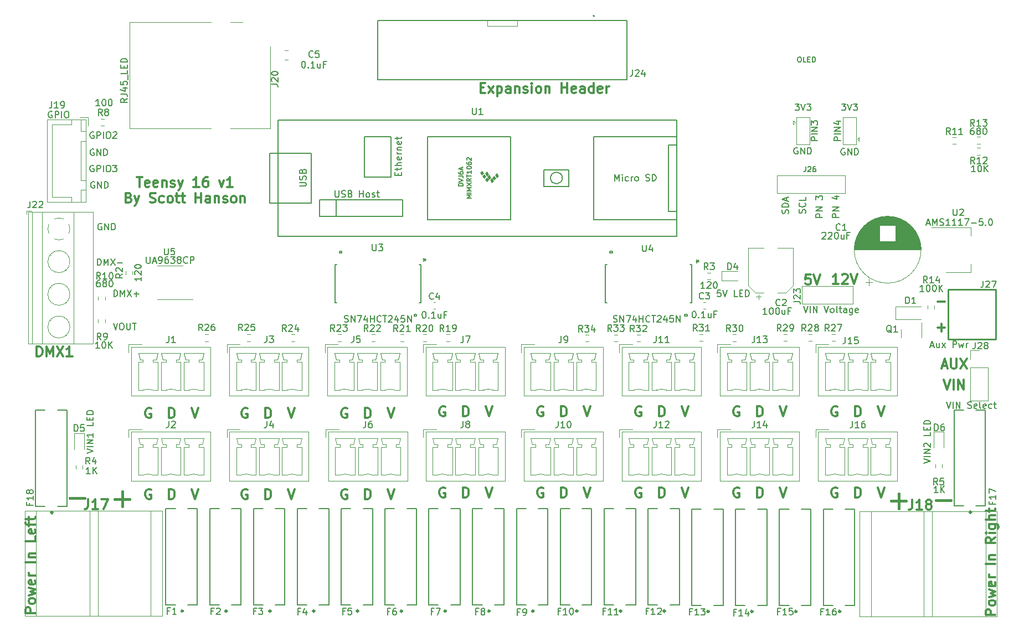
<source format=gbr>
G04 #@! TF.GenerationSoftware,KiCad,Pcbnew,(6.0.5)*
G04 #@! TF.CreationDate,2022-05-05T00:21:09-04:00*
G04 #@! TF.ProjectId,Teensy_16,5465656e-7379-45f3-9136-2e6b69636164,v1*
G04 #@! TF.SameCoordinates,Original*
G04 #@! TF.FileFunction,Legend,Top*
G04 #@! TF.FilePolarity,Positive*
%FSLAX45Y45*%
G04 Gerber Fmt 4.5, Leading zero omitted, Abs format (unit mm)*
G04 Created by KiCad (PCBNEW (6.0.5)) date 2022-05-05 00:21:09*
%MOMM*%
%LPD*%
G01*
G04 APERTURE LIST*
%ADD10C,0.300000*%
%ADD11C,0.127000*%
%ADD12C,0.400000*%
%ADD13C,0.150000*%
%ADD14C,0.120000*%
%ADD15C,0.152400*%
%ADD16C,0.200000*%
%ADD17C,0.100000*%
%ADD18C,0.254000*%
%ADD19C,2.577000*%
%ADD20O,1.902000X3.702000*%
%ADD21C,3.802000*%
%ADD22C,5.000000*%
%ADD23C,1.802000*%
%ADD24C,3.352000*%
%ADD25C,1.602000*%
%ADD26C,2.602000*%
%ADD27C,4.102000*%
%ADD28C,1.632000*%
%ADD29C,1.702000*%
%ADD30C,1.402000*%
%ADD31O,1.802000X1.802000*%
%ADD32O,2.052000X1.802000*%
%ADD33C,2.006000*%
%ADD34C,2.702000*%
%ADD35C,2.102000*%
G04 APERTURE END LIST*
D10*
X10427886Y-13407800D02*
X10413600Y-13400657D01*
X10392171Y-13400657D01*
X10370743Y-13407800D01*
X10356457Y-13422086D01*
X10349314Y-13436371D01*
X10342171Y-13464943D01*
X10342171Y-13486371D01*
X10349314Y-13514943D01*
X10356457Y-13529228D01*
X10370743Y-13543514D01*
X10392171Y-13550657D01*
X10406457Y-13550657D01*
X10427886Y-13543514D01*
X10435029Y-13536371D01*
X10435029Y-13486371D01*
X10406457Y-13486371D01*
X12228914Y-13550657D02*
X12228914Y-13400657D01*
X12264628Y-13400657D01*
X12286057Y-13407800D01*
X12300343Y-13422086D01*
X12307486Y-13436371D01*
X12314628Y-13464943D01*
X12314628Y-13486371D01*
X12307486Y-13514943D01*
X12300343Y-13529228D01*
X12286057Y-13543514D01*
X12264628Y-13550657D01*
X12228914Y-13550657D01*
X17069600Y-13375257D02*
X17119600Y-13525257D01*
X17169600Y-13375257D01*
X16724714Y-13525257D02*
X16724714Y-13375257D01*
X16760428Y-13375257D01*
X16781857Y-13382400D01*
X16796143Y-13396686D01*
X16803286Y-13410971D01*
X16810429Y-13439543D01*
X16810429Y-13460971D01*
X16803286Y-13489543D01*
X16796143Y-13503828D01*
X16781857Y-13518114D01*
X16760428Y-13525257D01*
X16724714Y-13525257D01*
X18568200Y-13375257D02*
X18618200Y-13525257D01*
X18668200Y-13375257D01*
X11951886Y-13407800D02*
X11937600Y-13400657D01*
X11916171Y-13400657D01*
X11894743Y-13407800D01*
X11880457Y-13422086D01*
X11873314Y-13436371D01*
X11866171Y-13464943D01*
X11866171Y-13486371D01*
X11873314Y-13514943D01*
X11880457Y-13529228D01*
X11894743Y-13543514D01*
X11916171Y-13550657D01*
X11930457Y-13550657D01*
X11951886Y-13543514D01*
X11959028Y-13536371D01*
X11959028Y-13486371D01*
X11930457Y-13486371D01*
X17946286Y-13382400D02*
X17932000Y-13375257D01*
X17910571Y-13375257D01*
X17889143Y-13382400D01*
X17874857Y-13396686D01*
X17867714Y-13410971D01*
X17860571Y-13439543D01*
X17860571Y-13460971D01*
X17867714Y-13489543D01*
X17874857Y-13503828D01*
X17889143Y-13518114D01*
X17910571Y-13525257D01*
X17924857Y-13525257D01*
X17946286Y-13518114D01*
X17953429Y-13510971D01*
X17953429Y-13460971D01*
X17924857Y-13460971D01*
X20066800Y-13375257D02*
X20116800Y-13525257D01*
X20166800Y-13375257D01*
X19721914Y-13525257D02*
X19721914Y-13375257D01*
X19757629Y-13375257D01*
X19779057Y-13382400D01*
X19793343Y-13396686D01*
X19800486Y-13410971D01*
X19807629Y-13439543D01*
X19807629Y-13460971D01*
X19800486Y-13489543D01*
X19793343Y-13503828D01*
X19779057Y-13518114D01*
X19757629Y-13525257D01*
X19721914Y-13525257D01*
X19444886Y-13382400D02*
X19430600Y-13375257D01*
X19409171Y-13375257D01*
X19387743Y-13382400D01*
X19373457Y-13396686D01*
X19366314Y-13410971D01*
X19359171Y-13439543D01*
X19359171Y-13460971D01*
X19366314Y-13489543D01*
X19373457Y-13503828D01*
X19387743Y-13518114D01*
X19409171Y-13525257D01*
X19423457Y-13525257D01*
X19444886Y-13518114D01*
X19452029Y-13510971D01*
X19452029Y-13460971D01*
X19423457Y-13460971D01*
X13727514Y-13525257D02*
X13727514Y-13375257D01*
X13763228Y-13375257D01*
X13784657Y-13382400D01*
X13798943Y-13396686D01*
X13806086Y-13410971D01*
X13813228Y-13439543D01*
X13813228Y-13460971D01*
X13806086Y-13489543D01*
X13798943Y-13503828D01*
X13784657Y-13518114D01*
X13763228Y-13525257D01*
X13727514Y-13525257D01*
X10704914Y-13550657D02*
X10704914Y-13400657D01*
X10740629Y-13400657D01*
X10762057Y-13407800D01*
X10776343Y-13422086D01*
X10783486Y-13436371D01*
X10790629Y-13464943D01*
X10790629Y-13486371D01*
X10783486Y-13514943D01*
X10776343Y-13529228D01*
X10762057Y-13543514D01*
X10740629Y-13550657D01*
X10704914Y-13550657D01*
X18223314Y-13525257D02*
X18223314Y-13375257D01*
X18259029Y-13375257D01*
X18280457Y-13382400D01*
X18294743Y-13396686D01*
X18301886Y-13410971D01*
X18309029Y-13439543D01*
X18309029Y-13460971D01*
X18301886Y-13489543D01*
X18294743Y-13503828D01*
X18280457Y-13518114D01*
X18259029Y-13525257D01*
X18223314Y-13525257D01*
X9576600Y-13400657D02*
X9626600Y-13550657D01*
X9676600Y-13400657D01*
X15571000Y-13375257D02*
X15621000Y-13525257D01*
X15671000Y-13375257D01*
X14949086Y-13382400D02*
X14934800Y-13375257D01*
X14913371Y-13375257D01*
X14891943Y-13382400D01*
X14877657Y-13396686D01*
X14870514Y-13410971D01*
X14863371Y-13439543D01*
X14863371Y-13460971D01*
X14870514Y-13489543D01*
X14877657Y-13503828D01*
X14891943Y-13518114D01*
X14913371Y-13525257D01*
X14927657Y-13525257D01*
X14949086Y-13518114D01*
X14956228Y-13510971D01*
X14956228Y-13460971D01*
X14927657Y-13460971D01*
X13450486Y-13382400D02*
X13436200Y-13375257D01*
X13414771Y-13375257D01*
X13393343Y-13382400D01*
X13379057Y-13396686D01*
X13371914Y-13410971D01*
X13364771Y-13439543D01*
X13364771Y-13460971D01*
X13371914Y-13489543D01*
X13379057Y-13503828D01*
X13393343Y-13518114D01*
X13414771Y-13525257D01*
X13429057Y-13525257D01*
X13450486Y-13518114D01*
X13457628Y-13510971D01*
X13457628Y-13460971D01*
X13429057Y-13460971D01*
X11049800Y-13400657D02*
X11099800Y-13550657D01*
X11149800Y-13400657D01*
X8954686Y-13407800D02*
X8940400Y-13400657D01*
X8918971Y-13400657D01*
X8897543Y-13407800D01*
X8883257Y-13422086D01*
X8876114Y-13436371D01*
X8868971Y-13464943D01*
X8868971Y-13486371D01*
X8876114Y-13514943D01*
X8883257Y-13529228D01*
X8897543Y-13543514D01*
X8918971Y-13550657D01*
X8933257Y-13550657D01*
X8954686Y-13543514D01*
X8961829Y-13536371D01*
X8961829Y-13486371D01*
X8933257Y-13486371D01*
X9231714Y-13550657D02*
X9231714Y-13400657D01*
X9267429Y-13400657D01*
X9288857Y-13407800D01*
X9303143Y-13422086D01*
X9310286Y-13436371D01*
X9317429Y-13464943D01*
X9317429Y-13486371D01*
X9310286Y-13514943D01*
X9303143Y-13529228D01*
X9288857Y-13543514D01*
X9267429Y-13550657D01*
X9231714Y-13550657D01*
X14072400Y-13375257D02*
X14122400Y-13525257D01*
X14172400Y-13375257D01*
X12573800Y-13400657D02*
X12623800Y-13550657D01*
X12673800Y-13400657D01*
X15226114Y-13525257D02*
X15226114Y-13375257D01*
X15261828Y-13375257D01*
X15283257Y-13382400D01*
X15297543Y-13396686D01*
X15304686Y-13410971D01*
X15311828Y-13439543D01*
X15311828Y-13460971D01*
X15304686Y-13489543D01*
X15297543Y-13503828D01*
X15283257Y-13518114D01*
X15261828Y-13525257D01*
X15226114Y-13525257D01*
X16447686Y-13382400D02*
X16433400Y-13375257D01*
X16411971Y-13375257D01*
X16390543Y-13382400D01*
X16376257Y-13396686D01*
X16369114Y-13410971D01*
X16361971Y-13439543D01*
X16361971Y-13460971D01*
X16369114Y-13489543D01*
X16376257Y-13503828D01*
X16390543Y-13518114D01*
X16411971Y-13525257D01*
X16426257Y-13525257D01*
X16447686Y-13518114D01*
X16454828Y-13510971D01*
X16454828Y-13460971D01*
X16426257Y-13460971D01*
X9231714Y-12310657D02*
X9231714Y-12160657D01*
X9267429Y-12160657D01*
X9288857Y-12167800D01*
X9303143Y-12182086D01*
X9310286Y-12196371D01*
X9317429Y-12224943D01*
X9317429Y-12246371D01*
X9310286Y-12274943D01*
X9303143Y-12289228D01*
X9288857Y-12303514D01*
X9267429Y-12310657D01*
X9231714Y-12310657D01*
X8954686Y-12167800D02*
X8940400Y-12160657D01*
X8918971Y-12160657D01*
X8897543Y-12167800D01*
X8883257Y-12182086D01*
X8876114Y-12196371D01*
X8868971Y-12224943D01*
X8868971Y-12246371D01*
X8876114Y-12274943D01*
X8883257Y-12289228D01*
X8897543Y-12303514D01*
X8918971Y-12310657D01*
X8933257Y-12310657D01*
X8954686Y-12303514D01*
X8961829Y-12296371D01*
X8961829Y-12246371D01*
X8933257Y-12246371D01*
X9576600Y-12160657D02*
X9626600Y-12310657D01*
X9676600Y-12160657D01*
D11*
X8135656Y-9974793D02*
X8135656Y-9875733D01*
X8159241Y-9875733D01*
X8173393Y-9880450D01*
X8182827Y-9889884D01*
X8187544Y-9899319D01*
X8192261Y-9918187D01*
X8192261Y-9932339D01*
X8187544Y-9951207D01*
X8182827Y-9960641D01*
X8173393Y-9970076D01*
X8159241Y-9974793D01*
X8135656Y-9974793D01*
X8234716Y-9974793D02*
X8234716Y-9875733D01*
X8267736Y-9946490D01*
X8300756Y-9875733D01*
X8300756Y-9974793D01*
X8338493Y-9875733D02*
X8404533Y-9974793D01*
X8404533Y-9875733D02*
X8338493Y-9974793D01*
X8442270Y-9937056D02*
X8517744Y-9937056D01*
X8201226Y-9340450D02*
X8191791Y-9335733D01*
X8177640Y-9335733D01*
X8163488Y-9340450D01*
X8154054Y-9349884D01*
X8149337Y-9359319D01*
X8144620Y-9378187D01*
X8144620Y-9392339D01*
X8149337Y-9411207D01*
X8154054Y-9420641D01*
X8163488Y-9430076D01*
X8177640Y-9434793D01*
X8187074Y-9434793D01*
X8201226Y-9430076D01*
X8205943Y-9425359D01*
X8205943Y-9392339D01*
X8187074Y-9392339D01*
X8248397Y-9434793D02*
X8248397Y-9335733D01*
X8305003Y-9434793D01*
X8305003Y-9335733D01*
X8352174Y-9434793D02*
X8352174Y-9335733D01*
X8375760Y-9335733D01*
X8389911Y-9340450D01*
X8399346Y-9349884D01*
X8404063Y-9359319D01*
X8408780Y-9378187D01*
X8408780Y-9392339D01*
X8404063Y-9411207D01*
X8399346Y-9420641D01*
X8389911Y-9430076D01*
X8375760Y-9434793D01*
X8352174Y-9434793D01*
D10*
X8733843Y-8627087D02*
X8819557Y-8627087D01*
X8776700Y-8777087D02*
X8776700Y-8627087D01*
X8926700Y-8769944D02*
X8912414Y-8777087D01*
X8883843Y-8777087D01*
X8869557Y-8769944D01*
X8862414Y-8755659D01*
X8862414Y-8698516D01*
X8869557Y-8684230D01*
X8883843Y-8677087D01*
X8912414Y-8677087D01*
X8926700Y-8684230D01*
X8933843Y-8698516D01*
X8933843Y-8712801D01*
X8862414Y-8727087D01*
X9055271Y-8769944D02*
X9040986Y-8777087D01*
X9012414Y-8777087D01*
X8998129Y-8769944D01*
X8990986Y-8755659D01*
X8990986Y-8698516D01*
X8998129Y-8684230D01*
X9012414Y-8677087D01*
X9040986Y-8677087D01*
X9055271Y-8684230D01*
X9062414Y-8698516D01*
X9062414Y-8712801D01*
X8990986Y-8727087D01*
X9126700Y-8677087D02*
X9126700Y-8777087D01*
X9126700Y-8691373D02*
X9133843Y-8684230D01*
X9148129Y-8677087D01*
X9169557Y-8677087D01*
X9183843Y-8684230D01*
X9190986Y-8698516D01*
X9190986Y-8777087D01*
X9255271Y-8769944D02*
X9269557Y-8777087D01*
X9298129Y-8777087D01*
X9312414Y-8769944D01*
X9319557Y-8755659D01*
X9319557Y-8748516D01*
X9312414Y-8734230D01*
X9298129Y-8727087D01*
X9276700Y-8727087D01*
X9262414Y-8719944D01*
X9255271Y-8705659D01*
X9255271Y-8698516D01*
X9262414Y-8684230D01*
X9276700Y-8677087D01*
X9298129Y-8677087D01*
X9312414Y-8684230D01*
X9369557Y-8677087D02*
X9405271Y-8777087D01*
X9440986Y-8677087D02*
X9405271Y-8777087D01*
X9390986Y-8812801D01*
X9383843Y-8819944D01*
X9369557Y-8827087D01*
X9690986Y-8777087D02*
X9605271Y-8777087D01*
X9648129Y-8777087D02*
X9648129Y-8627087D01*
X9633843Y-8648516D01*
X9619557Y-8662801D01*
X9605271Y-8669944D01*
X9819557Y-8627087D02*
X9790986Y-8627087D01*
X9776700Y-8634230D01*
X9769557Y-8641373D01*
X9755271Y-8662801D01*
X9748129Y-8691373D01*
X9748129Y-8748516D01*
X9755271Y-8762801D01*
X9762414Y-8769944D01*
X9776700Y-8777087D01*
X9805271Y-8777087D01*
X9819557Y-8769944D01*
X9826700Y-8762801D01*
X9833843Y-8748516D01*
X9833843Y-8712801D01*
X9826700Y-8698516D01*
X9819557Y-8691373D01*
X9805271Y-8684230D01*
X9776700Y-8684230D01*
X9762414Y-8691373D01*
X9755271Y-8698516D01*
X9748129Y-8712801D01*
X9998129Y-8677087D02*
X10033843Y-8777087D01*
X10069557Y-8677087D01*
X10205271Y-8777087D02*
X10119557Y-8777087D01*
X10162414Y-8777087D02*
X10162414Y-8627087D01*
X10148129Y-8648516D01*
X10133843Y-8662801D01*
X10119557Y-8669944D01*
X8615986Y-8940016D02*
X8637414Y-8947159D01*
X8644557Y-8954301D01*
X8651700Y-8968587D01*
X8651700Y-8990016D01*
X8644557Y-9004301D01*
X8637414Y-9011444D01*
X8623129Y-9018587D01*
X8565986Y-9018587D01*
X8565986Y-8868587D01*
X8615986Y-8868587D01*
X8630271Y-8875730D01*
X8637414Y-8882873D01*
X8644557Y-8897159D01*
X8644557Y-8911444D01*
X8637414Y-8925730D01*
X8630271Y-8932873D01*
X8615986Y-8940016D01*
X8565986Y-8940016D01*
X8701700Y-8918587D02*
X8737414Y-9018587D01*
X8773129Y-8918587D02*
X8737414Y-9018587D01*
X8723129Y-9054301D01*
X8715986Y-9061444D01*
X8701700Y-9068587D01*
X8937414Y-9011444D02*
X8958843Y-9018587D01*
X8994557Y-9018587D01*
X9008843Y-9011444D01*
X9015986Y-9004301D01*
X9023129Y-8990016D01*
X9023129Y-8975730D01*
X9015986Y-8961444D01*
X9008843Y-8954301D01*
X8994557Y-8947159D01*
X8965986Y-8940016D01*
X8951700Y-8932873D01*
X8944557Y-8925730D01*
X8937414Y-8911444D01*
X8937414Y-8897159D01*
X8944557Y-8882873D01*
X8951700Y-8875730D01*
X8965986Y-8868587D01*
X9001700Y-8868587D01*
X9023129Y-8875730D01*
X9151700Y-9011444D02*
X9137414Y-9018587D01*
X9108843Y-9018587D01*
X9094557Y-9011444D01*
X9087414Y-9004301D01*
X9080271Y-8990016D01*
X9080271Y-8947159D01*
X9087414Y-8932873D01*
X9094557Y-8925730D01*
X9108843Y-8918587D01*
X9137414Y-8918587D01*
X9151700Y-8925730D01*
X9237414Y-9018587D02*
X9223129Y-9011444D01*
X9215986Y-9004301D01*
X9208843Y-8990016D01*
X9208843Y-8947159D01*
X9215986Y-8932873D01*
X9223129Y-8925730D01*
X9237414Y-8918587D01*
X9258843Y-8918587D01*
X9273129Y-8925730D01*
X9280271Y-8932873D01*
X9287414Y-8947159D01*
X9287414Y-8990016D01*
X9280271Y-9004301D01*
X9273129Y-9011444D01*
X9258843Y-9018587D01*
X9237414Y-9018587D01*
X9330271Y-8918587D02*
X9387414Y-8918587D01*
X9351700Y-8868587D02*
X9351700Y-8997159D01*
X9358843Y-9011444D01*
X9373129Y-9018587D01*
X9387414Y-9018587D01*
X9415986Y-8918587D02*
X9473129Y-8918587D01*
X9437414Y-8868587D02*
X9437414Y-8997159D01*
X9444557Y-9011444D01*
X9458843Y-9018587D01*
X9473129Y-9018587D01*
X9637414Y-9018587D02*
X9637414Y-8868587D01*
X9637414Y-8940016D02*
X9723129Y-8940016D01*
X9723129Y-9018587D02*
X9723129Y-8868587D01*
X9858843Y-9018587D02*
X9858843Y-8940016D01*
X9851700Y-8925730D01*
X9837414Y-8918587D01*
X9808843Y-8918587D01*
X9794557Y-8925730D01*
X9858843Y-9011444D02*
X9844557Y-9018587D01*
X9808843Y-9018587D01*
X9794557Y-9011444D01*
X9787414Y-8997159D01*
X9787414Y-8982873D01*
X9794557Y-8968587D01*
X9808843Y-8961444D01*
X9844557Y-8961444D01*
X9858843Y-8954301D01*
X9930271Y-8918587D02*
X9930271Y-9018587D01*
X9930271Y-8932873D02*
X9937414Y-8925730D01*
X9951700Y-8918587D01*
X9973129Y-8918587D01*
X9987414Y-8925730D01*
X9994557Y-8940016D01*
X9994557Y-9018587D01*
X10058843Y-9011444D02*
X10073129Y-9018587D01*
X10101700Y-9018587D01*
X10115986Y-9011444D01*
X10123129Y-8997159D01*
X10123129Y-8990016D01*
X10115986Y-8975730D01*
X10101700Y-8968587D01*
X10080271Y-8968587D01*
X10065986Y-8961444D01*
X10058843Y-8947159D01*
X10058843Y-8940016D01*
X10065986Y-8925730D01*
X10080271Y-8918587D01*
X10101700Y-8918587D01*
X10115986Y-8925730D01*
X10208843Y-9018587D02*
X10194557Y-9011444D01*
X10187414Y-9004301D01*
X10180271Y-8990016D01*
X10180271Y-8947159D01*
X10187414Y-8932873D01*
X10194557Y-8925730D01*
X10208843Y-8918587D01*
X10230271Y-8918587D01*
X10244557Y-8925730D01*
X10251700Y-8932873D01*
X10258843Y-8947159D01*
X10258843Y-8990016D01*
X10251700Y-9004301D01*
X10244557Y-9011444D01*
X10230271Y-9018587D01*
X10208843Y-9018587D01*
X10323129Y-8918587D02*
X10323129Y-9018587D01*
X10323129Y-8932873D02*
X10330271Y-8925730D01*
X10344557Y-8918587D01*
X10365986Y-8918587D01*
X10380271Y-8925730D01*
X10387414Y-8940016D01*
X10387414Y-9018587D01*
D12*
X20272414Y-13581408D02*
X20500986Y-13581408D01*
X20386700Y-13695694D02*
X20386700Y-13467123D01*
D10*
X19463843Y-10257837D02*
X19378129Y-10257837D01*
X19420986Y-10257837D02*
X19420986Y-10107837D01*
X19406700Y-10129266D01*
X19392414Y-10143551D01*
X19378129Y-10150694D01*
X19520986Y-10122123D02*
X19528129Y-10114980D01*
X19542414Y-10107837D01*
X19578129Y-10107837D01*
X19592414Y-10114980D01*
X19599557Y-10122123D01*
X19606700Y-10136409D01*
X19606700Y-10150694D01*
X19599557Y-10172123D01*
X19513843Y-10257837D01*
X19606700Y-10257837D01*
X19649557Y-10107837D02*
X19699557Y-10257837D01*
X19749557Y-10107837D01*
X19038129Y-10117837D02*
X18966700Y-10117837D01*
X18959557Y-10189266D01*
X18966700Y-10182123D01*
X18980986Y-10174980D01*
X19016700Y-10174980D01*
X19030986Y-10182123D01*
X19038129Y-10189266D01*
X19045271Y-10203551D01*
X19045271Y-10239266D01*
X19038129Y-10253551D01*
X19030986Y-10260694D01*
X19016700Y-10267837D01*
X18980986Y-10267837D01*
X18966700Y-10260694D01*
X18959557Y-10253551D01*
X19088129Y-10117837D02*
X19138129Y-10267837D01*
X19188129Y-10117837D01*
X20979557Y-10530694D02*
X21093843Y-10530694D01*
X11951886Y-12167800D02*
X11937600Y-12160657D01*
X11916171Y-12160657D01*
X11894743Y-12167800D01*
X11880457Y-12182086D01*
X11873314Y-12196371D01*
X11866171Y-12224943D01*
X11866171Y-12246371D01*
X11873314Y-12274943D01*
X11880457Y-12289228D01*
X11894743Y-12303514D01*
X11916171Y-12310657D01*
X11930457Y-12310657D01*
X11951886Y-12303514D01*
X11959028Y-12296371D01*
X11959028Y-12246371D01*
X11930457Y-12246371D01*
X13727514Y-12285257D02*
X13727514Y-12135257D01*
X13763228Y-12135257D01*
X13784657Y-12142400D01*
X13798943Y-12156686D01*
X13806086Y-12170971D01*
X13813228Y-12199543D01*
X13813228Y-12220971D01*
X13806086Y-12249543D01*
X13798943Y-12263828D01*
X13784657Y-12278114D01*
X13763228Y-12285257D01*
X13727514Y-12285257D01*
X21072414Y-11727837D02*
X21122414Y-11877837D01*
X21172414Y-11727837D01*
X21222414Y-11877837D02*
X21222414Y-11727837D01*
X21293843Y-11877837D02*
X21293843Y-11727837D01*
X21379557Y-11877837D01*
X21379557Y-11727837D01*
X16724714Y-12285257D02*
X16724714Y-12135257D01*
X16760428Y-12135257D01*
X16781857Y-12142400D01*
X16796143Y-12156686D01*
X16803286Y-12170971D01*
X16810429Y-12199543D01*
X16810429Y-12220971D01*
X16803286Y-12249543D01*
X16796143Y-12263828D01*
X16781857Y-12278114D01*
X16760428Y-12285257D01*
X16724714Y-12285257D01*
X18568200Y-12135257D02*
X18618200Y-12285257D01*
X18668200Y-12135257D01*
X20979557Y-10930694D02*
X21093843Y-10930694D01*
X21036700Y-10987837D02*
X21036700Y-10873551D01*
D13*
X18802890Y-7505218D02*
X18864795Y-7505218D01*
X18831462Y-7543313D01*
X18845748Y-7543313D01*
X18855271Y-7548075D01*
X18860033Y-7552837D01*
X18864795Y-7562361D01*
X18864795Y-7586170D01*
X18860033Y-7595694D01*
X18855271Y-7600456D01*
X18845748Y-7605218D01*
X18817176Y-7605218D01*
X18807652Y-7600456D01*
X18802890Y-7595694D01*
X18893367Y-7505218D02*
X18926700Y-7605218D01*
X18960033Y-7505218D01*
X18983843Y-7505218D02*
X19045748Y-7505218D01*
X19012414Y-7543313D01*
X19026700Y-7543313D01*
X19036224Y-7548075D01*
X19040986Y-7552837D01*
X19045748Y-7562361D01*
X19045748Y-7586170D01*
X19040986Y-7595694D01*
X19036224Y-7600456D01*
X19026700Y-7605218D01*
X18998129Y-7605218D01*
X18988605Y-7600456D01*
X18983843Y-7595694D01*
D10*
X14949086Y-12142400D02*
X14934800Y-12135257D01*
X14913371Y-12135257D01*
X14891943Y-12142400D01*
X14877657Y-12156686D01*
X14870514Y-12170971D01*
X14863371Y-12199543D01*
X14863371Y-12220971D01*
X14870514Y-12249543D01*
X14877657Y-12263828D01*
X14891943Y-12278114D01*
X14913371Y-12285257D01*
X14927657Y-12285257D01*
X14949086Y-12278114D01*
X14956228Y-12270971D01*
X14956228Y-12220971D01*
X14927657Y-12220971D01*
D13*
X19560510Y-8189980D02*
X19550986Y-8185218D01*
X19536700Y-8185218D01*
X19522414Y-8189980D01*
X19512890Y-8199504D01*
X19508129Y-8209028D01*
X19503367Y-8228075D01*
X19503367Y-8242361D01*
X19508129Y-8261408D01*
X19512890Y-8270932D01*
X19522414Y-8280456D01*
X19536700Y-8285218D01*
X19546224Y-8285218D01*
X19560510Y-8280456D01*
X19565271Y-8275694D01*
X19565271Y-8242361D01*
X19546224Y-8242361D01*
X19608129Y-8285218D02*
X19608129Y-8185218D01*
X19665271Y-8285218D01*
X19665271Y-8185218D01*
X19712890Y-8285218D02*
X19712890Y-8185218D01*
X19736700Y-8185218D01*
X19750986Y-8189980D01*
X19760510Y-8199504D01*
X19765271Y-8209028D01*
X19770033Y-8228075D01*
X19770033Y-8242361D01*
X19765271Y-8261408D01*
X19760510Y-8270932D01*
X19750986Y-8280456D01*
X19736700Y-8285218D01*
X19712890Y-8285218D01*
D10*
X13450486Y-12142400D02*
X13436200Y-12135257D01*
X13414771Y-12135257D01*
X13393343Y-12142400D01*
X13379057Y-12156686D01*
X13371914Y-12170971D01*
X13364771Y-12199543D01*
X13364771Y-12220971D01*
X13371914Y-12249543D01*
X13379057Y-12263828D01*
X13393343Y-12278114D01*
X13414771Y-12285257D01*
X13429057Y-12285257D01*
X13450486Y-12278114D01*
X13457628Y-12270971D01*
X13457628Y-12220971D01*
X13429057Y-12220971D01*
X19444886Y-12142400D02*
X19430600Y-12135257D01*
X19409171Y-12135257D01*
X19387743Y-12142400D01*
X19373457Y-12156686D01*
X19366314Y-12170971D01*
X19359171Y-12199543D01*
X19359171Y-12220971D01*
X19366314Y-12249543D01*
X19373457Y-12263828D01*
X19387743Y-12278114D01*
X19409171Y-12285257D01*
X19423457Y-12285257D01*
X19444886Y-12278114D01*
X19452029Y-12270971D01*
X19452029Y-12220971D01*
X19423457Y-12220971D01*
X18223314Y-12285257D02*
X18223314Y-12135257D01*
X18259029Y-12135257D01*
X18280457Y-12142400D01*
X18294743Y-12156686D01*
X18301886Y-12170971D01*
X18309029Y-12199543D01*
X18309029Y-12220971D01*
X18301886Y-12249543D01*
X18294743Y-12263828D01*
X18280457Y-12278114D01*
X18259029Y-12285257D01*
X18223314Y-12285257D01*
D11*
X8388156Y-10452293D02*
X8388156Y-10353233D01*
X8411741Y-10353233D01*
X8425893Y-10357950D01*
X8435327Y-10367384D01*
X8440044Y-10376819D01*
X8444761Y-10395687D01*
X8444761Y-10409839D01*
X8440044Y-10428707D01*
X8435327Y-10438141D01*
X8425893Y-10447576D01*
X8411741Y-10452293D01*
X8388156Y-10452293D01*
X8487216Y-10452293D02*
X8487216Y-10353233D01*
X8520236Y-10423990D01*
X8553256Y-10353233D01*
X8553256Y-10452293D01*
X8590993Y-10353233D02*
X8657033Y-10452293D01*
X8657033Y-10353233D02*
X8590993Y-10452293D01*
X8694770Y-10414556D02*
X8770244Y-10414556D01*
X8732507Y-10452293D02*
X8732507Y-10376819D01*
D12*
X20952414Y-13571408D02*
X21180986Y-13571408D01*
D11*
X8379666Y-10860733D02*
X8412686Y-10959793D01*
X8445706Y-10860733D01*
X8497594Y-10860733D02*
X8516463Y-10860733D01*
X8525897Y-10865450D01*
X8535331Y-10874884D01*
X8540049Y-10893753D01*
X8540049Y-10926773D01*
X8535331Y-10945641D01*
X8525897Y-10955076D01*
X8516463Y-10959793D01*
X8497594Y-10959793D01*
X8488160Y-10955076D01*
X8478726Y-10945641D01*
X8474009Y-10926773D01*
X8474009Y-10893753D01*
X8478726Y-10874884D01*
X8488160Y-10865450D01*
X8497594Y-10860733D01*
X8582503Y-10860733D02*
X8582503Y-10940924D01*
X8587220Y-10950359D01*
X8591937Y-10955076D01*
X8601371Y-10959793D01*
X8620240Y-10959793D01*
X8629674Y-10955076D01*
X8634391Y-10950359D01*
X8639109Y-10940924D01*
X8639109Y-10860733D01*
X8672129Y-10860733D02*
X8728734Y-10860733D01*
X8700431Y-10959793D02*
X8700431Y-10860733D01*
D13*
X19471938Y-9244266D02*
X19371938Y-9244266D01*
X19371938Y-9206170D01*
X19376700Y-9196647D01*
X19381462Y-9191885D01*
X19390986Y-9187123D01*
X19405271Y-9187123D01*
X19414795Y-9191885D01*
X19419557Y-9196647D01*
X19424319Y-9206170D01*
X19424319Y-9244266D01*
X19471938Y-9144266D02*
X19371938Y-9144266D01*
X19471938Y-9087123D01*
X19371938Y-9087123D01*
X19405271Y-8920456D02*
X19471938Y-8920456D01*
X19367176Y-8944266D02*
X19438605Y-8968075D01*
X19438605Y-8906170D01*
D12*
X7712414Y-13541408D02*
X7940986Y-13541408D01*
D13*
X8079081Y-7939980D02*
X8069557Y-7935218D01*
X8055271Y-7935218D01*
X8040986Y-7939980D01*
X8031462Y-7949504D01*
X8026700Y-7959028D01*
X8021938Y-7978075D01*
X8021938Y-7992361D01*
X8026700Y-8011408D01*
X8031462Y-8020932D01*
X8040986Y-8030456D01*
X8055271Y-8035218D01*
X8064795Y-8035218D01*
X8079081Y-8030456D01*
X8083843Y-8025694D01*
X8083843Y-7992361D01*
X8064795Y-7992361D01*
X8126700Y-8035218D02*
X8126700Y-7935218D01*
X8164795Y-7935218D01*
X8174319Y-7939980D01*
X8179081Y-7944742D01*
X8183843Y-7954266D01*
X8183843Y-7968551D01*
X8179081Y-7978075D01*
X8174319Y-7982837D01*
X8164795Y-7987599D01*
X8126700Y-7987599D01*
X8226700Y-8035218D02*
X8226700Y-7935218D01*
X8293367Y-7935218D02*
X8312414Y-7935218D01*
X8321938Y-7939980D01*
X8331462Y-7949504D01*
X8336224Y-7968551D01*
X8336224Y-8001885D01*
X8331462Y-8020932D01*
X8321938Y-8030456D01*
X8312414Y-8035218D01*
X8293367Y-8035218D01*
X8283843Y-8030456D01*
X8274319Y-8020932D01*
X8269557Y-8001885D01*
X8269557Y-7968551D01*
X8274319Y-7949504D01*
X8283843Y-7939980D01*
X8293367Y-7935218D01*
X8374319Y-7944742D02*
X8379081Y-7939980D01*
X8388605Y-7935218D01*
X8412414Y-7935218D01*
X8421938Y-7939980D01*
X8426700Y-7944742D01*
X8431462Y-7954266D01*
X8431462Y-7963789D01*
X8426700Y-7978075D01*
X8369557Y-8035218D01*
X8431462Y-8035218D01*
D12*
X8402414Y-13551408D02*
X8630986Y-13551408D01*
X8516700Y-13665694D02*
X8516700Y-13437123D01*
D10*
X20066800Y-12135257D02*
X20116800Y-12285257D01*
X20166800Y-12135257D01*
X19721914Y-12285257D02*
X19721914Y-12135257D01*
X19757629Y-12135257D01*
X19779057Y-12142400D01*
X19793343Y-12156686D01*
X19800486Y-12170971D01*
X19807629Y-12199543D01*
X19807629Y-12220971D01*
X19800486Y-12249543D01*
X19793343Y-12263828D01*
X19779057Y-12278114D01*
X19757629Y-12285257D01*
X19721914Y-12285257D01*
X12573800Y-12160657D02*
X12623800Y-12310657D01*
X12673800Y-12160657D01*
X10704914Y-12310657D02*
X10704914Y-12160657D01*
X10740629Y-12160657D01*
X10762057Y-12167800D01*
X10776343Y-12182086D01*
X10783486Y-12196371D01*
X10790629Y-12224943D01*
X10790629Y-12246371D01*
X10783486Y-12274943D01*
X10776343Y-12289228D01*
X10762057Y-12303514D01*
X10740629Y-12310657D01*
X10704914Y-12310657D01*
X14072400Y-12135257D02*
X14122400Y-12285257D01*
X14172400Y-12135257D01*
X11049800Y-12160657D02*
X11099800Y-12310657D01*
X11149800Y-12160657D01*
D13*
X19221938Y-9244266D02*
X19121938Y-9244266D01*
X19121938Y-9206170D01*
X19126700Y-9196647D01*
X19131462Y-9191885D01*
X19140986Y-9187123D01*
X19155271Y-9187123D01*
X19164795Y-9191885D01*
X19169557Y-9196647D01*
X19174319Y-9206170D01*
X19174319Y-9244266D01*
X19221938Y-9144266D02*
X19121938Y-9144266D01*
X19221938Y-9087123D01*
X19121938Y-9087123D01*
X19121938Y-8972837D02*
X19121938Y-8910932D01*
X19160033Y-8944266D01*
X19160033Y-8929980D01*
X19164795Y-8920456D01*
X19169557Y-8915694D01*
X19179081Y-8910932D01*
X19202890Y-8910932D01*
X19212414Y-8915694D01*
X19217176Y-8920456D01*
X19221938Y-8929980D01*
X19221938Y-8958551D01*
X19217176Y-8968075D01*
X19212414Y-8972837D01*
D10*
X15226114Y-12285257D02*
X15226114Y-12135257D01*
X15261828Y-12135257D01*
X15283257Y-12142400D01*
X15297543Y-12156686D01*
X15304686Y-12170971D01*
X15311828Y-12199543D01*
X15311828Y-12220971D01*
X15304686Y-12249543D01*
X15297543Y-12263828D01*
X15283257Y-12278114D01*
X15261828Y-12285257D01*
X15226114Y-12285257D01*
D13*
X18697176Y-9181409D02*
X18701938Y-9167123D01*
X18701938Y-9143313D01*
X18697176Y-9133790D01*
X18692414Y-9129028D01*
X18682890Y-9124266D01*
X18673367Y-9124266D01*
X18663843Y-9129028D01*
X18659081Y-9133790D01*
X18654319Y-9143313D01*
X18649557Y-9162361D01*
X18644795Y-9171885D01*
X18640033Y-9176647D01*
X18630510Y-9181409D01*
X18620986Y-9181409D01*
X18611462Y-9176647D01*
X18606700Y-9171885D01*
X18601938Y-9162361D01*
X18601938Y-9138551D01*
X18606700Y-9124266D01*
X18701938Y-9081409D02*
X18601938Y-9081409D01*
X18601938Y-9057599D01*
X18606700Y-9043313D01*
X18616224Y-9033790D01*
X18625748Y-9029028D01*
X18644795Y-9024266D01*
X18659081Y-9024266D01*
X18678129Y-9029028D01*
X18687652Y-9033790D01*
X18697176Y-9043313D01*
X18701938Y-9057599D01*
X18701938Y-9081409D01*
X18673367Y-8986170D02*
X18673367Y-8938551D01*
X18701938Y-8995694D02*
X18601938Y-8962361D01*
X18701938Y-8929028D01*
X8079081Y-8449980D02*
X8069557Y-8445218D01*
X8055271Y-8445218D01*
X8040986Y-8449980D01*
X8031462Y-8459504D01*
X8026700Y-8469028D01*
X8021938Y-8488075D01*
X8021938Y-8502361D01*
X8026700Y-8521409D01*
X8031462Y-8530932D01*
X8040986Y-8540456D01*
X8055271Y-8545218D01*
X8064795Y-8545218D01*
X8079081Y-8540456D01*
X8083843Y-8535694D01*
X8083843Y-8502361D01*
X8064795Y-8502361D01*
X8126700Y-8545218D02*
X8126700Y-8445218D01*
X8164795Y-8445218D01*
X8174319Y-8449980D01*
X8179081Y-8454742D01*
X8183843Y-8464266D01*
X8183843Y-8478551D01*
X8179081Y-8488075D01*
X8174319Y-8492837D01*
X8164795Y-8497599D01*
X8126700Y-8497599D01*
X8226700Y-8545218D02*
X8226700Y-8445218D01*
X8293367Y-8445218D02*
X8312414Y-8445218D01*
X8321938Y-8449980D01*
X8331462Y-8459504D01*
X8336224Y-8478551D01*
X8336224Y-8511885D01*
X8331462Y-8530932D01*
X8321938Y-8540456D01*
X8312414Y-8545218D01*
X8293367Y-8545218D01*
X8283843Y-8540456D01*
X8274319Y-8530932D01*
X8269557Y-8511885D01*
X8269557Y-8478551D01*
X8274319Y-8459504D01*
X8283843Y-8449980D01*
X8293367Y-8445218D01*
X8369557Y-8445218D02*
X8431462Y-8445218D01*
X8398129Y-8483313D01*
X8412414Y-8483313D01*
X8421938Y-8488075D01*
X8426700Y-8492837D01*
X8431462Y-8502361D01*
X8431462Y-8526170D01*
X8426700Y-8535694D01*
X8421938Y-8540456D01*
X8412414Y-8545218D01*
X8383843Y-8545218D01*
X8374319Y-8540456D01*
X8369557Y-8535694D01*
D10*
X12228914Y-12310657D02*
X12228914Y-12160657D01*
X12264628Y-12160657D01*
X12286057Y-12167800D01*
X12300343Y-12182086D01*
X12307486Y-12196371D01*
X12314628Y-12224943D01*
X12314628Y-12246371D01*
X12307486Y-12274943D01*
X12300343Y-12289228D01*
X12286057Y-12303514D01*
X12264628Y-12310657D01*
X12228914Y-12310657D01*
D13*
X18957176Y-9179028D02*
X18961938Y-9164742D01*
X18961938Y-9140932D01*
X18957176Y-9131409D01*
X18952414Y-9126647D01*
X18942890Y-9121885D01*
X18933367Y-9121885D01*
X18923843Y-9126647D01*
X18919081Y-9131409D01*
X18914319Y-9140932D01*
X18909557Y-9159980D01*
X18904795Y-9169504D01*
X18900033Y-9174266D01*
X18890510Y-9179028D01*
X18880986Y-9179028D01*
X18871462Y-9174266D01*
X18866700Y-9169504D01*
X18861938Y-9159980D01*
X18861938Y-9136170D01*
X18866700Y-9121885D01*
X18952414Y-9021885D02*
X18957176Y-9026647D01*
X18961938Y-9040932D01*
X18961938Y-9050456D01*
X18957176Y-9064742D01*
X18947652Y-9074266D01*
X18938129Y-9079028D01*
X18919081Y-9083790D01*
X18904795Y-9083790D01*
X18885748Y-9079028D01*
X18876224Y-9074266D01*
X18866700Y-9064742D01*
X18861938Y-9050456D01*
X18861938Y-9040932D01*
X18866700Y-9026647D01*
X18871462Y-9021885D01*
X18961938Y-8931409D02*
X18961938Y-8979028D01*
X18861938Y-8979028D01*
D10*
X21050986Y-11514980D02*
X21122414Y-11514980D01*
X21036700Y-11557837D02*
X21086700Y-11407837D01*
X21136700Y-11557837D01*
X21186700Y-11407837D02*
X21186700Y-11529266D01*
X21193843Y-11543551D01*
X21200986Y-11550694D01*
X21215271Y-11557837D01*
X21243843Y-11557837D01*
X21258129Y-11550694D01*
X21265271Y-11543551D01*
X21272414Y-11529266D01*
X21272414Y-11407837D01*
X21329557Y-11407837D02*
X21429557Y-11557837D01*
X21429557Y-11407837D02*
X21329557Y-11557837D01*
X10427886Y-12167800D02*
X10413600Y-12160657D01*
X10392171Y-12160657D01*
X10370743Y-12167800D01*
X10356457Y-12182086D01*
X10349314Y-12196371D01*
X10342171Y-12224943D01*
X10342171Y-12246371D01*
X10349314Y-12274943D01*
X10356457Y-12289228D01*
X10370743Y-12303514D01*
X10392171Y-12310657D01*
X10406457Y-12310657D01*
X10427886Y-12303514D01*
X10435029Y-12296371D01*
X10435029Y-12246371D01*
X10406457Y-12246371D01*
D13*
X18840510Y-8179980D02*
X18830986Y-8175218D01*
X18816700Y-8175218D01*
X18802414Y-8179980D01*
X18792890Y-8189504D01*
X18788129Y-8199028D01*
X18783367Y-8218075D01*
X18783367Y-8232361D01*
X18788129Y-8251408D01*
X18792890Y-8260932D01*
X18802414Y-8270456D01*
X18816700Y-8275218D01*
X18826224Y-8275218D01*
X18840510Y-8270456D01*
X18845271Y-8265694D01*
X18845271Y-8232361D01*
X18826224Y-8232361D01*
X18888129Y-8275218D02*
X18888129Y-8175218D01*
X18945271Y-8275218D01*
X18945271Y-8175218D01*
X18992890Y-8275218D02*
X18992890Y-8175218D01*
X19016700Y-8175218D01*
X19030986Y-8179980D01*
X19040510Y-8189504D01*
X19045271Y-8199028D01*
X19050033Y-8218075D01*
X19050033Y-8232361D01*
X19045271Y-8251408D01*
X19040510Y-8260932D01*
X19030986Y-8270456D01*
X19016700Y-8275218D01*
X18992890Y-8275218D01*
D10*
X17946286Y-12142400D02*
X17932000Y-12135257D01*
X17910571Y-12135257D01*
X17889143Y-12142400D01*
X17874857Y-12156686D01*
X17867714Y-12170971D01*
X17860571Y-12199543D01*
X17860571Y-12220971D01*
X17867714Y-12249543D01*
X17874857Y-12263828D01*
X17889143Y-12278114D01*
X17910571Y-12285257D01*
X17924857Y-12285257D01*
X17946286Y-12278114D01*
X17953429Y-12270971D01*
X17953429Y-12220971D01*
X17924857Y-12220971D01*
D13*
X19512890Y-7505218D02*
X19574795Y-7505218D01*
X19541462Y-7543313D01*
X19555748Y-7543313D01*
X19565271Y-7548075D01*
X19570033Y-7552837D01*
X19574795Y-7562361D01*
X19574795Y-7586170D01*
X19570033Y-7595694D01*
X19565271Y-7600456D01*
X19555748Y-7605218D01*
X19527176Y-7605218D01*
X19517652Y-7600456D01*
X19512890Y-7595694D01*
X19603367Y-7505218D02*
X19636700Y-7605218D01*
X19670033Y-7505218D01*
X19693843Y-7505218D02*
X19755748Y-7505218D01*
X19722414Y-7543313D01*
X19736700Y-7543313D01*
X19746224Y-7548075D01*
X19750986Y-7552837D01*
X19755748Y-7562361D01*
X19755748Y-7586170D01*
X19750986Y-7595694D01*
X19746224Y-7600456D01*
X19736700Y-7605218D01*
X19708129Y-7605218D01*
X19698605Y-7600456D01*
X19693843Y-7595694D01*
X8090509Y-8699980D02*
X8080986Y-8695218D01*
X8066700Y-8695218D01*
X8052414Y-8699980D01*
X8042890Y-8709504D01*
X8038128Y-8719028D01*
X8033367Y-8738075D01*
X8033367Y-8752361D01*
X8038128Y-8771409D01*
X8042890Y-8780932D01*
X8052414Y-8790456D01*
X8066700Y-8795218D01*
X8076224Y-8795218D01*
X8090509Y-8790456D01*
X8095271Y-8785694D01*
X8095271Y-8752361D01*
X8076224Y-8752361D01*
X8138128Y-8795218D02*
X8138128Y-8695218D01*
X8195271Y-8795218D01*
X8195271Y-8695218D01*
X8242890Y-8795218D02*
X8242890Y-8695218D01*
X8266700Y-8695218D01*
X8280986Y-8699980D01*
X8290509Y-8709504D01*
X8295271Y-8719028D01*
X8300033Y-8738075D01*
X8300033Y-8752361D01*
X8295271Y-8771409D01*
X8290509Y-8780932D01*
X8280986Y-8790456D01*
X8266700Y-8795218D01*
X8242890Y-8795218D01*
X8080509Y-8199980D02*
X8070986Y-8195218D01*
X8056700Y-8195218D01*
X8042414Y-8199980D01*
X8032890Y-8209504D01*
X8028128Y-8219028D01*
X8023367Y-8238075D01*
X8023367Y-8252361D01*
X8028128Y-8271408D01*
X8032890Y-8280932D01*
X8042414Y-8290456D01*
X8056700Y-8295218D01*
X8066224Y-8295218D01*
X8080509Y-8290456D01*
X8085271Y-8285694D01*
X8085271Y-8252361D01*
X8066224Y-8252361D01*
X8128128Y-8295218D02*
X8128128Y-8195218D01*
X8185271Y-8295218D01*
X8185271Y-8195218D01*
X8232890Y-8295218D02*
X8232890Y-8195218D01*
X8256700Y-8195218D01*
X8270986Y-8199980D01*
X8280509Y-8209504D01*
X8285271Y-8219028D01*
X8290033Y-8238075D01*
X8290033Y-8252361D01*
X8285271Y-8271408D01*
X8280509Y-8280932D01*
X8270986Y-8290456D01*
X8256700Y-8295218D01*
X8232890Y-8295218D01*
D10*
X16447686Y-12142400D02*
X16433400Y-12135257D01*
X16411971Y-12135257D01*
X16390543Y-12142400D01*
X16376257Y-12156686D01*
X16369114Y-12170971D01*
X16361971Y-12199543D01*
X16361971Y-12220971D01*
X16369114Y-12249543D01*
X16376257Y-12263828D01*
X16390543Y-12278114D01*
X16411971Y-12285257D01*
X16426257Y-12285257D01*
X16447686Y-12278114D01*
X16454828Y-12270971D01*
X16454828Y-12220971D01*
X16426257Y-12220971D01*
X17069600Y-12135257D02*
X17119600Y-12285257D01*
X17169600Y-12135257D01*
X15571000Y-12135257D02*
X15621000Y-12285257D01*
X15671000Y-12135257D01*
D13*
X13272533Y-10487694D02*
X13267771Y-10492456D01*
X13253486Y-10497218D01*
X13243962Y-10497218D01*
X13229676Y-10492456D01*
X13220152Y-10482932D01*
X13215390Y-10473409D01*
X13210628Y-10454361D01*
X13210628Y-10440075D01*
X13215390Y-10421028D01*
X13220152Y-10411504D01*
X13229676Y-10401980D01*
X13243962Y-10397218D01*
X13253486Y-10397218D01*
X13267771Y-10401980D01*
X13272533Y-10406742D01*
X13358248Y-10430551D02*
X13358248Y-10497218D01*
X13334438Y-10392456D02*
X13310628Y-10463885D01*
X13372533Y-10463885D01*
X13124914Y-10683218D02*
X13134438Y-10683218D01*
X13143962Y-10687980D01*
X13148724Y-10692742D01*
X13153486Y-10702266D01*
X13158248Y-10721313D01*
X13158248Y-10745123D01*
X13153486Y-10764170D01*
X13148724Y-10773694D01*
X13143962Y-10778456D01*
X13134438Y-10783218D01*
X13124914Y-10783218D01*
X13115390Y-10778456D01*
X13110628Y-10773694D01*
X13105867Y-10764170D01*
X13101105Y-10745123D01*
X13101105Y-10721313D01*
X13105867Y-10702266D01*
X13110628Y-10692742D01*
X13115390Y-10687980D01*
X13124914Y-10683218D01*
X13201105Y-10773694D02*
X13205867Y-10778456D01*
X13201105Y-10783218D01*
X13196343Y-10778456D01*
X13201105Y-10773694D01*
X13201105Y-10783218D01*
X13301105Y-10783218D02*
X13243962Y-10783218D01*
X13272533Y-10783218D02*
X13272533Y-10683218D01*
X13263009Y-10697504D01*
X13253486Y-10707028D01*
X13243962Y-10711790D01*
X13386819Y-10716551D02*
X13386819Y-10783218D01*
X13343962Y-10716551D02*
X13343962Y-10768932D01*
X13348724Y-10778456D01*
X13358248Y-10783218D01*
X13372533Y-10783218D01*
X13382057Y-10778456D01*
X13386819Y-10773694D01*
X13467771Y-10730837D02*
X13434438Y-10730837D01*
X13434438Y-10783218D02*
X13434438Y-10683218D01*
X13482057Y-10683218D01*
X7099557Y-13610932D02*
X7099557Y-13644266D01*
X7151938Y-13644266D02*
X7051938Y-13644266D01*
X7051938Y-13596647D01*
X7151938Y-13506170D02*
X7151938Y-13563313D01*
X7151938Y-13534742D02*
X7051938Y-13534742D01*
X7066224Y-13544266D01*
X7075748Y-13553789D01*
X7080509Y-13563313D01*
X7094795Y-13449028D02*
X7090033Y-13458551D01*
X7085271Y-13463313D01*
X7075748Y-13468075D01*
X7070986Y-13468075D01*
X7061462Y-13463313D01*
X7056700Y-13458551D01*
X7051938Y-13449028D01*
X7051938Y-13429980D01*
X7056700Y-13420456D01*
X7061462Y-13415694D01*
X7070986Y-13410932D01*
X7075748Y-13410932D01*
X7085271Y-13415694D01*
X7090033Y-13420456D01*
X7094795Y-13429980D01*
X7094795Y-13449028D01*
X7099557Y-13458551D01*
X7104319Y-13463313D01*
X7113843Y-13468075D01*
X7132890Y-13468075D01*
X7142414Y-13463313D01*
X7147176Y-13458551D01*
X7151938Y-13449028D01*
X7151938Y-13429980D01*
X7147176Y-13420456D01*
X7142414Y-13415694D01*
X7132890Y-13410932D01*
X7113843Y-13410932D01*
X7104319Y-13415694D01*
X7099557Y-13420456D01*
X7094795Y-13429980D01*
X9226667Y-12360238D02*
X9226667Y-12431667D01*
X9221905Y-12445952D01*
X9212381Y-12455476D01*
X9198095Y-12460238D01*
X9188571Y-12460238D01*
X9269524Y-12369762D02*
X9274286Y-12365000D01*
X9283810Y-12360238D01*
X9307619Y-12360238D01*
X9317143Y-12365000D01*
X9321905Y-12369762D01*
X9326667Y-12379286D01*
X9326667Y-12388809D01*
X9321905Y-12403095D01*
X9264762Y-12460238D01*
X9326667Y-12460238D01*
X12053367Y-11057718D02*
X12053367Y-11129147D01*
X12048605Y-11143432D01*
X12039081Y-11152956D01*
X12024795Y-11157718D01*
X12015271Y-11157718D01*
X12148605Y-11057718D02*
X12100986Y-11057718D01*
X12096224Y-11105337D01*
X12100986Y-11100575D01*
X12110509Y-11095813D01*
X12134319Y-11095813D01*
X12143843Y-11100575D01*
X12148605Y-11105337D01*
X12153367Y-11114861D01*
X12153367Y-11138670D01*
X12148605Y-11148194D01*
X12143843Y-11152956D01*
X12134319Y-11157718D01*
X12110509Y-11157718D01*
X12100986Y-11152956D01*
X12096224Y-11148194D01*
X12238101Y-12360238D02*
X12238101Y-12431667D01*
X12233339Y-12445952D01*
X12223815Y-12455476D01*
X12209529Y-12460238D01*
X12200006Y-12460238D01*
X12328577Y-12360238D02*
X12309529Y-12360238D01*
X12300006Y-12365000D01*
X12295244Y-12369762D01*
X12285720Y-12384048D01*
X12280958Y-12403095D01*
X12280958Y-12441190D01*
X12285720Y-12450714D01*
X12290482Y-12455476D01*
X12300006Y-12460238D01*
X12319053Y-12460238D01*
X12328577Y-12455476D01*
X12333339Y-12450714D01*
X12338101Y-12441190D01*
X12338101Y-12417381D01*
X12333339Y-12407857D01*
X12328577Y-12403095D01*
X12319053Y-12398333D01*
X12300006Y-12398333D01*
X12290482Y-12403095D01*
X12285720Y-12407857D01*
X12280958Y-12417381D01*
X13726667Y-11060238D02*
X13726667Y-11131667D01*
X13721905Y-11145952D01*
X13712381Y-11155476D01*
X13698095Y-11160238D01*
X13688571Y-11160238D01*
X13764762Y-11060238D02*
X13831428Y-11060238D01*
X13788571Y-11160238D01*
X13726667Y-12360238D02*
X13726667Y-12431667D01*
X13721905Y-12445952D01*
X13712381Y-12455476D01*
X13698095Y-12460238D01*
X13688571Y-12460238D01*
X13788571Y-12403095D02*
X13779048Y-12398333D01*
X13774286Y-12393571D01*
X13769524Y-12384048D01*
X13769524Y-12379286D01*
X13774286Y-12369762D01*
X13779048Y-12365000D01*
X13788571Y-12360238D01*
X13807619Y-12360238D01*
X13817143Y-12365000D01*
X13821905Y-12369762D01*
X13826667Y-12379286D01*
X13826667Y-12384048D01*
X13821905Y-12393571D01*
X13817143Y-12398333D01*
X13807619Y-12403095D01*
X13788571Y-12403095D01*
X13779048Y-12407857D01*
X13774286Y-12412619D01*
X13769524Y-12422143D01*
X13769524Y-12441190D01*
X13774286Y-12450714D01*
X13779048Y-12455476D01*
X13788571Y-12460238D01*
X13807619Y-12460238D01*
X13817143Y-12455476D01*
X13821905Y-12450714D01*
X13826667Y-12441190D01*
X13826667Y-12422143D01*
X13821905Y-12412619D01*
X13817143Y-12407857D01*
X13807619Y-12403095D01*
X15226667Y-11060238D02*
X15226667Y-11131667D01*
X15221905Y-11145952D01*
X15212381Y-11155476D01*
X15198095Y-11160238D01*
X15188571Y-11160238D01*
X15279048Y-11160238D02*
X15298095Y-11160238D01*
X15307619Y-11155476D01*
X15312381Y-11150714D01*
X15321905Y-11136429D01*
X15326667Y-11117381D01*
X15326667Y-11079286D01*
X15321905Y-11069762D01*
X15317143Y-11065000D01*
X15307619Y-11060238D01*
X15288571Y-11060238D01*
X15279048Y-11065000D01*
X15274286Y-11069762D01*
X15269524Y-11079286D01*
X15269524Y-11103095D01*
X15274286Y-11112619D01*
X15279048Y-11117381D01*
X15288571Y-11122143D01*
X15307619Y-11122143D01*
X15317143Y-11117381D01*
X15321905Y-11112619D01*
X15326667Y-11103095D01*
X15179048Y-12360238D02*
X15179048Y-12431667D01*
X15174286Y-12445952D01*
X15164762Y-12455476D01*
X15150476Y-12460238D01*
X15140952Y-12460238D01*
X15279048Y-12460238D02*
X15221905Y-12460238D01*
X15250476Y-12460238D02*
X15250476Y-12360238D01*
X15240952Y-12374524D01*
X15231428Y-12384048D01*
X15221905Y-12388809D01*
X15340952Y-12360238D02*
X15350476Y-12360238D01*
X15360000Y-12365000D01*
X15364762Y-12369762D01*
X15369524Y-12379286D01*
X15374286Y-12398333D01*
X15374286Y-12422143D01*
X15369524Y-12441190D01*
X15364762Y-12450714D01*
X15360000Y-12455476D01*
X15350476Y-12460238D01*
X15340952Y-12460238D01*
X15331428Y-12455476D01*
X15326667Y-12450714D01*
X15321905Y-12441190D01*
X15317143Y-12422143D01*
X15317143Y-12398333D01*
X15321905Y-12379286D01*
X15326667Y-12369762D01*
X15331428Y-12365000D01*
X15340952Y-12360238D01*
X16679048Y-11060238D02*
X16679048Y-11131667D01*
X16674286Y-11145952D01*
X16664762Y-11155476D01*
X16650476Y-11160238D01*
X16640952Y-11160238D01*
X16779048Y-11160238D02*
X16721905Y-11160238D01*
X16750476Y-11160238D02*
X16750476Y-11060238D01*
X16740952Y-11074524D01*
X16731428Y-11084048D01*
X16721905Y-11088810D01*
X16874286Y-11160238D02*
X16817143Y-11160238D01*
X16845714Y-11160238D02*
X16845714Y-11060238D01*
X16836190Y-11074524D01*
X16826667Y-11084048D01*
X16817143Y-11088810D01*
X16679048Y-12360238D02*
X16679048Y-12431667D01*
X16674286Y-12445952D01*
X16664762Y-12455476D01*
X16650476Y-12460238D01*
X16640952Y-12460238D01*
X16779048Y-12460238D02*
X16721905Y-12460238D01*
X16750476Y-12460238D02*
X16750476Y-12360238D01*
X16740952Y-12374524D01*
X16731428Y-12384048D01*
X16721905Y-12388809D01*
X16817143Y-12369762D02*
X16821905Y-12365000D01*
X16831429Y-12360238D01*
X16855238Y-12360238D01*
X16864762Y-12365000D01*
X16869524Y-12369762D01*
X16874286Y-12379286D01*
X16874286Y-12388809D01*
X16869524Y-12403095D01*
X16812381Y-12460238D01*
X16874286Y-12460238D01*
X18179048Y-11060238D02*
X18179048Y-11131667D01*
X18174286Y-11145952D01*
X18164762Y-11155476D01*
X18150476Y-11160238D01*
X18140952Y-11160238D01*
X18279048Y-11160238D02*
X18221905Y-11160238D01*
X18250476Y-11160238D02*
X18250476Y-11060238D01*
X18240952Y-11074524D01*
X18231429Y-11084048D01*
X18221905Y-11088810D01*
X18312381Y-11060238D02*
X18374286Y-11060238D01*
X18340952Y-11098333D01*
X18355238Y-11098333D01*
X18364762Y-11103095D01*
X18369524Y-11107857D01*
X18374286Y-11117381D01*
X18374286Y-11141190D01*
X18369524Y-11150714D01*
X18364762Y-11155476D01*
X18355238Y-11160238D01*
X18326667Y-11160238D01*
X18317143Y-11155476D01*
X18312381Y-11150714D01*
X18179048Y-12360238D02*
X18179048Y-12431667D01*
X18174286Y-12445952D01*
X18164762Y-12455476D01*
X18150476Y-12460238D01*
X18140952Y-12460238D01*
X18279048Y-12460238D02*
X18221905Y-12460238D01*
X18250476Y-12460238D02*
X18250476Y-12360238D01*
X18240952Y-12374524D01*
X18231429Y-12384048D01*
X18221905Y-12388809D01*
X18364762Y-12393571D02*
X18364762Y-12460238D01*
X18340952Y-12355476D02*
X18317143Y-12426905D01*
X18379048Y-12426905D01*
X19570748Y-11075218D02*
X19570748Y-11146647D01*
X19565986Y-11160932D01*
X19556462Y-11170456D01*
X19542176Y-11175218D01*
X19532652Y-11175218D01*
X19670748Y-11175218D02*
X19613605Y-11175218D01*
X19642176Y-11175218D02*
X19642176Y-11075218D01*
X19632652Y-11089504D01*
X19623129Y-11099028D01*
X19613605Y-11103790D01*
X19761224Y-11075218D02*
X19713605Y-11075218D01*
X19708843Y-11122837D01*
X19713605Y-11118075D01*
X19723129Y-11113313D01*
X19746938Y-11113313D01*
X19756462Y-11118075D01*
X19761224Y-11122837D01*
X19765986Y-11132361D01*
X19765986Y-11156170D01*
X19761224Y-11165694D01*
X19756462Y-11170456D01*
X19746938Y-11175218D01*
X19723129Y-11175218D01*
X19713605Y-11170456D01*
X19708843Y-11165694D01*
X19679048Y-12360238D02*
X19679048Y-12431667D01*
X19674286Y-12445952D01*
X19664762Y-12455476D01*
X19650476Y-12460238D01*
X19640952Y-12460238D01*
X19779048Y-12460238D02*
X19721905Y-12460238D01*
X19750476Y-12460238D02*
X19750476Y-12360238D01*
X19740952Y-12374524D01*
X19731429Y-12384048D01*
X19721905Y-12388809D01*
X19864762Y-12360238D02*
X19845714Y-12360238D01*
X19836190Y-12365000D01*
X19831429Y-12369762D01*
X19821905Y-12384048D01*
X19817143Y-12403095D01*
X19817143Y-12441190D01*
X19821905Y-12450714D01*
X19826667Y-12455476D01*
X19836190Y-12460238D01*
X19855238Y-12460238D01*
X19864762Y-12455476D01*
X19869524Y-12450714D01*
X19874286Y-12441190D01*
X19874286Y-12417381D01*
X19869524Y-12407857D01*
X19864762Y-12403095D01*
X19855238Y-12398333D01*
X19836190Y-12398333D01*
X19826667Y-12403095D01*
X19821905Y-12407857D01*
X19817143Y-12417381D01*
X9237917Y-15261027D02*
X9204583Y-15261027D01*
X9204583Y-15313408D02*
X9204583Y-15213408D01*
X9252202Y-15213408D01*
X9342679Y-15313408D02*
X9285536Y-15313408D01*
X9314107Y-15313408D02*
X9314107Y-15213408D01*
X9304583Y-15227694D01*
X9295060Y-15237218D01*
X9285536Y-15241979D01*
X13271526Y-15270757D02*
X13238193Y-15270757D01*
X13238193Y-15323138D02*
X13238193Y-15223138D01*
X13285812Y-15223138D01*
X13314384Y-15223138D02*
X13381050Y-15223138D01*
X13338193Y-15323138D01*
X17896751Y-15284717D02*
X17863417Y-15284717D01*
X17863417Y-15337098D02*
X17863417Y-15237098D01*
X17911036Y-15237098D01*
X18001512Y-15337098D02*
X17944370Y-15337098D01*
X17972941Y-15337098D02*
X17972941Y-15237098D01*
X17963417Y-15251384D01*
X17953893Y-15260908D01*
X17944370Y-15265669D01*
X18087227Y-15270431D02*
X18087227Y-15337098D01*
X18063417Y-15232336D02*
X18039608Y-15303765D01*
X18101512Y-15303765D01*
X17400033Y-10482694D02*
X17395271Y-10487456D01*
X17380986Y-10492218D01*
X17371462Y-10492218D01*
X17357176Y-10487456D01*
X17347652Y-10477932D01*
X17342890Y-10468409D01*
X17338129Y-10449361D01*
X17338129Y-10435075D01*
X17342890Y-10416028D01*
X17347652Y-10406504D01*
X17357176Y-10396980D01*
X17371462Y-10392218D01*
X17380986Y-10392218D01*
X17395271Y-10396980D01*
X17400033Y-10401742D01*
X17433367Y-10392218D02*
X17495271Y-10392218D01*
X17461938Y-10430313D01*
X17476224Y-10430313D01*
X17485748Y-10435075D01*
X17490510Y-10439837D01*
X17495271Y-10449361D01*
X17495271Y-10473170D01*
X17490510Y-10482694D01*
X17485748Y-10487456D01*
X17476224Y-10492218D01*
X17447652Y-10492218D01*
X17438129Y-10487456D01*
X17433367Y-10482694D01*
X17252414Y-10678218D02*
X17261938Y-10678218D01*
X17271462Y-10682980D01*
X17276224Y-10687742D01*
X17280986Y-10697266D01*
X17285748Y-10716313D01*
X17285748Y-10740123D01*
X17280986Y-10759170D01*
X17276224Y-10768694D01*
X17271462Y-10773456D01*
X17261938Y-10778218D01*
X17252414Y-10778218D01*
X17242890Y-10773456D01*
X17238129Y-10768694D01*
X17233367Y-10759170D01*
X17228605Y-10740123D01*
X17228605Y-10716313D01*
X17233367Y-10697266D01*
X17238129Y-10687742D01*
X17242890Y-10682980D01*
X17252414Y-10678218D01*
X17328605Y-10768694D02*
X17333367Y-10773456D01*
X17328605Y-10778218D01*
X17323843Y-10773456D01*
X17328605Y-10768694D01*
X17328605Y-10778218D01*
X17428605Y-10778218D02*
X17371462Y-10778218D01*
X17400033Y-10778218D02*
X17400033Y-10678218D01*
X17390510Y-10692504D01*
X17380986Y-10702028D01*
X17371462Y-10706790D01*
X17514319Y-10711551D02*
X17514319Y-10778218D01*
X17471462Y-10711551D02*
X17471462Y-10763932D01*
X17476224Y-10773456D01*
X17485748Y-10778218D01*
X17500033Y-10778218D01*
X17509557Y-10773456D01*
X17514319Y-10768694D01*
X17595271Y-10725837D02*
X17561938Y-10725837D01*
X17561938Y-10778218D02*
X17561938Y-10678218D01*
X17609557Y-10678218D01*
X9908970Y-15266337D02*
X9875637Y-15266337D01*
X9875637Y-15318718D02*
X9875637Y-15218718D01*
X9923256Y-15218718D01*
X9956589Y-15228242D02*
X9961351Y-15223480D01*
X9970875Y-15218718D01*
X9994684Y-15218718D01*
X10004208Y-15223480D01*
X10008970Y-15228242D01*
X10013732Y-15237766D01*
X10013732Y-15247289D01*
X10008970Y-15261575D01*
X9951827Y-15318718D01*
X10013732Y-15318718D01*
X12602833Y-15271947D02*
X12569500Y-15271947D01*
X12569500Y-15324328D02*
X12569500Y-15224328D01*
X12617119Y-15224328D01*
X12698071Y-15224328D02*
X12679024Y-15224328D01*
X12669500Y-15229090D01*
X12664738Y-15233852D01*
X12655214Y-15248138D01*
X12650452Y-15267185D01*
X12650452Y-15305280D01*
X12655214Y-15314804D01*
X12659976Y-15319566D01*
X12669500Y-15324328D01*
X12688547Y-15324328D01*
X12698071Y-15319566D01*
X12702833Y-15314804D01*
X12707595Y-15305280D01*
X12707595Y-15281471D01*
X12702833Y-15271947D01*
X12698071Y-15267185D01*
X12688547Y-15262423D01*
X12669500Y-15262423D01*
X12659976Y-15267185D01*
X12655214Y-15271947D01*
X12650452Y-15281471D01*
X13954030Y-15273217D02*
X13920696Y-15273217D01*
X13920696Y-15325598D02*
X13920696Y-15225598D01*
X13968315Y-15225598D01*
X14020696Y-15268455D02*
X14011173Y-15263693D01*
X14006411Y-15258931D01*
X14001649Y-15249408D01*
X14001649Y-15244646D01*
X14006411Y-15235122D01*
X14011173Y-15230360D01*
X14020696Y-15225598D01*
X14039744Y-15225598D01*
X14049268Y-15230360D01*
X14054030Y-15235122D01*
X14058792Y-15244646D01*
X14058792Y-15249408D01*
X14054030Y-15258931D01*
X14049268Y-15263693D01*
X14039744Y-15268455D01*
X14020696Y-15268455D01*
X14011173Y-15273217D01*
X14006411Y-15277979D01*
X14001649Y-15287503D01*
X14001649Y-15306550D01*
X14006411Y-15316074D01*
X14011173Y-15320836D01*
X14020696Y-15325598D01*
X14039744Y-15325598D01*
X14049268Y-15320836D01*
X14054030Y-15316074D01*
X14058792Y-15306550D01*
X14058792Y-15287503D01*
X14054030Y-15277979D01*
X14049268Y-15273217D01*
X14039744Y-15268455D01*
X14591063Y-15278217D02*
X14557730Y-15278217D01*
X14557730Y-15330598D02*
X14557730Y-15230598D01*
X14605349Y-15230598D01*
X14648206Y-15330598D02*
X14667253Y-15330598D01*
X14676777Y-15325836D01*
X14681539Y-15321074D01*
X14691063Y-15306788D01*
X14695825Y-15287741D01*
X14695825Y-15249646D01*
X14691063Y-15240122D01*
X14686301Y-15235360D01*
X14676777Y-15230598D01*
X14657730Y-15230598D01*
X14648206Y-15235360D01*
X14643444Y-15240122D01*
X14638682Y-15249646D01*
X14638682Y-15273455D01*
X14643444Y-15282979D01*
X14648206Y-15287741D01*
X14657730Y-15292503D01*
X14676777Y-15292503D01*
X14686301Y-15287741D01*
X14691063Y-15282979D01*
X14695825Y-15273455D01*
X15211697Y-15268217D02*
X15178364Y-15268217D01*
X15178364Y-15320598D02*
X15178364Y-15220598D01*
X15225983Y-15220598D01*
X15316459Y-15320598D02*
X15259316Y-15320598D01*
X15287888Y-15320598D02*
X15287888Y-15220598D01*
X15278364Y-15234884D01*
X15268840Y-15244408D01*
X15259316Y-15249169D01*
X15378364Y-15220598D02*
X15387888Y-15220598D01*
X15397412Y-15225360D01*
X15402173Y-15230122D01*
X15406935Y-15239646D01*
X15411697Y-15258693D01*
X15411697Y-15282503D01*
X15406935Y-15301550D01*
X15402173Y-15311074D01*
X15397412Y-15315836D01*
X15387888Y-15320598D01*
X15378364Y-15320598D01*
X15368840Y-15315836D01*
X15364078Y-15311074D01*
X15359316Y-15301550D01*
X15354554Y-15282503D01*
X15354554Y-15258693D01*
X15359316Y-15239646D01*
X15364078Y-15230122D01*
X15368840Y-15225360D01*
X15378364Y-15220598D01*
X19231448Y-15274717D02*
X19198114Y-15274717D01*
X19198114Y-15327098D02*
X19198114Y-15227098D01*
X19245733Y-15227098D01*
X19336210Y-15327098D02*
X19279067Y-15327098D01*
X19307638Y-15327098D02*
X19307638Y-15227098D01*
X19298114Y-15241384D01*
X19288590Y-15250908D01*
X19279067Y-15255669D01*
X19421924Y-15227098D02*
X19402876Y-15227098D01*
X19393352Y-15231860D01*
X19388590Y-15236622D01*
X19379067Y-15250908D01*
X19374305Y-15269955D01*
X19374305Y-15308050D01*
X19379067Y-15317574D01*
X19383829Y-15322336D01*
X19393352Y-15327098D01*
X19412400Y-15327098D01*
X19421924Y-15322336D01*
X19426686Y-15317574D01*
X19431448Y-15308050D01*
X19431448Y-15284241D01*
X19426686Y-15274717D01*
X19421924Y-15269955D01*
X19412400Y-15265193D01*
X19393352Y-15265193D01*
X19383829Y-15269955D01*
X19379067Y-15274717D01*
X19374305Y-15284241D01*
X11920010Y-15268217D02*
X11886676Y-15268217D01*
X11886676Y-15320598D02*
X11886676Y-15220598D01*
X11934295Y-15220598D01*
X12020010Y-15220598D02*
X11972391Y-15220598D01*
X11967629Y-15268217D01*
X11972391Y-15263455D01*
X11981915Y-15258693D01*
X12005724Y-15258693D01*
X12015248Y-15263455D01*
X12020010Y-15268217D01*
X12024772Y-15277741D01*
X12024772Y-15301550D01*
X12020010Y-15311074D01*
X12015248Y-15315836D01*
X12005724Y-15320598D01*
X11981915Y-15320598D01*
X11972391Y-15315836D01*
X11967629Y-15311074D01*
X10559013Y-15266257D02*
X10525680Y-15266257D01*
X10525680Y-15318638D02*
X10525680Y-15218638D01*
X10573299Y-15218638D01*
X10601870Y-15218638D02*
X10663775Y-15218638D01*
X10630442Y-15256733D01*
X10644728Y-15256733D01*
X10654251Y-15261495D01*
X10659013Y-15266257D01*
X10663775Y-15275781D01*
X10663775Y-15299590D01*
X10659013Y-15309114D01*
X10654251Y-15313876D01*
X10644728Y-15318638D01*
X10616156Y-15318638D01*
X10606632Y-15313876D01*
X10601870Y-15309114D01*
X17224957Y-15274717D02*
X17191624Y-15274717D01*
X17191624Y-15327098D02*
X17191624Y-15227098D01*
X17239243Y-15227098D01*
X17329719Y-15327098D02*
X17272576Y-15327098D01*
X17301148Y-15327098D02*
X17301148Y-15227098D01*
X17291624Y-15241384D01*
X17282100Y-15250908D01*
X17272576Y-15255669D01*
X17363052Y-15227098D02*
X17424957Y-15227098D01*
X17391624Y-15265193D01*
X17405910Y-15265193D01*
X17415433Y-15269955D01*
X17420195Y-15274717D01*
X17424957Y-15284241D01*
X17424957Y-15308050D01*
X17420195Y-15317574D01*
X17415433Y-15322336D01*
X17405910Y-15327098D01*
X17377338Y-15327098D01*
X17367814Y-15322336D01*
X17363052Y-15317574D01*
X15896741Y-15268217D02*
X15863407Y-15268217D01*
X15863407Y-15320598D02*
X15863407Y-15220598D01*
X15911026Y-15220598D01*
X16001502Y-15320598D02*
X15944360Y-15320598D01*
X15972931Y-15320598D02*
X15972931Y-15220598D01*
X15963407Y-15234884D01*
X15953883Y-15244408D01*
X15944360Y-15249169D01*
X16096741Y-15320598D02*
X16039598Y-15320598D01*
X16068169Y-15320598D02*
X16068169Y-15220598D01*
X16058645Y-15234884D01*
X16049121Y-15244408D01*
X16039598Y-15249169D01*
X11234056Y-15272527D02*
X11200723Y-15272527D01*
X11200723Y-15324908D02*
X11200723Y-15224908D01*
X11248342Y-15224908D01*
X11329295Y-15258241D02*
X11329295Y-15324908D01*
X11305485Y-15220146D02*
X11281676Y-15291575D01*
X11343580Y-15291575D01*
X9226667Y-11060238D02*
X9226667Y-11131667D01*
X9221905Y-11145952D01*
X9212381Y-11155476D01*
X9198095Y-11160238D01*
X9188571Y-11160238D01*
X9326667Y-11160238D02*
X9269524Y-11160238D01*
X9298095Y-11160238D02*
X9298095Y-11060238D01*
X9288571Y-11074524D01*
X9279048Y-11084048D01*
X9269524Y-11088810D01*
X10726667Y-11057718D02*
X10726667Y-11129147D01*
X10721905Y-11143432D01*
X10712381Y-11152956D01*
X10698095Y-11157718D01*
X10688571Y-11157718D01*
X10764762Y-11057718D02*
X10826667Y-11057718D01*
X10793333Y-11095813D01*
X10807619Y-11095813D01*
X10817143Y-11100575D01*
X10821905Y-11105337D01*
X10826667Y-11114861D01*
X10826667Y-11138670D01*
X10821905Y-11148194D01*
X10817143Y-11152956D01*
X10807619Y-11157718D01*
X10779048Y-11157718D01*
X10769524Y-11152956D01*
X10764762Y-11148194D01*
X10726667Y-12360238D02*
X10726667Y-12431667D01*
X10721905Y-12445952D01*
X10712381Y-12455476D01*
X10698095Y-12460238D01*
X10688571Y-12460238D01*
X10817143Y-12393571D02*
X10817143Y-12460238D01*
X10793333Y-12355476D02*
X10769524Y-12426905D01*
X10831429Y-12426905D01*
X20492890Y-10560218D02*
X20492890Y-10460218D01*
X20516700Y-10460218D01*
X20530986Y-10464980D01*
X20540510Y-10474504D01*
X20545271Y-10484028D01*
X20550033Y-10503075D01*
X20550033Y-10517361D01*
X20545271Y-10536409D01*
X20540510Y-10545932D01*
X20530986Y-10555456D01*
X20516700Y-10560218D01*
X20492890Y-10560218D01*
X20645271Y-10560218D02*
X20588129Y-10560218D01*
X20616700Y-10560218D02*
X20616700Y-10460218D01*
X20607176Y-10474504D01*
X20597652Y-10484028D01*
X20588129Y-10488790D01*
X8518938Y-10106647D02*
X8471319Y-10139980D01*
X8518938Y-10163790D02*
X8418938Y-10163790D01*
X8418938Y-10125694D01*
X8423700Y-10116170D01*
X8428462Y-10111409D01*
X8437986Y-10106647D01*
X8452271Y-10106647D01*
X8461795Y-10111409D01*
X8466557Y-10116170D01*
X8471319Y-10125694D01*
X8471319Y-10163790D01*
X8428462Y-10068551D02*
X8423700Y-10063790D01*
X8418938Y-10054266D01*
X8418938Y-10030456D01*
X8423700Y-10020932D01*
X8428462Y-10016170D01*
X8437986Y-10011409D01*
X8447510Y-10011409D01*
X8461795Y-10016170D01*
X8518938Y-10073313D01*
X8518938Y-10011409D01*
X8804938Y-10156647D02*
X8804938Y-10213790D01*
X8804938Y-10185218D02*
X8704938Y-10185218D01*
X8719224Y-10194742D01*
X8728748Y-10204266D01*
X8733510Y-10213790D01*
X8714462Y-10118551D02*
X8709700Y-10113790D01*
X8704938Y-10104266D01*
X8704938Y-10080456D01*
X8709700Y-10070932D01*
X8714462Y-10066170D01*
X8723986Y-10061409D01*
X8733510Y-10061409D01*
X8747795Y-10066170D01*
X8804938Y-10123313D01*
X8804938Y-10061409D01*
X8704938Y-9999504D02*
X8704938Y-9989980D01*
X8709700Y-9980456D01*
X8714462Y-9975694D01*
X8723986Y-9970932D01*
X8743033Y-9966170D01*
X8766843Y-9966170D01*
X8785890Y-9970932D01*
X8795414Y-9975694D01*
X8800176Y-9980456D01*
X8804938Y-9989980D01*
X8804938Y-9999504D01*
X8800176Y-10009028D01*
X8795414Y-10013790D01*
X8785890Y-10018551D01*
X8766843Y-10023313D01*
X8743033Y-10023313D01*
X8723986Y-10018551D01*
X8714462Y-10013790D01*
X8709700Y-10009028D01*
X8704938Y-9999504D01*
X18567514Y-15269717D02*
X18534180Y-15269717D01*
X18534180Y-15322098D02*
X18534180Y-15222098D01*
X18581800Y-15222098D01*
X18672276Y-15322098D02*
X18615133Y-15322098D01*
X18643704Y-15322098D02*
X18643704Y-15222098D01*
X18634180Y-15236384D01*
X18624657Y-15245908D01*
X18615133Y-15250669D01*
X18762752Y-15222098D02*
X18715133Y-15222098D01*
X18710371Y-15269717D01*
X18715133Y-15264955D01*
X18724657Y-15260193D01*
X18748466Y-15260193D01*
X18757990Y-15264955D01*
X18762752Y-15269717D01*
X18767514Y-15279241D01*
X18767514Y-15303050D01*
X18762752Y-15312574D01*
X18757990Y-15317336D01*
X18748466Y-15322098D01*
X18724657Y-15322098D01*
X18715133Y-15317336D01*
X18710371Y-15312574D01*
X16556784Y-15267027D02*
X16523450Y-15267027D01*
X16523450Y-15319408D02*
X16523450Y-15219408D01*
X16571070Y-15219408D01*
X16661546Y-15319408D02*
X16604403Y-15319408D01*
X16632974Y-15319408D02*
X16632974Y-15219408D01*
X16623450Y-15233694D01*
X16613927Y-15243218D01*
X16604403Y-15247979D01*
X16699641Y-15228932D02*
X16704403Y-15224170D01*
X16713927Y-15219408D01*
X16737736Y-15219408D01*
X16747260Y-15224170D01*
X16752022Y-15228932D01*
X16756784Y-15238456D01*
X16756784Y-15247979D01*
X16752022Y-15262265D01*
X16694879Y-15319408D01*
X16756784Y-15319408D01*
X18860510Y-6786170D02*
X18875748Y-6786170D01*
X18883367Y-6789980D01*
X18890986Y-6797599D01*
X18894795Y-6812837D01*
X18894795Y-6839504D01*
X18890986Y-6854742D01*
X18883367Y-6862361D01*
X18875748Y-6866170D01*
X18860510Y-6866170D01*
X18852890Y-6862361D01*
X18845271Y-6854742D01*
X18841462Y-6839504D01*
X18841462Y-6812837D01*
X18845271Y-6797599D01*
X18852890Y-6789980D01*
X18860510Y-6786170D01*
X18967176Y-6866170D02*
X18929081Y-6866170D01*
X18929081Y-6786170D01*
X18993843Y-6824266D02*
X19020510Y-6824266D01*
X19031938Y-6866170D02*
X18993843Y-6866170D01*
X18993843Y-6786170D01*
X19031938Y-6786170D01*
X19066224Y-6866170D02*
X19066224Y-6786170D01*
X19085271Y-6786170D01*
X19096700Y-6789980D01*
X19104319Y-6797599D01*
X19108129Y-6805218D01*
X19111938Y-6820456D01*
X19111938Y-6831885D01*
X19108129Y-6847123D01*
X19104319Y-6854742D01*
X19096700Y-6862361D01*
X19085271Y-6866170D01*
X19066224Y-6866170D01*
X18961938Y-8466170D02*
X18961938Y-8523313D01*
X18958129Y-8534742D01*
X18950510Y-8542361D01*
X18939081Y-8546170D01*
X18931462Y-8546170D01*
X18996224Y-8473790D02*
X19000033Y-8469980D01*
X19007652Y-8466170D01*
X19026700Y-8466170D01*
X19034319Y-8469980D01*
X19038129Y-8473790D01*
X19041938Y-8481409D01*
X19041938Y-8489028D01*
X19038129Y-8500456D01*
X18992414Y-8546170D01*
X19041938Y-8546170D01*
X19110510Y-8466170D02*
X19095271Y-8466170D01*
X19087652Y-8469980D01*
X19083843Y-8473790D01*
X19076224Y-8485218D01*
X19072414Y-8500456D01*
X19072414Y-8530932D01*
X19076224Y-8538551D01*
X19080033Y-8542361D01*
X19087652Y-8546170D01*
X19102890Y-8546170D01*
X19110510Y-8542361D01*
X19114319Y-8538551D01*
X19118129Y-8530932D01*
X19118129Y-8511885D01*
X19114319Y-8504266D01*
X19110510Y-8500456D01*
X19102890Y-8496647D01*
X19087652Y-8496647D01*
X19080033Y-8500456D01*
X19076224Y-8504266D01*
X19072414Y-8511885D01*
X7782890Y-12515218D02*
X7782890Y-12415218D01*
X7806700Y-12415218D01*
X7820986Y-12419980D01*
X7830509Y-12429504D01*
X7835271Y-12439028D01*
X7840033Y-12458075D01*
X7840033Y-12472361D01*
X7835271Y-12491408D01*
X7830509Y-12500932D01*
X7820986Y-12510456D01*
X7806700Y-12515218D01*
X7782890Y-12515218D01*
X7930509Y-12415218D02*
X7882890Y-12415218D01*
X7878128Y-12462837D01*
X7882890Y-12458075D01*
X7892414Y-12453313D01*
X7916224Y-12453313D01*
X7925748Y-12458075D01*
X7930509Y-12462837D01*
X7935271Y-12472361D01*
X7935271Y-12496170D01*
X7930509Y-12505694D01*
X7925748Y-12510456D01*
X7916224Y-12515218D01*
X7892414Y-12515218D01*
X7882890Y-12510456D01*
X7878128Y-12505694D01*
X7971938Y-12850932D02*
X8071938Y-12817599D01*
X7971938Y-12784266D01*
X8071938Y-12750932D02*
X7971938Y-12750932D01*
X8071938Y-12703313D02*
X7971938Y-12703313D01*
X8071938Y-12646170D01*
X7971938Y-12646170D01*
X8071938Y-12546170D02*
X8071938Y-12603313D01*
X8071938Y-12574742D02*
X7971938Y-12574742D01*
X7986224Y-12584266D01*
X7995748Y-12593789D01*
X8000509Y-12603313D01*
X8071938Y-12379504D02*
X8071938Y-12427123D01*
X7971938Y-12427123D01*
X8019557Y-12346170D02*
X8019557Y-12312837D01*
X8071938Y-12298551D02*
X8071938Y-12346170D01*
X7971938Y-12346170D01*
X7971938Y-12298551D01*
X8071938Y-12255694D02*
X7971938Y-12255694D01*
X7971938Y-12231885D01*
X7976700Y-12217599D01*
X7986224Y-12208075D01*
X7995748Y-12203313D01*
X8014795Y-12198551D01*
X8029081Y-12198551D01*
X8048128Y-12203313D01*
X8057652Y-12208075D01*
X8067176Y-12217599D01*
X8071938Y-12231885D01*
X8071938Y-12255694D01*
X20932890Y-12505218D02*
X20932890Y-12405218D01*
X20956700Y-12405218D01*
X20970986Y-12409980D01*
X20980510Y-12419504D01*
X20985271Y-12429028D01*
X20990033Y-12448075D01*
X20990033Y-12462361D01*
X20985271Y-12481408D01*
X20980510Y-12490932D01*
X20970986Y-12500456D01*
X20956700Y-12505218D01*
X20932890Y-12505218D01*
X21075748Y-12405218D02*
X21056700Y-12405218D01*
X21047176Y-12409980D01*
X21042414Y-12414742D01*
X21032890Y-12429028D01*
X21028129Y-12448075D01*
X21028129Y-12486170D01*
X21032890Y-12495694D01*
X21037652Y-12500456D01*
X21047176Y-12505218D01*
X21066224Y-12505218D01*
X21075748Y-12500456D01*
X21080510Y-12495694D01*
X21085271Y-12486170D01*
X21085271Y-12462361D01*
X21080510Y-12452837D01*
X21075748Y-12448075D01*
X21066224Y-12443313D01*
X21047176Y-12443313D01*
X21037652Y-12448075D01*
X21032890Y-12452837D01*
X21028129Y-12462361D01*
X20771938Y-13000932D02*
X20871938Y-12967599D01*
X20771938Y-12934266D01*
X20871938Y-12900932D02*
X20771938Y-12900932D01*
X20871938Y-12853313D02*
X20771938Y-12853313D01*
X20871938Y-12796170D01*
X20771938Y-12796170D01*
X20781462Y-12753313D02*
X20776700Y-12748551D01*
X20771938Y-12739028D01*
X20771938Y-12715218D01*
X20776700Y-12705694D01*
X20781462Y-12700932D01*
X20790986Y-12696170D01*
X20800510Y-12696170D01*
X20814795Y-12700932D01*
X20871938Y-12758075D01*
X20871938Y-12696170D01*
X20871938Y-12529504D02*
X20871938Y-12577123D01*
X20771938Y-12577123D01*
X20819557Y-12496170D02*
X20819557Y-12462837D01*
X20871938Y-12448551D02*
X20871938Y-12496170D01*
X20771938Y-12496170D01*
X20771938Y-12448551D01*
X20871938Y-12405694D02*
X20771938Y-12405694D01*
X20771938Y-12381885D01*
X20776700Y-12367599D01*
X20786224Y-12358075D01*
X20795748Y-12353313D01*
X20814795Y-12348551D01*
X20829081Y-12348551D01*
X20848129Y-12353313D01*
X20857652Y-12358075D01*
X20867176Y-12367599D01*
X20871938Y-12381885D01*
X20871938Y-12405694D01*
X8020033Y-13015218D02*
X7986700Y-12967599D01*
X7962890Y-13015218D02*
X7962890Y-12915218D01*
X8000986Y-12915218D01*
X8010509Y-12919980D01*
X8015271Y-12924742D01*
X8020033Y-12934266D01*
X8020033Y-12948551D01*
X8015271Y-12958075D01*
X8010509Y-12962837D01*
X8000986Y-12967599D01*
X7962890Y-12967599D01*
X8105748Y-12948551D02*
X8105748Y-13015218D01*
X8081938Y-12910456D02*
X8058128Y-12981885D01*
X8120033Y-12981885D01*
X8025271Y-13165218D02*
X7968128Y-13165218D01*
X7996700Y-13165218D02*
X7996700Y-13065218D01*
X7987176Y-13079504D01*
X7977652Y-13089028D01*
X7968128Y-13093789D01*
X8068128Y-13165218D02*
X8068128Y-13065218D01*
X8125271Y-13165218D02*
X8082414Y-13108075D01*
X8125271Y-13065218D02*
X8068128Y-13122361D01*
X20980033Y-13335218D02*
X20946700Y-13287599D01*
X20922890Y-13335218D02*
X20922890Y-13235218D01*
X20960986Y-13235218D01*
X20970510Y-13239980D01*
X20975271Y-13244742D01*
X20980033Y-13254266D01*
X20980033Y-13268551D01*
X20975271Y-13278075D01*
X20970510Y-13282837D01*
X20960986Y-13287599D01*
X20922890Y-13287599D01*
X21070510Y-13235218D02*
X21022890Y-13235218D01*
X21018129Y-13282837D01*
X21022890Y-13278075D01*
X21032414Y-13273313D01*
X21056224Y-13273313D01*
X21065748Y-13278075D01*
X21070510Y-13282837D01*
X21075271Y-13292361D01*
X21075271Y-13316170D01*
X21070510Y-13325694D01*
X21065748Y-13330456D01*
X21056224Y-13335218D01*
X21032414Y-13335218D01*
X21022890Y-13330456D01*
X21018129Y-13325694D01*
X20985271Y-13455218D02*
X20928129Y-13455218D01*
X20956700Y-13455218D02*
X20956700Y-13355218D01*
X20947176Y-13369504D01*
X20937652Y-13379028D01*
X20928129Y-13383789D01*
X21028129Y-13455218D02*
X21028129Y-13355218D01*
X21085271Y-13455218D02*
X21042414Y-13398075D01*
X21085271Y-13355218D02*
X21028129Y-13412361D01*
X17772890Y-10042218D02*
X17772890Y-9942218D01*
X17796700Y-9942218D01*
X17810986Y-9946980D01*
X17820510Y-9956504D01*
X17825271Y-9966028D01*
X17830033Y-9985075D01*
X17830033Y-9999361D01*
X17825271Y-10018409D01*
X17820510Y-10027932D01*
X17810986Y-10037456D01*
X17796700Y-10042218D01*
X17772890Y-10042218D01*
X17915748Y-9975551D02*
X17915748Y-10042218D01*
X17891938Y-9937456D02*
X17868129Y-10008885D01*
X17930033Y-10008885D01*
X17663843Y-10355218D02*
X17616224Y-10355218D01*
X17611462Y-10402837D01*
X17616224Y-10398075D01*
X17625748Y-10393313D01*
X17649557Y-10393313D01*
X17659081Y-10398075D01*
X17663843Y-10402837D01*
X17668605Y-10412361D01*
X17668605Y-10436170D01*
X17663843Y-10445694D01*
X17659081Y-10450456D01*
X17649557Y-10455218D01*
X17625748Y-10455218D01*
X17616224Y-10450456D01*
X17611462Y-10445694D01*
X17697176Y-10355218D02*
X17730510Y-10455218D01*
X17763843Y-10355218D01*
X17920986Y-10455218D02*
X17873367Y-10455218D01*
X17873367Y-10355218D01*
X17954319Y-10402837D02*
X17987652Y-10402837D01*
X18001938Y-10455218D02*
X17954319Y-10455218D01*
X17954319Y-10355218D01*
X18001938Y-10355218D01*
X18044795Y-10455218D02*
X18044795Y-10355218D01*
X18068605Y-10355218D01*
X18082890Y-10359980D01*
X18092414Y-10369504D01*
X18097176Y-10379028D01*
X18101938Y-10398075D01*
X18101938Y-10412361D01*
X18097176Y-10431409D01*
X18092414Y-10440932D01*
X18082890Y-10450456D01*
X18068605Y-10455218D01*
X18044795Y-10455218D01*
X21819557Y-13600932D02*
X21819557Y-13634266D01*
X21871938Y-13634266D02*
X21771938Y-13634266D01*
X21771938Y-13586647D01*
X21871938Y-13496170D02*
X21871938Y-13553313D01*
X21871938Y-13524742D02*
X21771938Y-13524742D01*
X21786224Y-13534266D01*
X21795748Y-13543789D01*
X21800510Y-13553313D01*
X21771938Y-13462837D02*
X21771938Y-13396170D01*
X21871938Y-13439028D01*
X11430033Y-6785694D02*
X11425271Y-6790456D01*
X11410986Y-6795218D01*
X11401462Y-6795218D01*
X11387176Y-6790456D01*
X11377652Y-6780932D01*
X11372890Y-6771408D01*
X11368128Y-6752361D01*
X11368128Y-6738075D01*
X11372890Y-6719028D01*
X11377652Y-6709504D01*
X11387176Y-6699980D01*
X11401462Y-6695218D01*
X11410986Y-6695218D01*
X11425271Y-6699980D01*
X11430033Y-6704742D01*
X11520509Y-6695218D02*
X11472890Y-6695218D01*
X11468128Y-6742837D01*
X11472890Y-6738075D01*
X11482414Y-6733313D01*
X11506224Y-6733313D01*
X11515748Y-6738075D01*
X11520509Y-6742837D01*
X11525271Y-6752361D01*
X11525271Y-6776170D01*
X11520509Y-6785694D01*
X11515748Y-6790456D01*
X11506224Y-6795218D01*
X11482414Y-6795218D01*
X11472890Y-6790456D01*
X11468128Y-6785694D01*
X11282414Y-6855218D02*
X11291938Y-6855218D01*
X11301462Y-6859980D01*
X11306224Y-6864742D01*
X11310986Y-6874266D01*
X11315748Y-6893313D01*
X11315748Y-6917123D01*
X11310986Y-6936170D01*
X11306224Y-6945694D01*
X11301462Y-6950456D01*
X11291938Y-6955218D01*
X11282414Y-6955218D01*
X11272890Y-6950456D01*
X11268128Y-6945694D01*
X11263367Y-6936170D01*
X11258605Y-6917123D01*
X11258605Y-6893313D01*
X11263367Y-6874266D01*
X11268128Y-6864742D01*
X11272890Y-6859980D01*
X11282414Y-6855218D01*
X11358605Y-6945694D02*
X11363367Y-6950456D01*
X11358605Y-6955218D01*
X11353843Y-6950456D01*
X11358605Y-6945694D01*
X11358605Y-6955218D01*
X11458605Y-6955218D02*
X11401462Y-6955218D01*
X11430033Y-6955218D02*
X11430033Y-6855218D01*
X11420509Y-6869504D01*
X11410986Y-6879028D01*
X11401462Y-6883789D01*
X11544319Y-6888551D02*
X11544319Y-6955218D01*
X11501462Y-6888551D02*
X11501462Y-6940932D01*
X11506224Y-6950456D01*
X11515748Y-6955218D01*
X11530033Y-6955218D01*
X11539557Y-6950456D01*
X11544319Y-6945694D01*
X11625271Y-6902837D02*
X11591938Y-6902837D01*
X11591938Y-6955218D02*
X11591938Y-6855218D01*
X11639557Y-6855218D01*
X16470509Y-9665218D02*
X16470509Y-9746170D01*
X16475271Y-9755694D01*
X16480033Y-9760456D01*
X16489557Y-9765218D01*
X16508605Y-9765218D01*
X16518128Y-9760456D01*
X16522890Y-9755694D01*
X16527652Y-9746170D01*
X16527652Y-9665218D01*
X16618128Y-9698551D02*
X16618128Y-9765218D01*
X16594319Y-9660456D02*
X16570509Y-9731885D01*
X16632414Y-9731885D01*
X16024795Y-10840456D02*
X16039081Y-10845218D01*
X16062890Y-10845218D01*
X16072414Y-10840456D01*
X16077176Y-10835694D01*
X16081938Y-10826170D01*
X16081938Y-10816647D01*
X16077176Y-10807123D01*
X16072414Y-10802361D01*
X16062890Y-10797599D01*
X16043843Y-10792837D01*
X16034319Y-10788075D01*
X16029557Y-10783313D01*
X16024795Y-10773790D01*
X16024795Y-10764266D01*
X16029557Y-10754742D01*
X16034319Y-10749980D01*
X16043843Y-10745218D01*
X16067652Y-10745218D01*
X16081938Y-10749980D01*
X16124795Y-10845218D02*
X16124795Y-10745218D01*
X16181938Y-10845218D01*
X16181938Y-10745218D01*
X16220033Y-10745218D02*
X16286700Y-10745218D01*
X16243843Y-10845218D01*
X16367652Y-10778551D02*
X16367652Y-10845218D01*
X16343843Y-10740456D02*
X16320033Y-10811885D01*
X16381938Y-10811885D01*
X16420033Y-10845218D02*
X16420033Y-10745218D01*
X16420033Y-10792837D02*
X16477176Y-10792837D01*
X16477176Y-10845218D02*
X16477176Y-10745218D01*
X16581938Y-10835694D02*
X16577176Y-10840456D01*
X16562890Y-10845218D01*
X16553367Y-10845218D01*
X16539081Y-10840456D01*
X16529557Y-10830932D01*
X16524795Y-10821409D01*
X16520033Y-10802361D01*
X16520033Y-10788075D01*
X16524795Y-10769028D01*
X16529557Y-10759504D01*
X16539081Y-10749980D01*
X16553367Y-10745218D01*
X16562890Y-10745218D01*
X16577176Y-10749980D01*
X16581938Y-10754742D01*
X16610509Y-10745218D02*
X16667652Y-10745218D01*
X16639081Y-10845218D02*
X16639081Y-10745218D01*
X16696224Y-10754742D02*
X16700986Y-10749980D01*
X16710509Y-10745218D01*
X16734319Y-10745218D01*
X16743843Y-10749980D01*
X16748605Y-10754742D01*
X16753367Y-10764266D01*
X16753367Y-10773790D01*
X16748605Y-10788075D01*
X16691462Y-10845218D01*
X16753367Y-10845218D01*
X16839081Y-10778551D02*
X16839081Y-10845218D01*
X16815271Y-10740456D02*
X16791462Y-10811885D01*
X16853367Y-10811885D01*
X16939081Y-10745218D02*
X16891462Y-10745218D01*
X16886700Y-10792837D01*
X16891462Y-10788075D01*
X16900986Y-10783313D01*
X16924795Y-10783313D01*
X16934319Y-10788075D01*
X16939081Y-10792837D01*
X16943843Y-10802361D01*
X16943843Y-10826170D01*
X16939081Y-10835694D01*
X16934319Y-10840456D01*
X16924795Y-10845218D01*
X16900986Y-10845218D01*
X16891462Y-10840456D01*
X16886700Y-10835694D01*
X16986700Y-10845218D02*
X16986700Y-10745218D01*
X17043843Y-10845218D01*
X17043843Y-10745218D01*
X17286118Y-9911760D02*
X17309928Y-9911760D01*
X17300404Y-9935570D02*
X17309928Y-9911760D01*
X17300404Y-9887950D01*
X17328975Y-9926046D02*
X17309928Y-9911760D01*
X17328975Y-9897474D01*
X12340509Y-9655218D02*
X12340509Y-9736170D01*
X12345271Y-9745694D01*
X12350033Y-9750456D01*
X12359557Y-9755218D01*
X12378605Y-9755218D01*
X12388128Y-9750456D01*
X12392890Y-9745694D01*
X12397652Y-9736170D01*
X12397652Y-9655218D01*
X12435748Y-9655218D02*
X12497652Y-9655218D01*
X12464319Y-9693313D01*
X12478605Y-9693313D01*
X12488128Y-9698075D01*
X12492890Y-9702837D01*
X12497652Y-9712361D01*
X12497652Y-9736170D01*
X12492890Y-9745694D01*
X12488128Y-9750456D01*
X12478605Y-9755218D01*
X12450033Y-9755218D01*
X12440509Y-9750456D01*
X12435748Y-9745694D01*
X11914795Y-10840456D02*
X11929081Y-10845218D01*
X11952890Y-10845218D01*
X11962414Y-10840456D01*
X11967176Y-10835694D01*
X11971938Y-10826170D01*
X11971938Y-10816647D01*
X11967176Y-10807123D01*
X11962414Y-10802361D01*
X11952890Y-10797599D01*
X11933843Y-10792837D01*
X11924319Y-10788075D01*
X11919557Y-10783313D01*
X11914795Y-10773790D01*
X11914795Y-10764266D01*
X11919557Y-10754742D01*
X11924319Y-10749980D01*
X11933843Y-10745218D01*
X11957652Y-10745218D01*
X11971938Y-10749980D01*
X12014795Y-10845218D02*
X12014795Y-10745218D01*
X12071938Y-10845218D01*
X12071938Y-10745218D01*
X12110033Y-10745218D02*
X12176700Y-10745218D01*
X12133843Y-10845218D01*
X12257652Y-10778551D02*
X12257652Y-10845218D01*
X12233843Y-10740456D02*
X12210033Y-10811885D01*
X12271938Y-10811885D01*
X12310033Y-10845218D02*
X12310033Y-10745218D01*
X12310033Y-10792837D02*
X12367176Y-10792837D01*
X12367176Y-10845218D02*
X12367176Y-10745218D01*
X12471938Y-10835694D02*
X12467176Y-10840456D01*
X12452890Y-10845218D01*
X12443367Y-10845218D01*
X12429081Y-10840456D01*
X12419557Y-10830932D01*
X12414795Y-10821409D01*
X12410033Y-10802361D01*
X12410033Y-10788075D01*
X12414795Y-10769028D01*
X12419557Y-10759504D01*
X12429081Y-10749980D01*
X12443367Y-10745218D01*
X12452890Y-10745218D01*
X12467176Y-10749980D01*
X12471938Y-10754742D01*
X12500509Y-10745218D02*
X12557652Y-10745218D01*
X12529081Y-10845218D02*
X12529081Y-10745218D01*
X12586224Y-10754742D02*
X12590986Y-10749980D01*
X12600509Y-10745218D01*
X12624319Y-10745218D01*
X12633843Y-10749980D01*
X12638605Y-10754742D01*
X12643367Y-10764266D01*
X12643367Y-10773790D01*
X12638605Y-10788075D01*
X12581462Y-10845218D01*
X12643367Y-10845218D01*
X12729081Y-10778551D02*
X12729081Y-10845218D01*
X12705271Y-10740456D02*
X12681462Y-10811885D01*
X12743367Y-10811885D01*
X12829081Y-10745218D02*
X12781462Y-10745218D01*
X12776700Y-10792837D01*
X12781462Y-10788075D01*
X12790986Y-10783313D01*
X12814795Y-10783313D01*
X12824319Y-10788075D01*
X12829081Y-10792837D01*
X12833843Y-10802361D01*
X12833843Y-10826170D01*
X12829081Y-10835694D01*
X12824319Y-10840456D01*
X12814795Y-10845218D01*
X12790986Y-10845218D01*
X12781462Y-10840456D01*
X12776700Y-10835694D01*
X12876700Y-10845218D02*
X12876700Y-10745218D01*
X12933843Y-10845218D01*
X12933843Y-10745218D01*
X13113618Y-9891760D02*
X13137428Y-9891760D01*
X13127904Y-9915570D02*
X13137428Y-9891760D01*
X13127904Y-9867950D01*
X13156475Y-9906046D02*
X13137428Y-9891760D01*
X13156475Y-9877474D01*
X9160510Y-9715218D02*
X9160510Y-9796170D01*
X9165271Y-9805694D01*
X9170033Y-9810456D01*
X9179557Y-9815218D01*
X9198605Y-9815218D01*
X9208129Y-9810456D01*
X9212890Y-9805694D01*
X9217652Y-9796170D01*
X9217652Y-9715218D01*
X9312890Y-9715218D02*
X9265271Y-9715218D01*
X9260510Y-9762837D01*
X9265271Y-9758075D01*
X9274795Y-9753313D01*
X9298605Y-9753313D01*
X9308129Y-9758075D01*
X9312890Y-9762837D01*
X9317652Y-9772361D01*
X9317652Y-9796170D01*
X9312890Y-9805694D01*
X9308129Y-9810456D01*
X9298605Y-9815218D01*
X9274795Y-9815218D01*
X9265271Y-9810456D01*
X9260510Y-9805694D01*
X8884795Y-9845218D02*
X8884795Y-9926170D01*
X8889557Y-9935694D01*
X8894319Y-9940456D01*
X8903843Y-9945218D01*
X8922890Y-9945218D01*
X8932414Y-9940456D01*
X8937176Y-9935694D01*
X8941938Y-9926170D01*
X8941938Y-9845218D01*
X8984795Y-9916647D02*
X9032414Y-9916647D01*
X8975271Y-9945218D02*
X9008605Y-9845218D01*
X9041938Y-9945218D01*
X9080033Y-9945218D02*
X9099081Y-9945218D01*
X9108605Y-9940456D01*
X9113367Y-9935694D01*
X9122890Y-9921409D01*
X9127652Y-9902361D01*
X9127652Y-9864266D01*
X9122890Y-9854742D01*
X9118129Y-9849980D01*
X9108605Y-9845218D01*
X9089557Y-9845218D01*
X9080033Y-9849980D01*
X9075271Y-9854742D01*
X9070510Y-9864266D01*
X9070510Y-9888075D01*
X9075271Y-9897599D01*
X9080033Y-9902361D01*
X9089557Y-9907123D01*
X9108605Y-9907123D01*
X9118129Y-9902361D01*
X9122890Y-9897599D01*
X9127652Y-9888075D01*
X9213367Y-9845218D02*
X9194319Y-9845218D01*
X9184795Y-9849980D01*
X9180033Y-9854742D01*
X9170510Y-9869028D01*
X9165748Y-9888075D01*
X9165748Y-9926170D01*
X9170510Y-9935694D01*
X9175271Y-9940456D01*
X9184795Y-9945218D01*
X9203843Y-9945218D01*
X9213367Y-9940456D01*
X9218129Y-9935694D01*
X9222890Y-9926170D01*
X9222890Y-9902361D01*
X9218129Y-9892837D01*
X9213367Y-9888075D01*
X9203843Y-9883313D01*
X9184795Y-9883313D01*
X9175271Y-9888075D01*
X9170510Y-9892837D01*
X9165748Y-9902361D01*
X9256224Y-9845218D02*
X9318129Y-9845218D01*
X9284795Y-9883313D01*
X9299081Y-9883313D01*
X9308605Y-9888075D01*
X9313367Y-9892837D01*
X9318129Y-9902361D01*
X9318129Y-9926170D01*
X9313367Y-9935694D01*
X9308605Y-9940456D01*
X9299081Y-9945218D01*
X9270510Y-9945218D01*
X9260986Y-9940456D01*
X9256224Y-9935694D01*
X9375271Y-9888075D02*
X9365748Y-9883313D01*
X9360986Y-9878551D01*
X9356224Y-9869028D01*
X9356224Y-9864266D01*
X9360986Y-9854742D01*
X9365748Y-9849980D01*
X9375271Y-9845218D01*
X9394319Y-9845218D01*
X9403843Y-9849980D01*
X9408605Y-9854742D01*
X9413367Y-9864266D01*
X9413367Y-9869028D01*
X9408605Y-9878551D01*
X9403843Y-9883313D01*
X9394319Y-9888075D01*
X9375271Y-9888075D01*
X9365748Y-9892837D01*
X9360986Y-9897599D01*
X9356224Y-9907123D01*
X9356224Y-9926170D01*
X9360986Y-9935694D01*
X9365748Y-9940456D01*
X9375271Y-9945218D01*
X9394319Y-9945218D01*
X9403843Y-9940456D01*
X9408605Y-9935694D01*
X9413367Y-9926170D01*
X9413367Y-9907123D01*
X9408605Y-9897599D01*
X9403843Y-9892837D01*
X9394319Y-9888075D01*
X9513367Y-9935694D02*
X9508605Y-9940456D01*
X9494319Y-9945218D01*
X9484795Y-9945218D01*
X9470510Y-9940456D01*
X9460986Y-9930932D01*
X9456224Y-9921409D01*
X9451462Y-9902361D01*
X9451462Y-9888075D01*
X9456224Y-9869028D01*
X9460986Y-9859504D01*
X9470510Y-9849980D01*
X9484795Y-9845218D01*
X9494319Y-9845218D01*
X9508605Y-9849980D01*
X9513367Y-9854742D01*
X9556224Y-9945218D02*
X9556224Y-9845218D01*
X9594319Y-9845218D01*
X9603843Y-9849980D01*
X9608605Y-9854742D01*
X9613367Y-9864266D01*
X9613367Y-9878551D01*
X9608605Y-9888075D01*
X9603843Y-9892837D01*
X9594319Y-9897599D01*
X9556224Y-9897599D01*
X10796938Y-7206432D02*
X10868367Y-7206432D01*
X10882652Y-7211194D01*
X10892176Y-7220718D01*
X10896938Y-7235004D01*
X10896938Y-7244528D01*
X10806462Y-7163575D02*
X10801700Y-7158813D01*
X10796938Y-7149289D01*
X10796938Y-7125480D01*
X10801700Y-7115956D01*
X10806462Y-7111194D01*
X10815986Y-7106432D01*
X10825510Y-7106432D01*
X10839795Y-7111194D01*
X10896938Y-7168337D01*
X10896938Y-7106432D01*
X10796938Y-7044528D02*
X10796938Y-7035004D01*
X10801700Y-7025480D01*
X10806462Y-7020718D01*
X10815986Y-7015956D01*
X10835033Y-7011194D01*
X10858843Y-7011194D01*
X10877890Y-7015956D01*
X10887414Y-7020718D01*
X10892176Y-7025480D01*
X10896938Y-7035004D01*
X10896938Y-7044528D01*
X10892176Y-7054051D01*
X10887414Y-7058813D01*
X10877890Y-7063575D01*
X10858843Y-7068337D01*
X10835033Y-7068337D01*
X10815986Y-7063575D01*
X10806462Y-7058813D01*
X10801700Y-7054051D01*
X10796938Y-7044528D01*
X8591938Y-7426170D02*
X8544319Y-7459504D01*
X8591938Y-7483313D02*
X8491938Y-7483313D01*
X8491938Y-7445218D01*
X8496700Y-7435694D01*
X8501462Y-7430932D01*
X8510986Y-7426170D01*
X8525271Y-7426170D01*
X8534795Y-7430932D01*
X8539557Y-7435694D01*
X8544319Y-7445218D01*
X8544319Y-7483313D01*
X8491938Y-7354742D02*
X8563367Y-7354742D01*
X8577652Y-7359504D01*
X8587176Y-7369028D01*
X8591938Y-7383313D01*
X8591938Y-7392837D01*
X8525271Y-7264266D02*
X8591938Y-7264266D01*
X8487176Y-7288075D02*
X8558605Y-7311885D01*
X8558605Y-7249980D01*
X8491938Y-7164266D02*
X8491938Y-7211885D01*
X8539557Y-7216647D01*
X8534795Y-7211885D01*
X8530033Y-7202361D01*
X8530033Y-7178551D01*
X8534795Y-7169028D01*
X8539557Y-7164266D01*
X8549081Y-7159504D01*
X8572890Y-7159504D01*
X8582414Y-7164266D01*
X8587176Y-7169028D01*
X8591938Y-7178551D01*
X8591938Y-7202361D01*
X8587176Y-7211885D01*
X8582414Y-7216647D01*
X8601462Y-7140456D02*
X8601462Y-7064266D01*
X8591938Y-6992837D02*
X8591938Y-7040456D01*
X8491938Y-7040456D01*
X8539557Y-6959504D02*
X8539557Y-6926170D01*
X8591938Y-6911885D02*
X8591938Y-6959504D01*
X8491938Y-6959504D01*
X8491938Y-6911885D01*
X8591938Y-6869028D02*
X8491938Y-6869028D01*
X8491938Y-6845218D01*
X8496700Y-6830932D01*
X8506224Y-6821408D01*
X8515748Y-6816647D01*
X8534795Y-6811885D01*
X8549081Y-6811885D01*
X8568129Y-6816647D01*
X8577652Y-6821408D01*
X8587176Y-6830932D01*
X8591938Y-6845218D01*
X8591938Y-6869028D01*
X19497688Y-8069980D02*
X19397688Y-8069980D01*
X19397688Y-8031885D01*
X19402450Y-8022361D01*
X19407212Y-8017599D01*
X19416736Y-8012837D01*
X19431021Y-8012837D01*
X19440545Y-8017599D01*
X19445307Y-8022361D01*
X19450069Y-8031885D01*
X19450069Y-8069980D01*
X19497688Y-7969980D02*
X19397688Y-7969980D01*
X19497688Y-7922361D02*
X19397688Y-7922361D01*
X19497688Y-7865218D01*
X19397688Y-7865218D01*
X19431021Y-7774742D02*
X19497688Y-7774742D01*
X19392926Y-7798551D02*
X19464355Y-7822361D01*
X19464355Y-7760456D01*
X19147688Y-8069980D02*
X19047688Y-8069980D01*
X19047688Y-8031885D01*
X19052450Y-8022361D01*
X19057212Y-8017599D01*
X19066736Y-8012837D01*
X19081021Y-8012837D01*
X19090545Y-8017599D01*
X19095307Y-8022361D01*
X19100069Y-8031885D01*
X19100069Y-8069980D01*
X19147688Y-7969980D02*
X19047688Y-7969980D01*
X19147688Y-7922361D02*
X19047688Y-7922361D01*
X19147688Y-7865218D01*
X19047688Y-7865218D01*
X19047688Y-7827123D02*
X19047688Y-7765218D01*
X19085783Y-7798551D01*
X19085783Y-7784266D01*
X19090545Y-7774742D01*
X19095307Y-7769980D01*
X19104831Y-7765218D01*
X19128640Y-7765218D01*
X19138164Y-7769980D01*
X19142926Y-7774742D01*
X19147688Y-7784266D01*
X19147688Y-7812837D01*
X19142926Y-7822361D01*
X19138164Y-7827123D01*
D10*
X7995271Y-13552837D02*
X7995271Y-13659980D01*
X7988128Y-13681408D01*
X7973843Y-13695694D01*
X7952414Y-13702837D01*
X7938128Y-13702837D01*
X8145271Y-13702837D02*
X8059557Y-13702837D01*
X8102414Y-13702837D02*
X8102414Y-13552837D01*
X8088128Y-13574266D01*
X8073843Y-13588551D01*
X8059557Y-13595694D01*
X8195271Y-13552837D02*
X8295271Y-13552837D01*
X8230986Y-13702837D01*
X7184557Y-15294980D02*
X7034557Y-15294980D01*
X7034557Y-15237837D01*
X7041700Y-15223551D01*
X7048843Y-15216408D01*
X7063128Y-15209266D01*
X7084557Y-15209266D01*
X7098843Y-15216408D01*
X7105986Y-15223551D01*
X7113128Y-15237837D01*
X7113128Y-15294980D01*
X7184557Y-15123551D02*
X7177414Y-15137837D01*
X7170271Y-15144980D01*
X7155986Y-15152123D01*
X7113128Y-15152123D01*
X7098843Y-15144980D01*
X7091700Y-15137837D01*
X7084557Y-15123551D01*
X7084557Y-15102123D01*
X7091700Y-15087837D01*
X7098843Y-15080694D01*
X7113128Y-15073551D01*
X7155986Y-15073551D01*
X7170271Y-15080694D01*
X7177414Y-15087837D01*
X7184557Y-15102123D01*
X7184557Y-15123551D01*
X7084557Y-15023551D02*
X7184557Y-14994980D01*
X7113128Y-14966408D01*
X7184557Y-14937837D01*
X7084557Y-14909266D01*
X7177414Y-14794980D02*
X7184557Y-14809266D01*
X7184557Y-14837837D01*
X7177414Y-14852123D01*
X7163128Y-14859266D01*
X7105986Y-14859266D01*
X7091700Y-14852123D01*
X7084557Y-14837837D01*
X7084557Y-14809266D01*
X7091700Y-14794980D01*
X7105986Y-14787837D01*
X7120271Y-14787837D01*
X7134557Y-14859266D01*
X7184557Y-14723551D02*
X7084557Y-14723551D01*
X7113128Y-14723551D02*
X7098843Y-14716408D01*
X7091700Y-14709266D01*
X7084557Y-14694980D01*
X7084557Y-14680694D01*
X7184557Y-14516408D02*
X7034557Y-14516408D01*
X7084557Y-14444980D02*
X7184557Y-14444980D01*
X7098843Y-14444980D02*
X7091700Y-14437837D01*
X7084557Y-14423551D01*
X7084557Y-14402123D01*
X7091700Y-14387837D01*
X7105986Y-14380694D01*
X7184557Y-14380694D01*
X7184557Y-14123551D02*
X7184557Y-14194980D01*
X7034557Y-14194980D01*
X7177414Y-14016408D02*
X7184557Y-14030694D01*
X7184557Y-14059266D01*
X7177414Y-14073551D01*
X7163128Y-14080694D01*
X7105986Y-14080694D01*
X7091700Y-14073551D01*
X7084557Y-14059266D01*
X7084557Y-14030694D01*
X7091700Y-14016408D01*
X7105986Y-14009266D01*
X7120271Y-14009266D01*
X7134557Y-14080694D01*
X7084557Y-13966408D02*
X7084557Y-13909266D01*
X7184557Y-13944980D02*
X7055986Y-13944980D01*
X7041700Y-13937837D01*
X7034557Y-13923551D01*
X7034557Y-13909266D01*
X7084557Y-13880694D02*
X7084557Y-13823551D01*
X7034557Y-13859266D02*
X7163128Y-13859266D01*
X7177414Y-13852123D01*
X7184557Y-13837837D01*
X7184557Y-13823551D01*
X20595271Y-13562837D02*
X20595271Y-13669980D01*
X20588129Y-13691408D01*
X20573843Y-13705694D01*
X20552414Y-13712837D01*
X20538129Y-13712837D01*
X20745271Y-13712837D02*
X20659557Y-13712837D01*
X20702414Y-13712837D02*
X20702414Y-13562837D01*
X20688129Y-13584266D01*
X20673843Y-13598551D01*
X20659557Y-13605694D01*
X20830986Y-13627123D02*
X20816700Y-13619980D01*
X20809557Y-13612837D01*
X20802414Y-13598551D01*
X20802414Y-13591408D01*
X20809557Y-13577123D01*
X20816700Y-13569980D01*
X20830986Y-13562837D01*
X20859557Y-13562837D01*
X20873843Y-13569980D01*
X20880986Y-13577123D01*
X20888129Y-13591408D01*
X20888129Y-13598551D01*
X20880986Y-13612837D01*
X20873843Y-13619980D01*
X20859557Y-13627123D01*
X20830986Y-13627123D01*
X20816700Y-13634266D01*
X20809557Y-13641408D01*
X20802414Y-13655694D01*
X20802414Y-13684266D01*
X20809557Y-13698551D01*
X20816700Y-13705694D01*
X20830986Y-13712837D01*
X20859557Y-13712837D01*
X20873843Y-13705694D01*
X20880986Y-13698551D01*
X20888129Y-13684266D01*
X20888129Y-13655694D01*
X20880986Y-13641408D01*
X20873843Y-13634266D01*
X20859557Y-13627123D01*
X21864557Y-15323551D02*
X21714557Y-15323551D01*
X21714557Y-15266408D01*
X21721700Y-15252123D01*
X21728843Y-15244980D01*
X21743129Y-15237837D01*
X21764557Y-15237837D01*
X21778843Y-15244980D01*
X21785986Y-15252123D01*
X21793129Y-15266408D01*
X21793129Y-15323551D01*
X21864557Y-15152123D02*
X21857414Y-15166408D01*
X21850271Y-15173551D01*
X21835986Y-15180694D01*
X21793129Y-15180694D01*
X21778843Y-15173551D01*
X21771700Y-15166408D01*
X21764557Y-15152123D01*
X21764557Y-15130694D01*
X21771700Y-15116408D01*
X21778843Y-15109266D01*
X21793129Y-15102123D01*
X21835986Y-15102123D01*
X21850271Y-15109266D01*
X21857414Y-15116408D01*
X21864557Y-15130694D01*
X21864557Y-15152123D01*
X21764557Y-15052123D02*
X21864557Y-15023551D01*
X21793129Y-14994980D01*
X21864557Y-14966408D01*
X21764557Y-14937837D01*
X21857414Y-14823551D02*
X21864557Y-14837837D01*
X21864557Y-14866408D01*
X21857414Y-14880694D01*
X21843129Y-14887837D01*
X21785986Y-14887837D01*
X21771700Y-14880694D01*
X21764557Y-14866408D01*
X21764557Y-14837837D01*
X21771700Y-14823551D01*
X21785986Y-14816408D01*
X21800271Y-14816408D01*
X21814557Y-14887837D01*
X21864557Y-14752123D02*
X21764557Y-14752123D01*
X21793129Y-14752123D02*
X21778843Y-14744980D01*
X21771700Y-14737837D01*
X21764557Y-14723551D01*
X21764557Y-14709266D01*
X21864557Y-14544980D02*
X21714557Y-14544980D01*
X21764557Y-14473551D02*
X21864557Y-14473551D01*
X21778843Y-14473551D02*
X21771700Y-14466408D01*
X21764557Y-14452123D01*
X21764557Y-14430694D01*
X21771700Y-14416408D01*
X21785986Y-14409266D01*
X21864557Y-14409266D01*
X21864557Y-14137837D02*
X21793129Y-14187837D01*
X21864557Y-14223551D02*
X21714557Y-14223551D01*
X21714557Y-14166408D01*
X21721700Y-14152123D01*
X21728843Y-14144980D01*
X21743129Y-14137837D01*
X21764557Y-14137837D01*
X21778843Y-14144980D01*
X21785986Y-14152123D01*
X21793129Y-14166408D01*
X21793129Y-14223551D01*
X21864557Y-14073551D02*
X21764557Y-14073551D01*
X21714557Y-14073551D02*
X21721700Y-14080694D01*
X21728843Y-14073551D01*
X21721700Y-14066408D01*
X21714557Y-14073551D01*
X21728843Y-14073551D01*
X21764557Y-13937837D02*
X21885986Y-13937837D01*
X21900271Y-13944980D01*
X21907414Y-13952123D01*
X21914557Y-13966408D01*
X21914557Y-13987837D01*
X21907414Y-14002123D01*
X21857414Y-13937837D02*
X21864557Y-13952123D01*
X21864557Y-13980694D01*
X21857414Y-13994980D01*
X21850271Y-14002123D01*
X21835986Y-14009266D01*
X21793129Y-14009266D01*
X21778843Y-14002123D01*
X21771700Y-13994980D01*
X21764557Y-13980694D01*
X21764557Y-13952123D01*
X21771700Y-13937837D01*
X21864557Y-13866408D02*
X21714557Y-13866408D01*
X21864557Y-13802123D02*
X21785986Y-13802123D01*
X21771700Y-13809266D01*
X21764557Y-13823551D01*
X21764557Y-13844980D01*
X21771700Y-13859266D01*
X21778843Y-13866408D01*
X21764557Y-13752123D02*
X21764557Y-13694980D01*
X21714557Y-13730694D02*
X21843129Y-13730694D01*
X21857414Y-13723551D01*
X21864557Y-13709266D01*
X21864557Y-13694980D01*
D13*
X16315748Y-6985218D02*
X16315748Y-7056647D01*
X16310986Y-7070932D01*
X16301462Y-7080456D01*
X16287176Y-7085218D01*
X16277652Y-7085218D01*
X16358605Y-6994742D02*
X16363367Y-6989980D01*
X16372890Y-6985218D01*
X16396700Y-6985218D01*
X16406224Y-6989980D01*
X16410986Y-6994742D01*
X16415748Y-7004266D01*
X16415748Y-7013789D01*
X16410986Y-7028075D01*
X16353843Y-7085218D01*
X16415748Y-7085218D01*
X16501462Y-7018551D02*
X16501462Y-7085218D01*
X16477652Y-6980456D02*
X16453843Y-7051885D01*
X16515748Y-7051885D01*
D10*
X13991700Y-7259266D02*
X14041700Y-7259266D01*
X14063128Y-7337837D02*
X13991700Y-7337837D01*
X13991700Y-7187837D01*
X14063128Y-7187837D01*
X14113128Y-7337837D02*
X14191700Y-7237837D01*
X14113128Y-7237837D02*
X14191700Y-7337837D01*
X14248843Y-7237837D02*
X14248843Y-7387837D01*
X14248843Y-7244980D02*
X14263128Y-7237837D01*
X14291700Y-7237837D01*
X14305986Y-7244980D01*
X14313128Y-7252123D01*
X14320271Y-7266408D01*
X14320271Y-7309266D01*
X14313128Y-7323551D01*
X14305986Y-7330694D01*
X14291700Y-7337837D01*
X14263128Y-7337837D01*
X14248843Y-7330694D01*
X14448843Y-7337837D02*
X14448843Y-7259266D01*
X14441700Y-7244980D01*
X14427414Y-7237837D01*
X14398843Y-7237837D01*
X14384557Y-7244980D01*
X14448843Y-7330694D02*
X14434557Y-7337837D01*
X14398843Y-7337837D01*
X14384557Y-7330694D01*
X14377414Y-7316408D01*
X14377414Y-7302123D01*
X14384557Y-7287837D01*
X14398843Y-7280694D01*
X14434557Y-7280694D01*
X14448843Y-7273551D01*
X14520271Y-7237837D02*
X14520271Y-7337837D01*
X14520271Y-7252123D02*
X14527414Y-7244980D01*
X14541700Y-7237837D01*
X14563128Y-7237837D01*
X14577414Y-7244980D01*
X14584557Y-7259266D01*
X14584557Y-7337837D01*
X14648843Y-7330694D02*
X14663128Y-7337837D01*
X14691700Y-7337837D01*
X14705986Y-7330694D01*
X14713128Y-7316408D01*
X14713128Y-7309266D01*
X14705986Y-7294980D01*
X14691700Y-7287837D01*
X14670271Y-7287837D01*
X14655986Y-7280694D01*
X14648843Y-7266408D01*
X14648843Y-7259266D01*
X14655986Y-7244980D01*
X14670271Y-7237837D01*
X14691700Y-7237837D01*
X14705986Y-7244980D01*
X14777414Y-7337837D02*
X14777414Y-7237837D01*
X14777414Y-7187837D02*
X14770271Y-7194980D01*
X14777414Y-7202123D01*
X14784557Y-7194980D01*
X14777414Y-7187837D01*
X14777414Y-7202123D01*
X14870271Y-7337837D02*
X14855986Y-7330694D01*
X14848843Y-7323551D01*
X14841700Y-7309266D01*
X14841700Y-7266408D01*
X14848843Y-7252123D01*
X14855986Y-7244980D01*
X14870271Y-7237837D01*
X14891700Y-7237837D01*
X14905986Y-7244980D01*
X14913128Y-7252123D01*
X14920271Y-7266408D01*
X14920271Y-7309266D01*
X14913128Y-7323551D01*
X14905986Y-7330694D01*
X14891700Y-7337837D01*
X14870271Y-7337837D01*
X14984557Y-7237837D02*
X14984557Y-7337837D01*
X14984557Y-7252123D02*
X14991700Y-7244980D01*
X15005986Y-7237837D01*
X15027414Y-7237837D01*
X15041700Y-7244980D01*
X15048843Y-7259266D01*
X15048843Y-7337837D01*
X15234557Y-7337837D02*
X15234557Y-7187837D01*
X15234557Y-7259266D02*
X15320271Y-7259266D01*
X15320271Y-7337837D02*
X15320271Y-7187837D01*
X15448843Y-7330694D02*
X15434557Y-7337837D01*
X15405986Y-7337837D01*
X15391700Y-7330694D01*
X15384557Y-7316408D01*
X15384557Y-7259266D01*
X15391700Y-7244980D01*
X15405986Y-7237837D01*
X15434557Y-7237837D01*
X15448843Y-7244980D01*
X15455986Y-7259266D01*
X15455986Y-7273551D01*
X15384557Y-7287837D01*
X15584557Y-7337837D02*
X15584557Y-7259266D01*
X15577414Y-7244980D01*
X15563128Y-7237837D01*
X15534557Y-7237837D01*
X15520271Y-7244980D01*
X15584557Y-7330694D02*
X15570271Y-7337837D01*
X15534557Y-7337837D01*
X15520271Y-7330694D01*
X15513128Y-7316408D01*
X15513128Y-7302123D01*
X15520271Y-7287837D01*
X15534557Y-7280694D01*
X15570271Y-7280694D01*
X15584557Y-7273551D01*
X15720271Y-7337837D02*
X15720271Y-7187837D01*
X15720271Y-7330694D02*
X15705986Y-7337837D01*
X15677414Y-7337837D01*
X15663128Y-7330694D01*
X15655986Y-7323551D01*
X15648843Y-7309266D01*
X15648843Y-7266408D01*
X15655986Y-7252123D01*
X15663128Y-7244980D01*
X15677414Y-7237837D01*
X15705986Y-7237837D01*
X15720271Y-7244980D01*
X15848843Y-7330694D02*
X15834557Y-7337837D01*
X15805986Y-7337837D01*
X15791700Y-7330694D01*
X15784557Y-7316408D01*
X15784557Y-7259266D01*
X15791700Y-7244980D01*
X15805986Y-7237837D01*
X15834557Y-7237837D01*
X15848843Y-7244980D01*
X15855986Y-7259266D01*
X15855986Y-7273551D01*
X15784557Y-7287837D01*
X15920271Y-7337837D02*
X15920271Y-7237837D01*
X15920271Y-7266408D02*
X15927414Y-7252123D01*
X15934557Y-7244980D01*
X15948843Y-7237837D01*
X15963128Y-7237837D01*
D13*
X13870509Y-7569218D02*
X13870509Y-7650170D01*
X13875271Y-7659694D01*
X13880033Y-7664456D01*
X13889557Y-7669218D01*
X13908605Y-7669218D01*
X13918128Y-7664456D01*
X13922890Y-7659694D01*
X13927652Y-7650170D01*
X13927652Y-7569218D01*
X14027652Y-7669218D02*
X13970509Y-7669218D01*
X13999081Y-7669218D02*
X13999081Y-7569218D01*
X13989557Y-7583504D01*
X13980033Y-7593028D01*
X13970509Y-7597789D01*
X13851367Y-8948313D02*
X13781367Y-8948313D01*
X13831367Y-8924980D01*
X13781367Y-8901647D01*
X13851367Y-8901647D01*
X13851367Y-8868313D02*
X13781367Y-8868313D01*
X13851367Y-8834980D02*
X13781367Y-8834980D01*
X13831367Y-8811647D01*
X13781367Y-8788313D01*
X13851367Y-8788313D01*
X13781367Y-8761647D02*
X13851367Y-8714980D01*
X13781367Y-8714980D02*
X13851367Y-8761647D01*
X13851367Y-8648313D02*
X13818033Y-8671647D01*
X13851367Y-8688313D02*
X13781367Y-8688313D01*
X13781367Y-8661647D01*
X13784700Y-8654980D01*
X13788033Y-8651647D01*
X13794700Y-8648313D01*
X13804700Y-8648313D01*
X13811367Y-8651647D01*
X13814700Y-8654980D01*
X13818033Y-8661647D01*
X13818033Y-8688313D01*
X13781367Y-8628313D02*
X13781367Y-8588313D01*
X13851367Y-8608313D02*
X13781367Y-8608313D01*
X13851367Y-8528313D02*
X13851367Y-8568313D01*
X13851367Y-8548313D02*
X13781367Y-8548313D01*
X13791367Y-8554980D01*
X13798033Y-8561647D01*
X13801367Y-8568313D01*
X13781367Y-8484980D02*
X13781367Y-8478313D01*
X13784700Y-8471647D01*
X13788033Y-8468313D01*
X13794700Y-8464980D01*
X13808033Y-8461647D01*
X13824700Y-8461647D01*
X13838033Y-8464980D01*
X13844700Y-8468313D01*
X13848033Y-8471647D01*
X13851367Y-8478313D01*
X13851367Y-8484980D01*
X13848033Y-8491647D01*
X13844700Y-8494980D01*
X13838033Y-8498313D01*
X13824700Y-8501647D01*
X13808033Y-8501647D01*
X13794700Y-8498313D01*
X13788033Y-8494980D01*
X13784700Y-8491647D01*
X13781367Y-8484980D01*
X13781367Y-8401647D02*
X13781367Y-8414980D01*
X13784700Y-8421647D01*
X13788033Y-8424980D01*
X13798033Y-8431647D01*
X13811367Y-8434980D01*
X13838033Y-8434980D01*
X13844700Y-8431647D01*
X13848033Y-8428313D01*
X13851367Y-8421647D01*
X13851367Y-8408313D01*
X13848033Y-8401647D01*
X13844700Y-8398313D01*
X13838033Y-8394980D01*
X13821367Y-8394980D01*
X13814700Y-8398313D01*
X13811367Y-8401647D01*
X13808033Y-8408313D01*
X13808033Y-8421647D01*
X13811367Y-8428313D01*
X13814700Y-8431647D01*
X13821367Y-8434980D01*
X13788033Y-8368313D02*
X13784700Y-8364980D01*
X13781367Y-8358313D01*
X13781367Y-8341647D01*
X13784700Y-8334980D01*
X13788033Y-8331647D01*
X13794700Y-8328313D01*
X13801367Y-8328313D01*
X13811367Y-8331647D01*
X13851367Y-8371647D01*
X13851367Y-8328313D01*
X12733057Y-8598034D02*
X12733057Y-8564701D01*
X12785438Y-8550415D02*
X12785438Y-8598034D01*
X12685438Y-8598034D01*
X12685438Y-8550415D01*
X12718771Y-8521844D02*
X12718771Y-8483749D01*
X12685438Y-8507558D02*
X12771152Y-8507558D01*
X12780676Y-8502796D01*
X12785438Y-8493272D01*
X12785438Y-8483749D01*
X12785438Y-8450415D02*
X12685438Y-8450415D01*
X12785438Y-8407558D02*
X12733057Y-8407558D01*
X12723533Y-8412320D01*
X12718771Y-8421844D01*
X12718771Y-8436130D01*
X12723533Y-8445653D01*
X12728295Y-8450415D01*
X12780676Y-8321844D02*
X12785438Y-8331368D01*
X12785438Y-8350415D01*
X12780676Y-8359939D01*
X12771152Y-8364701D01*
X12733057Y-8364701D01*
X12723533Y-8359939D01*
X12718771Y-8350415D01*
X12718771Y-8331368D01*
X12723533Y-8321844D01*
X12733057Y-8317082D01*
X12742581Y-8317082D01*
X12752105Y-8364701D01*
X12785438Y-8274225D02*
X12718771Y-8274225D01*
X12737819Y-8274225D02*
X12728295Y-8269463D01*
X12723533Y-8264701D01*
X12718771Y-8255177D01*
X12718771Y-8245653D01*
X12718771Y-8212320D02*
X12785438Y-8212320D01*
X12728295Y-8212320D02*
X12723533Y-8207558D01*
X12718771Y-8198034D01*
X12718771Y-8183748D01*
X12723533Y-8174225D01*
X12733057Y-8169463D01*
X12785438Y-8169463D01*
X12780676Y-8083748D02*
X12785438Y-8093272D01*
X12785438Y-8112320D01*
X12780676Y-8121844D01*
X12771152Y-8126606D01*
X12733057Y-8126606D01*
X12723533Y-8121844D01*
X12718771Y-8112320D01*
X12718771Y-8093272D01*
X12723533Y-8083748D01*
X12733057Y-8078987D01*
X12742581Y-8078987D01*
X12752105Y-8126606D01*
X12718771Y-8050415D02*
X12718771Y-8012320D01*
X12685438Y-8036129D02*
X12771152Y-8036129D01*
X12780676Y-8031368D01*
X12785438Y-8021844D01*
X12785438Y-8012320D01*
X11224938Y-8766170D02*
X11305890Y-8766170D01*
X11315414Y-8761409D01*
X11320176Y-8756647D01*
X11324938Y-8747123D01*
X11324938Y-8728075D01*
X11320176Y-8718551D01*
X11315414Y-8713790D01*
X11305890Y-8709028D01*
X11224938Y-8709028D01*
X11320176Y-8666170D02*
X11324938Y-8651885D01*
X11324938Y-8628075D01*
X11320176Y-8618551D01*
X11315414Y-8613790D01*
X11305890Y-8609028D01*
X11296367Y-8609028D01*
X11286843Y-8613790D01*
X11282081Y-8618551D01*
X11277319Y-8628075D01*
X11272557Y-8647123D01*
X11267795Y-8656647D01*
X11263033Y-8661409D01*
X11253509Y-8666170D01*
X11243986Y-8666170D01*
X11234462Y-8661409D01*
X11229700Y-8656647D01*
X11224938Y-8647123D01*
X11224938Y-8623313D01*
X11229700Y-8609028D01*
X11272557Y-8532837D02*
X11277319Y-8518551D01*
X11282081Y-8513790D01*
X11291605Y-8509028D01*
X11305890Y-8509028D01*
X11315414Y-8513790D01*
X11320176Y-8518551D01*
X11324938Y-8528075D01*
X11324938Y-8566170D01*
X11224938Y-8566170D01*
X11224938Y-8532837D01*
X11229700Y-8523313D01*
X11234462Y-8518551D01*
X11243986Y-8513790D01*
X11253509Y-8513790D01*
X11263033Y-8518551D01*
X11267795Y-8523313D01*
X11272557Y-8532837D01*
X11272557Y-8566170D01*
X11769168Y-8834138D02*
X11769168Y-8915090D01*
X11773929Y-8924614D01*
X11778691Y-8929376D01*
X11788215Y-8934138D01*
X11807263Y-8934138D01*
X11816787Y-8929376D01*
X11821548Y-8924614D01*
X11826310Y-8915090D01*
X11826310Y-8834138D01*
X11869168Y-8929376D02*
X11883453Y-8934138D01*
X11907263Y-8934138D01*
X11916787Y-8929376D01*
X11921548Y-8924614D01*
X11926310Y-8915090D01*
X11926310Y-8905567D01*
X11921548Y-8896043D01*
X11916787Y-8891281D01*
X11907263Y-8886519D01*
X11888215Y-8881757D01*
X11878691Y-8876995D01*
X11873929Y-8872233D01*
X11869168Y-8862710D01*
X11869168Y-8853186D01*
X11873929Y-8843662D01*
X11878691Y-8838900D01*
X11888215Y-8834138D01*
X11912025Y-8834138D01*
X11926310Y-8838900D01*
X12002501Y-8881757D02*
X12016787Y-8886519D01*
X12021548Y-8891281D01*
X12026310Y-8900805D01*
X12026310Y-8915090D01*
X12021548Y-8924614D01*
X12016787Y-8929376D01*
X12007263Y-8934138D01*
X11969168Y-8934138D01*
X11969168Y-8834138D01*
X12002501Y-8834138D01*
X12012025Y-8838900D01*
X12016787Y-8843662D01*
X12021548Y-8853186D01*
X12021548Y-8862710D01*
X12016787Y-8872233D01*
X12012025Y-8876995D01*
X12002501Y-8881757D01*
X11969168Y-8881757D01*
X12145358Y-8934138D02*
X12145358Y-8834138D01*
X12145358Y-8881757D02*
X12202501Y-8881757D01*
X12202501Y-8934138D02*
X12202501Y-8834138D01*
X12264406Y-8934138D02*
X12254882Y-8929376D01*
X12250120Y-8924614D01*
X12245358Y-8915090D01*
X12245358Y-8886519D01*
X12250120Y-8876995D01*
X12254882Y-8872233D01*
X12264406Y-8867471D01*
X12278691Y-8867471D01*
X12288215Y-8872233D01*
X12292977Y-8876995D01*
X12297739Y-8886519D01*
X12297739Y-8915090D01*
X12292977Y-8924614D01*
X12288215Y-8929376D01*
X12278691Y-8934138D01*
X12264406Y-8934138D01*
X12335834Y-8929376D02*
X12345358Y-8934138D01*
X12364406Y-8934138D01*
X12373929Y-8929376D01*
X12378691Y-8919852D01*
X12378691Y-8915090D01*
X12373929Y-8905567D01*
X12364406Y-8900805D01*
X12350120Y-8900805D01*
X12340596Y-8896043D01*
X12335834Y-8886519D01*
X12335834Y-8881757D01*
X12340596Y-8872233D01*
X12350120Y-8867471D01*
X12364406Y-8867471D01*
X12373929Y-8872233D01*
X12407263Y-8867471D02*
X12445358Y-8867471D01*
X12421548Y-8834138D02*
X12421548Y-8919852D01*
X12426310Y-8929376D01*
X12435834Y-8934138D01*
X12445358Y-8934138D01*
X13724367Y-8760313D02*
X13654367Y-8760313D01*
X13654367Y-8743647D01*
X13657700Y-8733647D01*
X13664367Y-8726980D01*
X13671033Y-8723647D01*
X13684367Y-8720313D01*
X13694367Y-8720313D01*
X13707700Y-8723647D01*
X13714367Y-8726980D01*
X13721033Y-8733647D01*
X13724367Y-8743647D01*
X13724367Y-8760313D01*
X13654367Y-8700313D02*
X13724367Y-8676980D01*
X13654367Y-8653647D01*
X13654367Y-8610313D02*
X13704367Y-8610313D01*
X13714367Y-8613647D01*
X13721033Y-8620313D01*
X13724367Y-8630313D01*
X13724367Y-8636980D01*
X13654367Y-8546980D02*
X13654367Y-8560313D01*
X13657700Y-8566980D01*
X13661033Y-8570313D01*
X13671033Y-8576980D01*
X13684367Y-8580313D01*
X13711033Y-8580313D01*
X13717700Y-8576980D01*
X13721033Y-8573647D01*
X13724367Y-8566980D01*
X13724367Y-8553647D01*
X13721033Y-8546980D01*
X13717700Y-8543647D01*
X13711033Y-8540313D01*
X13694367Y-8540313D01*
X13687700Y-8543647D01*
X13684367Y-8546980D01*
X13681033Y-8553647D01*
X13681033Y-8566980D01*
X13684367Y-8573647D01*
X13687700Y-8576980D01*
X13694367Y-8580313D01*
X13704367Y-8513647D02*
X13704367Y-8480313D01*
X13724367Y-8520313D02*
X13654367Y-8496980D01*
X13724367Y-8473647D01*
X16047795Y-8685218D02*
X16047795Y-8585218D01*
X16081128Y-8656647D01*
X16114462Y-8585218D01*
X16114462Y-8685218D01*
X16162081Y-8685218D02*
X16162081Y-8618551D01*
X16162081Y-8585218D02*
X16157319Y-8589980D01*
X16162081Y-8594742D01*
X16166843Y-8589980D01*
X16162081Y-8585218D01*
X16162081Y-8594742D01*
X16252557Y-8680456D02*
X16243033Y-8685218D01*
X16223986Y-8685218D01*
X16214462Y-8680456D01*
X16209700Y-8675694D01*
X16204938Y-8666170D01*
X16204938Y-8637599D01*
X16209700Y-8628075D01*
X16214462Y-8623313D01*
X16223986Y-8618551D01*
X16243033Y-8618551D01*
X16252557Y-8623313D01*
X16295414Y-8685218D02*
X16295414Y-8618551D01*
X16295414Y-8637599D02*
X16300176Y-8628075D01*
X16304938Y-8623313D01*
X16314462Y-8618551D01*
X16323986Y-8618551D01*
X16371605Y-8685218D02*
X16362081Y-8680456D01*
X16357319Y-8675694D01*
X16352557Y-8666170D01*
X16352557Y-8637599D01*
X16357319Y-8628075D01*
X16362081Y-8623313D01*
X16371605Y-8618551D01*
X16385890Y-8618551D01*
X16395414Y-8623313D01*
X16400176Y-8628075D01*
X16404938Y-8637599D01*
X16404938Y-8666170D01*
X16400176Y-8675694D01*
X16395414Y-8680456D01*
X16385890Y-8685218D01*
X16371605Y-8685218D01*
X16519224Y-8680456D02*
X16533509Y-8685218D01*
X16557319Y-8685218D01*
X16566843Y-8680456D01*
X16571605Y-8675694D01*
X16576367Y-8666170D01*
X16576367Y-8656647D01*
X16571605Y-8647123D01*
X16566843Y-8642361D01*
X16557319Y-8637599D01*
X16538271Y-8632837D01*
X16528748Y-8628075D01*
X16523986Y-8623313D01*
X16519224Y-8613790D01*
X16519224Y-8604266D01*
X16523986Y-8594742D01*
X16528748Y-8589980D01*
X16538271Y-8585218D01*
X16562081Y-8585218D01*
X16576367Y-8589980D01*
X16619224Y-8685218D02*
X16619224Y-8585218D01*
X16643033Y-8585218D01*
X16657319Y-8589980D01*
X16666843Y-8599504D01*
X16671605Y-8609028D01*
X16676367Y-8628075D01*
X16676367Y-8642361D01*
X16671605Y-8661409D01*
X16666843Y-8670932D01*
X16657319Y-8680456D01*
X16643033Y-8685218D01*
X16619224Y-8685218D01*
X18781938Y-10530932D02*
X18853367Y-10530932D01*
X18867652Y-10535694D01*
X18877176Y-10545218D01*
X18881938Y-10559504D01*
X18881938Y-10569028D01*
X18791462Y-10488075D02*
X18786700Y-10483313D01*
X18781938Y-10473790D01*
X18781938Y-10449980D01*
X18786700Y-10440456D01*
X18791462Y-10435694D01*
X18800986Y-10430932D01*
X18810510Y-10430932D01*
X18824795Y-10435694D01*
X18881938Y-10492837D01*
X18881938Y-10430932D01*
X18781938Y-10397599D02*
X18781938Y-10335694D01*
X18820033Y-10369028D01*
X18820033Y-10354742D01*
X18824795Y-10345218D01*
X18829557Y-10340456D01*
X18839081Y-10335694D01*
X18862890Y-10335694D01*
X18872414Y-10340456D01*
X18877176Y-10345218D01*
X18881938Y-10354742D01*
X18881938Y-10383313D01*
X18877176Y-10392837D01*
X18872414Y-10397599D01*
X18932890Y-10600218D02*
X18966224Y-10700218D01*
X18999557Y-10600218D01*
X19032890Y-10700218D02*
X19032890Y-10600218D01*
X19080510Y-10700218D02*
X19080510Y-10600218D01*
X19137652Y-10700218D01*
X19137652Y-10600218D01*
X19247176Y-10600218D02*
X19280510Y-10700218D01*
X19313843Y-10600218D01*
X19361462Y-10700218D02*
X19351938Y-10695456D01*
X19347176Y-10690694D01*
X19342414Y-10681170D01*
X19342414Y-10652599D01*
X19347176Y-10643075D01*
X19351938Y-10638313D01*
X19361462Y-10633551D01*
X19375748Y-10633551D01*
X19385271Y-10638313D01*
X19390033Y-10643075D01*
X19394795Y-10652599D01*
X19394795Y-10681170D01*
X19390033Y-10690694D01*
X19385271Y-10695456D01*
X19375748Y-10700218D01*
X19361462Y-10700218D01*
X19451938Y-10700218D02*
X19442414Y-10695456D01*
X19437652Y-10685932D01*
X19437652Y-10600218D01*
X19475748Y-10633551D02*
X19513843Y-10633551D01*
X19490033Y-10600218D02*
X19490033Y-10685932D01*
X19494795Y-10695456D01*
X19504319Y-10700218D01*
X19513843Y-10700218D01*
X19590033Y-10700218D02*
X19590033Y-10647837D01*
X19585271Y-10638313D01*
X19575748Y-10633551D01*
X19556700Y-10633551D01*
X19547176Y-10638313D01*
X19590033Y-10695456D02*
X19580510Y-10700218D01*
X19556700Y-10700218D01*
X19547176Y-10695456D01*
X19542414Y-10685932D01*
X19542414Y-10676409D01*
X19547176Y-10666885D01*
X19556700Y-10662123D01*
X19580510Y-10662123D01*
X19590033Y-10657361D01*
X19680510Y-10633551D02*
X19680510Y-10714504D01*
X19675748Y-10724028D01*
X19670986Y-10728790D01*
X19661462Y-10733551D01*
X19647176Y-10733551D01*
X19637652Y-10728790D01*
X19680510Y-10695456D02*
X19670986Y-10700218D01*
X19651938Y-10700218D01*
X19642414Y-10695456D01*
X19637652Y-10690694D01*
X19632890Y-10681170D01*
X19632890Y-10652599D01*
X19637652Y-10643075D01*
X19642414Y-10638313D01*
X19651938Y-10633551D01*
X19670986Y-10633551D01*
X19680510Y-10638313D01*
X19766224Y-10695456D02*
X19756700Y-10700218D01*
X19737652Y-10700218D01*
X19728129Y-10695456D01*
X19723367Y-10685932D01*
X19723367Y-10647837D01*
X19728129Y-10638313D01*
X19737652Y-10633551D01*
X19756700Y-10633551D01*
X19766224Y-10638313D01*
X19770986Y-10647837D01*
X19770986Y-10657361D01*
X19723367Y-10666885D01*
X21220510Y-9115218D02*
X21220510Y-9196170D01*
X21225271Y-9205694D01*
X21230033Y-9210456D01*
X21239557Y-9215218D01*
X21258605Y-9215218D01*
X21268129Y-9210456D01*
X21272890Y-9205694D01*
X21277652Y-9196170D01*
X21277652Y-9115218D01*
X21320510Y-9124742D02*
X21325271Y-9119980D01*
X21334795Y-9115218D01*
X21358605Y-9115218D01*
X21368129Y-9119980D01*
X21372890Y-9124742D01*
X21377652Y-9134266D01*
X21377652Y-9143790D01*
X21372890Y-9158075D01*
X21315748Y-9215218D01*
X21377652Y-9215218D01*
X20816700Y-9336647D02*
X20864319Y-9336647D01*
X20807176Y-9365218D02*
X20840510Y-9265218D01*
X20873843Y-9365218D01*
X20907176Y-9365218D02*
X20907176Y-9265218D01*
X20940510Y-9336647D01*
X20973843Y-9265218D01*
X20973843Y-9365218D01*
X21016700Y-9360456D02*
X21030986Y-9365218D01*
X21054795Y-9365218D01*
X21064319Y-9360456D01*
X21069081Y-9355694D01*
X21073843Y-9346170D01*
X21073843Y-9336647D01*
X21069081Y-9327123D01*
X21064319Y-9322361D01*
X21054795Y-9317599D01*
X21035748Y-9312837D01*
X21026224Y-9308075D01*
X21021462Y-9303313D01*
X21016700Y-9293790D01*
X21016700Y-9284266D01*
X21021462Y-9274742D01*
X21026224Y-9269980D01*
X21035748Y-9265218D01*
X21059557Y-9265218D01*
X21073843Y-9269980D01*
X21169081Y-9365218D02*
X21111938Y-9365218D01*
X21140510Y-9365218D02*
X21140510Y-9265218D01*
X21130986Y-9279504D01*
X21121462Y-9289028D01*
X21111938Y-9293790D01*
X21264319Y-9365218D02*
X21207176Y-9365218D01*
X21235748Y-9365218D02*
X21235748Y-9265218D01*
X21226224Y-9279504D01*
X21216700Y-9289028D01*
X21207176Y-9293790D01*
X21359557Y-9365218D02*
X21302414Y-9365218D01*
X21330986Y-9365218D02*
X21330986Y-9265218D01*
X21321462Y-9279504D01*
X21311938Y-9289028D01*
X21302414Y-9293790D01*
X21392890Y-9265218D02*
X21459557Y-9265218D01*
X21416700Y-9365218D01*
X21497652Y-9327123D02*
X21573843Y-9327123D01*
X21669081Y-9265218D02*
X21621462Y-9265218D01*
X21616700Y-9312837D01*
X21621462Y-9308075D01*
X21630986Y-9303313D01*
X21654795Y-9303313D01*
X21664319Y-9308075D01*
X21669081Y-9312837D01*
X21673843Y-9322361D01*
X21673843Y-9346170D01*
X21669081Y-9355694D01*
X21664319Y-9360456D01*
X21654795Y-9365218D01*
X21630986Y-9365218D01*
X21621462Y-9360456D01*
X21616700Y-9355694D01*
X21716700Y-9355694D02*
X21721462Y-9360456D01*
X21716700Y-9365218D01*
X21711938Y-9360456D01*
X21716700Y-9355694D01*
X21716700Y-9365218D01*
X21783367Y-9265218D02*
X21792890Y-9265218D01*
X21802414Y-9269980D01*
X21807176Y-9274742D01*
X21811938Y-9284266D01*
X21816700Y-9303313D01*
X21816700Y-9327123D01*
X21811938Y-9346170D01*
X21807176Y-9355694D01*
X21802414Y-9360456D01*
X21792890Y-9365218D01*
X21783367Y-9365218D01*
X21773843Y-9360456D01*
X21769081Y-9355694D01*
X21764319Y-9346170D01*
X21759557Y-9327123D01*
X21759557Y-9303313D01*
X21764319Y-9284266D01*
X21769081Y-9274742D01*
X21773843Y-9269980D01*
X21783367Y-9265218D01*
X7435748Y-7470218D02*
X7435748Y-7541647D01*
X7430986Y-7555932D01*
X7421462Y-7565456D01*
X7407176Y-7570218D01*
X7397652Y-7570218D01*
X7535748Y-7570218D02*
X7478605Y-7570218D01*
X7507176Y-7570218D02*
X7507176Y-7470218D01*
X7497652Y-7484504D01*
X7488128Y-7494028D01*
X7478605Y-7498789D01*
X7583367Y-7570218D02*
X7602414Y-7570218D01*
X7611938Y-7565456D01*
X7616700Y-7560694D01*
X7626224Y-7546408D01*
X7630986Y-7527361D01*
X7630986Y-7489266D01*
X7626224Y-7479742D01*
X7621462Y-7474980D01*
X7611938Y-7470218D01*
X7592890Y-7470218D01*
X7583367Y-7474980D01*
X7578605Y-7479742D01*
X7573843Y-7489266D01*
X7573843Y-7513075D01*
X7578605Y-7522599D01*
X7583367Y-7527361D01*
X7592890Y-7532123D01*
X7611938Y-7532123D01*
X7621462Y-7527361D01*
X7626224Y-7522599D01*
X7630986Y-7513075D01*
X7441700Y-7624980D02*
X7432176Y-7620218D01*
X7417890Y-7620218D01*
X7403605Y-7624980D01*
X7394081Y-7634504D01*
X7389319Y-7644028D01*
X7384557Y-7663075D01*
X7384557Y-7677361D01*
X7389319Y-7696408D01*
X7394081Y-7705932D01*
X7403605Y-7715456D01*
X7417890Y-7720218D01*
X7427414Y-7720218D01*
X7441700Y-7715456D01*
X7446462Y-7710694D01*
X7446462Y-7677361D01*
X7427414Y-7677361D01*
X7489319Y-7720218D02*
X7489319Y-7620218D01*
X7527414Y-7620218D01*
X7536938Y-7624980D01*
X7541700Y-7629742D01*
X7546462Y-7639266D01*
X7546462Y-7653551D01*
X7541700Y-7663075D01*
X7536938Y-7667837D01*
X7527414Y-7672599D01*
X7489319Y-7672599D01*
X7589319Y-7720218D02*
X7589319Y-7620218D01*
X7655986Y-7620218D02*
X7675033Y-7620218D01*
X7684557Y-7624980D01*
X7694081Y-7634504D01*
X7698843Y-7653551D01*
X7698843Y-7686885D01*
X7694081Y-7705932D01*
X7684557Y-7715456D01*
X7675033Y-7720218D01*
X7655986Y-7720218D01*
X7646462Y-7715456D01*
X7636938Y-7705932D01*
X7632176Y-7686885D01*
X7632176Y-7653551D01*
X7636938Y-7634504D01*
X7646462Y-7624980D01*
X7655986Y-7620218D01*
X21675603Y-10215120D02*
X21675603Y-10286677D01*
X21670832Y-10300988D01*
X21661291Y-10310529D01*
X21646980Y-10315299D01*
X21637439Y-10315299D01*
X21718537Y-10224661D02*
X21723307Y-10219891D01*
X21732848Y-10215120D01*
X21756700Y-10215120D01*
X21766241Y-10219891D01*
X21771011Y-10224661D01*
X21775782Y-10234202D01*
X21775782Y-10243743D01*
X21771011Y-10258054D01*
X21713766Y-10315299D01*
X21775782Y-10315299D01*
X21809175Y-10215120D02*
X21875961Y-10215120D01*
X21833027Y-10315299D01*
X20875621Y-11206654D02*
X20923262Y-11206654D01*
X20866093Y-11235238D02*
X20899441Y-11135193D01*
X20932790Y-11235238D01*
X21009015Y-11168542D02*
X21009015Y-11235238D01*
X20966138Y-11168542D02*
X20966138Y-11220946D01*
X20970902Y-11230474D01*
X20980430Y-11235238D01*
X20994722Y-11235238D01*
X21004250Y-11230474D01*
X21009015Y-11225710D01*
X21047127Y-11235238D02*
X21099531Y-11168542D01*
X21047127Y-11168542D02*
X21099531Y-11235238D01*
X21213869Y-11235238D02*
X21213869Y-11135193D01*
X21251981Y-11135193D01*
X21261509Y-11139958D01*
X21266273Y-11144722D01*
X21271037Y-11154250D01*
X21271037Y-11168542D01*
X21266273Y-11178070D01*
X21261509Y-11182834D01*
X21251981Y-11187598D01*
X21213869Y-11187598D01*
X21304385Y-11168542D02*
X21323442Y-11235238D01*
X21342498Y-11187598D01*
X21361554Y-11235238D01*
X21380610Y-11168542D01*
X21418723Y-11235238D02*
X21418723Y-11168542D01*
X21418723Y-11187598D02*
X21423487Y-11178070D01*
X21428251Y-11173306D01*
X21437779Y-11168542D01*
X21447307Y-11168542D01*
X21555748Y-11155218D02*
X21555748Y-11226647D01*
X21550986Y-11240932D01*
X21541462Y-11250456D01*
X21527176Y-11255218D01*
X21517652Y-11255218D01*
X21598605Y-11164742D02*
X21603367Y-11159980D01*
X21612890Y-11155218D01*
X21636700Y-11155218D01*
X21646224Y-11159980D01*
X21650986Y-11164742D01*
X21655748Y-11174266D01*
X21655748Y-11183790D01*
X21650986Y-11198075D01*
X21593843Y-11255218D01*
X21655748Y-11255218D01*
X21712890Y-11198075D02*
X21703367Y-11193313D01*
X21698605Y-11188551D01*
X21693843Y-11179028D01*
X21693843Y-11174266D01*
X21698605Y-11164742D01*
X21703367Y-11159980D01*
X21712890Y-11155218D01*
X21731938Y-11155218D01*
X21741462Y-11159980D01*
X21746224Y-11164742D01*
X21750986Y-11174266D01*
X21750986Y-11179028D01*
X21746224Y-11188551D01*
X21741462Y-11193313D01*
X21731938Y-11198075D01*
X21712890Y-11198075D01*
X21703367Y-11202837D01*
X21698605Y-11207599D01*
X21693843Y-11217123D01*
X21693843Y-11236170D01*
X21698605Y-11245694D01*
X21703367Y-11250456D01*
X21712890Y-11255218D01*
X21731938Y-11255218D01*
X21741462Y-11250456D01*
X21746224Y-11245694D01*
X21750986Y-11236170D01*
X21750986Y-11217123D01*
X21746224Y-11207599D01*
X21741462Y-11202837D01*
X21731938Y-11198075D01*
X21118129Y-12065218D02*
X21151462Y-12165218D01*
X21184795Y-12065218D01*
X21218129Y-12165218D02*
X21218129Y-12065218D01*
X21265748Y-12165218D02*
X21265748Y-12065218D01*
X21322890Y-12165218D01*
X21322890Y-12065218D01*
X21441938Y-12160456D02*
X21456224Y-12165218D01*
X21480033Y-12165218D01*
X21489557Y-12160456D01*
X21494319Y-12155694D01*
X21499081Y-12146170D01*
X21499081Y-12136647D01*
X21494319Y-12127123D01*
X21489557Y-12122361D01*
X21480033Y-12117599D01*
X21460986Y-12112837D01*
X21451462Y-12108075D01*
X21446700Y-12103313D01*
X21441938Y-12093789D01*
X21441938Y-12084266D01*
X21446700Y-12074742D01*
X21451462Y-12069980D01*
X21460986Y-12065218D01*
X21484795Y-12065218D01*
X21499081Y-12069980D01*
X21580033Y-12160456D02*
X21570510Y-12165218D01*
X21551462Y-12165218D01*
X21541938Y-12160456D01*
X21537176Y-12150932D01*
X21537176Y-12112837D01*
X21541938Y-12103313D01*
X21551462Y-12098551D01*
X21570510Y-12098551D01*
X21580033Y-12103313D01*
X21584795Y-12112837D01*
X21584795Y-12122361D01*
X21537176Y-12131885D01*
X21641938Y-12165218D02*
X21632414Y-12160456D01*
X21627652Y-12150932D01*
X21627652Y-12065218D01*
X21718129Y-12160456D02*
X21708605Y-12165218D01*
X21689557Y-12165218D01*
X21680033Y-12160456D01*
X21675271Y-12150932D01*
X21675271Y-12112837D01*
X21680033Y-12103313D01*
X21689557Y-12098551D01*
X21708605Y-12098551D01*
X21718129Y-12103313D01*
X21722890Y-12112837D01*
X21722890Y-12122361D01*
X21675271Y-12131885D01*
X21808605Y-12160456D02*
X21799081Y-12165218D01*
X21780033Y-12165218D01*
X21770510Y-12160456D01*
X21765748Y-12155694D01*
X21760986Y-12146170D01*
X21760986Y-12117599D01*
X21765748Y-12108075D01*
X21770510Y-12103313D01*
X21780033Y-12098551D01*
X21799081Y-12098551D01*
X21808605Y-12103313D01*
X21837176Y-12098551D02*
X21875271Y-12098551D01*
X21851462Y-12065218D02*
X21851462Y-12150932D01*
X21856224Y-12160456D01*
X21865748Y-12165218D01*
X21875271Y-12165218D01*
X7105748Y-8995218D02*
X7105748Y-9066647D01*
X7100986Y-9080932D01*
X7091462Y-9090456D01*
X7077176Y-9095218D01*
X7067652Y-9095218D01*
X7148605Y-9004742D02*
X7153367Y-8999980D01*
X7162890Y-8995218D01*
X7186700Y-8995218D01*
X7196224Y-8999980D01*
X7200986Y-9004742D01*
X7205748Y-9014266D01*
X7205748Y-9023790D01*
X7200986Y-9038075D01*
X7143843Y-9095218D01*
X7205748Y-9095218D01*
X7243843Y-9004742D02*
X7248605Y-8999980D01*
X7258128Y-8995218D01*
X7281938Y-8995218D01*
X7291462Y-8999980D01*
X7296224Y-9004742D01*
X7300986Y-9014266D01*
X7300986Y-9023790D01*
X7296224Y-9038075D01*
X7239081Y-9095218D01*
X7300986Y-9095218D01*
D10*
X7208843Y-11367837D02*
X7208843Y-11217837D01*
X7244557Y-11217837D01*
X7265986Y-11224980D01*
X7280271Y-11239266D01*
X7287414Y-11253551D01*
X7294557Y-11282123D01*
X7294557Y-11303551D01*
X7287414Y-11332123D01*
X7280271Y-11346408D01*
X7265986Y-11360694D01*
X7244557Y-11367837D01*
X7208843Y-11367837D01*
X7358843Y-11367837D02*
X7358843Y-11217837D01*
X7408843Y-11324980D01*
X7458843Y-11217837D01*
X7458843Y-11367837D01*
X7515986Y-11217837D02*
X7615986Y-11367837D01*
X7615986Y-11217837D02*
X7515986Y-11367837D01*
X7751700Y-11367837D02*
X7665986Y-11367837D01*
X7708843Y-11367837D02*
X7708843Y-11217837D01*
X7694557Y-11239266D01*
X7680271Y-11253551D01*
X7665986Y-11260694D01*
D13*
X8190033Y-11115218D02*
X8156700Y-11067599D01*
X8132890Y-11115218D02*
X8132890Y-11015218D01*
X8170986Y-11015218D01*
X8180509Y-11019980D01*
X8185271Y-11024742D01*
X8190033Y-11034266D01*
X8190033Y-11048551D01*
X8185271Y-11058075D01*
X8180509Y-11062837D01*
X8170986Y-11067599D01*
X8132890Y-11067599D01*
X8237652Y-11115218D02*
X8256700Y-11115218D01*
X8266224Y-11110456D01*
X8270986Y-11105694D01*
X8280509Y-11091409D01*
X8285271Y-11072361D01*
X8285271Y-11034266D01*
X8280509Y-11024742D01*
X8275748Y-11019980D01*
X8266224Y-11015218D01*
X8247176Y-11015218D01*
X8237652Y-11019980D01*
X8232890Y-11024742D01*
X8228128Y-11034266D01*
X8228128Y-11058075D01*
X8232890Y-11067599D01*
X8237652Y-11072361D01*
X8247176Y-11077123D01*
X8266224Y-11077123D01*
X8275748Y-11072361D01*
X8280509Y-11067599D01*
X8285271Y-11058075D01*
X8167652Y-11245218D02*
X8110509Y-11245218D01*
X8139081Y-11245218D02*
X8139081Y-11145218D01*
X8129557Y-11159504D01*
X8120033Y-11169028D01*
X8110509Y-11173790D01*
X8229557Y-11145218D02*
X8239081Y-11145218D01*
X8248605Y-11149980D01*
X8253367Y-11154742D01*
X8258128Y-11164266D01*
X8262890Y-11183313D01*
X8262890Y-11207123D01*
X8258128Y-11226170D01*
X8253367Y-11235694D01*
X8248605Y-11240456D01*
X8239081Y-11245218D01*
X8229557Y-11245218D01*
X8220033Y-11240456D01*
X8215271Y-11235694D01*
X8210509Y-11226170D01*
X8205748Y-11207123D01*
X8205748Y-11183313D01*
X8210509Y-11164266D01*
X8215271Y-11154742D01*
X8220033Y-11149980D01*
X8229557Y-11145218D01*
X8305748Y-11245218D02*
X8305748Y-11145218D01*
X8362890Y-11245218D02*
X8320033Y-11188075D01*
X8362890Y-11145218D02*
X8305748Y-11202361D01*
X8182414Y-10185218D02*
X8149081Y-10137599D01*
X8125271Y-10185218D02*
X8125271Y-10085218D01*
X8163367Y-10085218D01*
X8172890Y-10089980D01*
X8177652Y-10094742D01*
X8182414Y-10104266D01*
X8182414Y-10118551D01*
X8177652Y-10128075D01*
X8172890Y-10132837D01*
X8163367Y-10137599D01*
X8125271Y-10137599D01*
X8277652Y-10185218D02*
X8220509Y-10185218D01*
X8249081Y-10185218D02*
X8249081Y-10085218D01*
X8239557Y-10099504D01*
X8230033Y-10109028D01*
X8220509Y-10113790D01*
X8339557Y-10085218D02*
X8349081Y-10085218D01*
X8358605Y-10089980D01*
X8363367Y-10094742D01*
X8368128Y-10104266D01*
X8372890Y-10123313D01*
X8372890Y-10147123D01*
X8368128Y-10166170D01*
X8363367Y-10175694D01*
X8358605Y-10180456D01*
X8349081Y-10185218D01*
X8339557Y-10185218D01*
X8330033Y-10180456D01*
X8325271Y-10175694D01*
X8320509Y-10166170D01*
X8315748Y-10147123D01*
X8315748Y-10123313D01*
X8320509Y-10104266D01*
X8325271Y-10094742D01*
X8330033Y-10089980D01*
X8339557Y-10085218D01*
X8170509Y-10205218D02*
X8151462Y-10205218D01*
X8141938Y-10209980D01*
X8137176Y-10214742D01*
X8127652Y-10229028D01*
X8122890Y-10248075D01*
X8122890Y-10286170D01*
X8127652Y-10295694D01*
X8132414Y-10300456D01*
X8141938Y-10305218D01*
X8160986Y-10305218D01*
X8170509Y-10300456D01*
X8175271Y-10295694D01*
X8180033Y-10286170D01*
X8180033Y-10262361D01*
X8175271Y-10252837D01*
X8170509Y-10248075D01*
X8160986Y-10243313D01*
X8141938Y-10243313D01*
X8132414Y-10248075D01*
X8127652Y-10252837D01*
X8122890Y-10262361D01*
X8237176Y-10248075D02*
X8227652Y-10243313D01*
X8222890Y-10238551D01*
X8218128Y-10229028D01*
X8218128Y-10224266D01*
X8222890Y-10214742D01*
X8227652Y-10209980D01*
X8237176Y-10205218D01*
X8256224Y-10205218D01*
X8265748Y-10209980D01*
X8270509Y-10214742D01*
X8275271Y-10224266D01*
X8275271Y-10229028D01*
X8270509Y-10238551D01*
X8265748Y-10243313D01*
X8256224Y-10248075D01*
X8237176Y-10248075D01*
X8227652Y-10252837D01*
X8222890Y-10257599D01*
X8218128Y-10267123D01*
X8218128Y-10286170D01*
X8222890Y-10295694D01*
X8227652Y-10300456D01*
X8237176Y-10305218D01*
X8256224Y-10305218D01*
X8265748Y-10300456D01*
X8270509Y-10295694D01*
X8275271Y-10286170D01*
X8275271Y-10267123D01*
X8270509Y-10257599D01*
X8265748Y-10252837D01*
X8256224Y-10248075D01*
X8337176Y-10205218D02*
X8346700Y-10205218D01*
X8356224Y-10209980D01*
X8360986Y-10214742D01*
X8365748Y-10224266D01*
X8370509Y-10243313D01*
X8370509Y-10267123D01*
X8365748Y-10286170D01*
X8360986Y-10295694D01*
X8356224Y-10300456D01*
X8346700Y-10305218D01*
X8337176Y-10305218D01*
X8327652Y-10300456D01*
X8322890Y-10295694D01*
X8318128Y-10286170D01*
X8313367Y-10267123D01*
X8313367Y-10243313D01*
X8318128Y-10224266D01*
X8322890Y-10214742D01*
X8327652Y-10209980D01*
X8337176Y-10205218D01*
X17470033Y-10042218D02*
X17436700Y-9994599D01*
X17412890Y-10042218D02*
X17412890Y-9942218D01*
X17450986Y-9942218D01*
X17460510Y-9946980D01*
X17465271Y-9951742D01*
X17470033Y-9961266D01*
X17470033Y-9975551D01*
X17465271Y-9985075D01*
X17460510Y-9989837D01*
X17450986Y-9994599D01*
X17412890Y-9994599D01*
X17503367Y-9942218D02*
X17565271Y-9942218D01*
X17531938Y-9980313D01*
X17546224Y-9980313D01*
X17555748Y-9985075D01*
X17560510Y-9989837D01*
X17565271Y-9999361D01*
X17565271Y-10023170D01*
X17560510Y-10032694D01*
X17555748Y-10037456D01*
X17546224Y-10042218D01*
X17517652Y-10042218D01*
X17508129Y-10037456D01*
X17503367Y-10032694D01*
X17420033Y-10328218D02*
X17362890Y-10328218D01*
X17391462Y-10328218D02*
X17391462Y-10228218D01*
X17381938Y-10242504D01*
X17372414Y-10252028D01*
X17362890Y-10256790D01*
X17458129Y-10237742D02*
X17462890Y-10232980D01*
X17472414Y-10228218D01*
X17496224Y-10228218D01*
X17505748Y-10232980D01*
X17510510Y-10237742D01*
X17515271Y-10247266D01*
X17515271Y-10256790D01*
X17510510Y-10271075D01*
X17453367Y-10328218D01*
X17515271Y-10328218D01*
X17577176Y-10228218D02*
X17586700Y-10228218D01*
X17596224Y-10232980D01*
X17600986Y-10237742D01*
X17605748Y-10247266D01*
X17610510Y-10266313D01*
X17610510Y-10290123D01*
X17605748Y-10309170D01*
X17600986Y-10318694D01*
X17596224Y-10323456D01*
X17586700Y-10328218D01*
X17577176Y-10328218D01*
X17567652Y-10323456D01*
X17562890Y-10318694D01*
X17558129Y-10309170D01*
X17553367Y-10290123D01*
X17553367Y-10266313D01*
X17558129Y-10247266D01*
X17562890Y-10237742D01*
X17567652Y-10232980D01*
X17577176Y-10228218D01*
X18570033Y-10585694D02*
X18565271Y-10590456D01*
X18550986Y-10595218D01*
X18541462Y-10595218D01*
X18527176Y-10590456D01*
X18517652Y-10580932D01*
X18512890Y-10571409D01*
X18508129Y-10552361D01*
X18508129Y-10538075D01*
X18512890Y-10519028D01*
X18517652Y-10509504D01*
X18527176Y-10499980D01*
X18541462Y-10495218D01*
X18550986Y-10495218D01*
X18565271Y-10499980D01*
X18570033Y-10504742D01*
X18608129Y-10504742D02*
X18612890Y-10499980D01*
X18622414Y-10495218D01*
X18646224Y-10495218D01*
X18655748Y-10499980D01*
X18660510Y-10504742D01*
X18665271Y-10514266D01*
X18665271Y-10523790D01*
X18660510Y-10538075D01*
X18603367Y-10595218D01*
X18665271Y-10595218D01*
X18371938Y-10725218D02*
X18314795Y-10725218D01*
X18343367Y-10725218D02*
X18343367Y-10625218D01*
X18333843Y-10639504D01*
X18324319Y-10649028D01*
X18314795Y-10653790D01*
X18433843Y-10625218D02*
X18443367Y-10625218D01*
X18452890Y-10629980D01*
X18457652Y-10634742D01*
X18462414Y-10644266D01*
X18467176Y-10663313D01*
X18467176Y-10687123D01*
X18462414Y-10706170D01*
X18457652Y-10715694D01*
X18452890Y-10720456D01*
X18443367Y-10725218D01*
X18433843Y-10725218D01*
X18424319Y-10720456D01*
X18419557Y-10715694D01*
X18414795Y-10706170D01*
X18410033Y-10687123D01*
X18410033Y-10663313D01*
X18414795Y-10644266D01*
X18419557Y-10634742D01*
X18424319Y-10629980D01*
X18433843Y-10625218D01*
X18529081Y-10625218D02*
X18538605Y-10625218D01*
X18548129Y-10629980D01*
X18552890Y-10634742D01*
X18557652Y-10644266D01*
X18562414Y-10663313D01*
X18562414Y-10687123D01*
X18557652Y-10706170D01*
X18552890Y-10715694D01*
X18548129Y-10720456D01*
X18538605Y-10725218D01*
X18529081Y-10725218D01*
X18519557Y-10720456D01*
X18514795Y-10715694D01*
X18510033Y-10706170D01*
X18505271Y-10687123D01*
X18505271Y-10663313D01*
X18510033Y-10644266D01*
X18514795Y-10634742D01*
X18519557Y-10629980D01*
X18529081Y-10625218D01*
X18648129Y-10658551D02*
X18648129Y-10725218D01*
X18605271Y-10658551D02*
X18605271Y-10710932D01*
X18610033Y-10720456D01*
X18619557Y-10725218D01*
X18633843Y-10725218D01*
X18643367Y-10720456D01*
X18648129Y-10715694D01*
X18729081Y-10672837D02*
X18695748Y-10672837D01*
X18695748Y-10725218D02*
X18695748Y-10625218D01*
X18743367Y-10625218D01*
X19490033Y-9432462D02*
X19485271Y-9437224D01*
X19470986Y-9441986D01*
X19461462Y-9441986D01*
X19447176Y-9437224D01*
X19437652Y-9427700D01*
X19432890Y-9418176D01*
X19428129Y-9399129D01*
X19428129Y-9384843D01*
X19432890Y-9365795D01*
X19437652Y-9356272D01*
X19447176Y-9346748D01*
X19461462Y-9341986D01*
X19470986Y-9341986D01*
X19485271Y-9346748D01*
X19490033Y-9351510D01*
X19585271Y-9441986D02*
X19528129Y-9441986D01*
X19556700Y-9441986D02*
X19556700Y-9341986D01*
X19547176Y-9356272D01*
X19537652Y-9365795D01*
X19528129Y-9370557D01*
X19214795Y-9481510D02*
X19219557Y-9476748D01*
X19229081Y-9471986D01*
X19252890Y-9471986D01*
X19262414Y-9476748D01*
X19267176Y-9481510D01*
X19271938Y-9491033D01*
X19271938Y-9500557D01*
X19267176Y-9514843D01*
X19210033Y-9571986D01*
X19271938Y-9571986D01*
X19310033Y-9481510D02*
X19314795Y-9476748D01*
X19324319Y-9471986D01*
X19348129Y-9471986D01*
X19357652Y-9476748D01*
X19362414Y-9481510D01*
X19367176Y-9491033D01*
X19367176Y-9500557D01*
X19362414Y-9514843D01*
X19305271Y-9571986D01*
X19367176Y-9571986D01*
X19429081Y-9471986D02*
X19438605Y-9471986D01*
X19448129Y-9476748D01*
X19452890Y-9481510D01*
X19457652Y-9491033D01*
X19462414Y-9510081D01*
X19462414Y-9533891D01*
X19457652Y-9552938D01*
X19452890Y-9562462D01*
X19448129Y-9567224D01*
X19438605Y-9571986D01*
X19429081Y-9571986D01*
X19419557Y-9567224D01*
X19414795Y-9562462D01*
X19410033Y-9552938D01*
X19405271Y-9533891D01*
X19405271Y-9510081D01*
X19410033Y-9491033D01*
X19414795Y-9481510D01*
X19419557Y-9476748D01*
X19429081Y-9471986D01*
X19548129Y-9505319D02*
X19548129Y-9571986D01*
X19505271Y-9505319D02*
X19505271Y-9557700D01*
X19510033Y-9567224D01*
X19519557Y-9571986D01*
X19533843Y-9571986D01*
X19543367Y-9567224D01*
X19548129Y-9562462D01*
X19629081Y-9519605D02*
X19595748Y-9519605D01*
X19595748Y-9571986D02*
X19595748Y-9471986D01*
X19643367Y-9471986D01*
X8210033Y-7685218D02*
X8176700Y-7637599D01*
X8152890Y-7685218D02*
X8152890Y-7585218D01*
X8190986Y-7585218D01*
X8200509Y-7589980D01*
X8205271Y-7594742D01*
X8210033Y-7604266D01*
X8210033Y-7618551D01*
X8205271Y-7628075D01*
X8200509Y-7632837D01*
X8190986Y-7637599D01*
X8152890Y-7637599D01*
X8267176Y-7628075D02*
X8257652Y-7623313D01*
X8252890Y-7618551D01*
X8248128Y-7609028D01*
X8248128Y-7604266D01*
X8252890Y-7594742D01*
X8257652Y-7589980D01*
X8267176Y-7585218D01*
X8286224Y-7585218D01*
X8295748Y-7589980D01*
X8300509Y-7594742D01*
X8305271Y-7604266D01*
X8305271Y-7609028D01*
X8300509Y-7618551D01*
X8295748Y-7623313D01*
X8286224Y-7628075D01*
X8267176Y-7628075D01*
X8257652Y-7632837D01*
X8252890Y-7637599D01*
X8248128Y-7647123D01*
X8248128Y-7666170D01*
X8252890Y-7675694D01*
X8257652Y-7680456D01*
X8267176Y-7685218D01*
X8286224Y-7685218D01*
X8295748Y-7680456D01*
X8300509Y-7675694D01*
X8305271Y-7666170D01*
X8305271Y-7647123D01*
X8300509Y-7637599D01*
X8295748Y-7632837D01*
X8286224Y-7628075D01*
X8170033Y-7535218D02*
X8112890Y-7535218D01*
X8141462Y-7535218D02*
X8141462Y-7435218D01*
X8131938Y-7449504D01*
X8122414Y-7459028D01*
X8112890Y-7463789D01*
X8231938Y-7435218D02*
X8241462Y-7435218D01*
X8250986Y-7439980D01*
X8255748Y-7444742D01*
X8260509Y-7454266D01*
X8265271Y-7473313D01*
X8265271Y-7497123D01*
X8260509Y-7516170D01*
X8255748Y-7525694D01*
X8250986Y-7530456D01*
X8241462Y-7535218D01*
X8231938Y-7535218D01*
X8222414Y-7530456D01*
X8217652Y-7525694D01*
X8212890Y-7516170D01*
X8208128Y-7497123D01*
X8208128Y-7473313D01*
X8212890Y-7454266D01*
X8217652Y-7444742D01*
X8222414Y-7439980D01*
X8231938Y-7435218D01*
X8327176Y-7435218D02*
X8336700Y-7435218D01*
X8346224Y-7439980D01*
X8350986Y-7444742D01*
X8355748Y-7454266D01*
X8360509Y-7473313D01*
X8360509Y-7497123D01*
X8355748Y-7516170D01*
X8350986Y-7525694D01*
X8346224Y-7530456D01*
X8336700Y-7535218D01*
X8327176Y-7535218D01*
X8317652Y-7530456D01*
X8312890Y-7525694D01*
X8308128Y-7516170D01*
X8303367Y-7497123D01*
X8303367Y-7473313D01*
X8308128Y-7454266D01*
X8312890Y-7444742D01*
X8317652Y-7439980D01*
X8327176Y-7435218D01*
X21544914Y-8420718D02*
X21511581Y-8373099D01*
X21487771Y-8420718D02*
X21487771Y-8320718D01*
X21525867Y-8320718D01*
X21535390Y-8325480D01*
X21540152Y-8330242D01*
X21544914Y-8339766D01*
X21544914Y-8354051D01*
X21540152Y-8363575D01*
X21535390Y-8368337D01*
X21525867Y-8373099D01*
X21487771Y-8373099D01*
X21640152Y-8420718D02*
X21583010Y-8420718D01*
X21611581Y-8420718D02*
X21611581Y-8320718D01*
X21602057Y-8335004D01*
X21592533Y-8344528D01*
X21583010Y-8349289D01*
X21678248Y-8330242D02*
X21683010Y-8325480D01*
X21692533Y-8320718D01*
X21716343Y-8320718D01*
X21725867Y-8325480D01*
X21730629Y-8330242D01*
X21735390Y-8339766D01*
X21735390Y-8349289D01*
X21730629Y-8363575D01*
X21673486Y-8420718D01*
X21735390Y-8420718D01*
X21557652Y-8545218D02*
X21500510Y-8545218D01*
X21529081Y-8545218D02*
X21529081Y-8445218D01*
X21519557Y-8459504D01*
X21510033Y-8469028D01*
X21500510Y-8473790D01*
X21619557Y-8445218D02*
X21629081Y-8445218D01*
X21638605Y-8449980D01*
X21643367Y-8454742D01*
X21648129Y-8464266D01*
X21652890Y-8483313D01*
X21652890Y-8507123D01*
X21648129Y-8526170D01*
X21643367Y-8535694D01*
X21638605Y-8540456D01*
X21629081Y-8545218D01*
X21619557Y-8545218D01*
X21610033Y-8540456D01*
X21605271Y-8535694D01*
X21600510Y-8526170D01*
X21595748Y-8507123D01*
X21595748Y-8483313D01*
X21600510Y-8464266D01*
X21605271Y-8454742D01*
X21610033Y-8449980D01*
X21619557Y-8445218D01*
X21695748Y-8545218D02*
X21695748Y-8445218D01*
X21752890Y-8545218D02*
X21710033Y-8488075D01*
X21752890Y-8445218D02*
X21695748Y-8502361D01*
X21542414Y-7845218D02*
X21509081Y-7797599D01*
X21485271Y-7845218D02*
X21485271Y-7745218D01*
X21523367Y-7745218D01*
X21532890Y-7749980D01*
X21537652Y-7754742D01*
X21542414Y-7764266D01*
X21542414Y-7778551D01*
X21537652Y-7788075D01*
X21532890Y-7792837D01*
X21523367Y-7797599D01*
X21485271Y-7797599D01*
X21637652Y-7845218D02*
X21580510Y-7845218D01*
X21609081Y-7845218D02*
X21609081Y-7745218D01*
X21599557Y-7759504D01*
X21590033Y-7769028D01*
X21580510Y-7773789D01*
X21670986Y-7745218D02*
X21732890Y-7745218D01*
X21699557Y-7783313D01*
X21713843Y-7783313D01*
X21723367Y-7788075D01*
X21728129Y-7792837D01*
X21732890Y-7802361D01*
X21732890Y-7826170D01*
X21728129Y-7835694D01*
X21723367Y-7840456D01*
X21713843Y-7845218D01*
X21685271Y-7845218D01*
X21675748Y-7840456D01*
X21670986Y-7835694D01*
X21530510Y-7875218D02*
X21511462Y-7875218D01*
X21501938Y-7879980D01*
X21497176Y-7884742D01*
X21487652Y-7899028D01*
X21482890Y-7918075D01*
X21482890Y-7956170D01*
X21487652Y-7965694D01*
X21492414Y-7970456D01*
X21501938Y-7975218D01*
X21520986Y-7975218D01*
X21530510Y-7970456D01*
X21535271Y-7965694D01*
X21540033Y-7956170D01*
X21540033Y-7932361D01*
X21535271Y-7922837D01*
X21530510Y-7918075D01*
X21520986Y-7913313D01*
X21501938Y-7913313D01*
X21492414Y-7918075D01*
X21487652Y-7922837D01*
X21482890Y-7932361D01*
X21597176Y-7918075D02*
X21587652Y-7913313D01*
X21582890Y-7908551D01*
X21578129Y-7899028D01*
X21578129Y-7894266D01*
X21582890Y-7884742D01*
X21587652Y-7879980D01*
X21597176Y-7875218D01*
X21616224Y-7875218D01*
X21625748Y-7879980D01*
X21630510Y-7884742D01*
X21635271Y-7894266D01*
X21635271Y-7899028D01*
X21630510Y-7908551D01*
X21625748Y-7913313D01*
X21616224Y-7918075D01*
X21597176Y-7918075D01*
X21587652Y-7922837D01*
X21582890Y-7927599D01*
X21578129Y-7937123D01*
X21578129Y-7956170D01*
X21582890Y-7965694D01*
X21587652Y-7970456D01*
X21597176Y-7975218D01*
X21616224Y-7975218D01*
X21625748Y-7970456D01*
X21630510Y-7965694D01*
X21635271Y-7956170D01*
X21635271Y-7937123D01*
X21630510Y-7927599D01*
X21625748Y-7922837D01*
X21616224Y-7918075D01*
X21697176Y-7875218D02*
X21706700Y-7875218D01*
X21716224Y-7879980D01*
X21720986Y-7884742D01*
X21725748Y-7894266D01*
X21730510Y-7913313D01*
X21730510Y-7937123D01*
X21725748Y-7956170D01*
X21720986Y-7965694D01*
X21716224Y-7970456D01*
X21706700Y-7975218D01*
X21697176Y-7975218D01*
X21687652Y-7970456D01*
X21682890Y-7965694D01*
X21678129Y-7956170D01*
X21673367Y-7937123D01*
X21673367Y-7913313D01*
X21678129Y-7894266D01*
X21682890Y-7884742D01*
X21687652Y-7879980D01*
X21697176Y-7875218D01*
X17302414Y-10982218D02*
X17269081Y-10934599D01*
X17245271Y-10982218D02*
X17245271Y-10882218D01*
X17283367Y-10882218D01*
X17292890Y-10886980D01*
X17297652Y-10891742D01*
X17302414Y-10901266D01*
X17302414Y-10915551D01*
X17297652Y-10925075D01*
X17292890Y-10929837D01*
X17283367Y-10934599D01*
X17245271Y-10934599D01*
X17335748Y-10882218D02*
X17397652Y-10882218D01*
X17364319Y-10920313D01*
X17378605Y-10920313D01*
X17388129Y-10925075D01*
X17392890Y-10929837D01*
X17397652Y-10939361D01*
X17397652Y-10963170D01*
X17392890Y-10972694D01*
X17388129Y-10977456D01*
X17378605Y-10982218D01*
X17350033Y-10982218D01*
X17340510Y-10977456D01*
X17335748Y-10972694D01*
X17492890Y-10982218D02*
X17435748Y-10982218D01*
X17464319Y-10982218D02*
X17464319Y-10882218D01*
X17454795Y-10896504D01*
X17445271Y-10906028D01*
X17435748Y-10910790D01*
X12272414Y-10985218D02*
X12239081Y-10937599D01*
X12215271Y-10985218D02*
X12215271Y-10885218D01*
X12253367Y-10885218D01*
X12262890Y-10889980D01*
X12267652Y-10894742D01*
X12272414Y-10904266D01*
X12272414Y-10918551D01*
X12267652Y-10928075D01*
X12262890Y-10932837D01*
X12253367Y-10937599D01*
X12215271Y-10937599D01*
X12310509Y-10894742D02*
X12315271Y-10889980D01*
X12324795Y-10885218D01*
X12348605Y-10885218D01*
X12358128Y-10889980D01*
X12362890Y-10894742D01*
X12367652Y-10904266D01*
X12367652Y-10913790D01*
X12362890Y-10928075D01*
X12305748Y-10985218D01*
X12367652Y-10985218D01*
X12405748Y-10894742D02*
X12410509Y-10889980D01*
X12420033Y-10885218D01*
X12443843Y-10885218D01*
X12453367Y-10889980D01*
X12458128Y-10894742D01*
X12462890Y-10904266D01*
X12462890Y-10913790D01*
X12458128Y-10928075D01*
X12400986Y-10985218D01*
X12462890Y-10985218D01*
X13072414Y-10987218D02*
X13039081Y-10939599D01*
X13015271Y-10987218D02*
X13015271Y-10887218D01*
X13053367Y-10887218D01*
X13062890Y-10891980D01*
X13067652Y-10896742D01*
X13072414Y-10906266D01*
X13072414Y-10920551D01*
X13067652Y-10930075D01*
X13062890Y-10934837D01*
X13053367Y-10939599D01*
X13015271Y-10939599D01*
X13110509Y-10896742D02*
X13115271Y-10891980D01*
X13124795Y-10887218D01*
X13148605Y-10887218D01*
X13158128Y-10891980D01*
X13162890Y-10896742D01*
X13167652Y-10906266D01*
X13167652Y-10915790D01*
X13162890Y-10930075D01*
X13105748Y-10987218D01*
X13167652Y-10987218D01*
X13229557Y-10887218D02*
X13239081Y-10887218D01*
X13248605Y-10891980D01*
X13253367Y-10896742D01*
X13258128Y-10906266D01*
X13262890Y-10925313D01*
X13262890Y-10949123D01*
X13258128Y-10968170D01*
X13253367Y-10977694D01*
X13248605Y-10982456D01*
X13239081Y-10987218D01*
X13229557Y-10987218D01*
X13220033Y-10982456D01*
X13215271Y-10977694D01*
X13210509Y-10968170D01*
X13205748Y-10949123D01*
X13205748Y-10925313D01*
X13210509Y-10906266D01*
X13215271Y-10896742D01*
X13220033Y-10891980D01*
X13229557Y-10887218D01*
X9742414Y-10975218D02*
X9709081Y-10927599D01*
X9685271Y-10975218D02*
X9685271Y-10875218D01*
X9723367Y-10875218D01*
X9732890Y-10879980D01*
X9737652Y-10884742D01*
X9742414Y-10894266D01*
X9742414Y-10908551D01*
X9737652Y-10918075D01*
X9732890Y-10922837D01*
X9723367Y-10927599D01*
X9685271Y-10927599D01*
X9780510Y-10884742D02*
X9785271Y-10879980D01*
X9794795Y-10875218D01*
X9818605Y-10875218D01*
X9828129Y-10879980D01*
X9832890Y-10884742D01*
X9837652Y-10894266D01*
X9837652Y-10903790D01*
X9832890Y-10918075D01*
X9775748Y-10975218D01*
X9837652Y-10975218D01*
X9923367Y-10875218D02*
X9904319Y-10875218D01*
X9894795Y-10879980D01*
X9890033Y-10884742D01*
X9880510Y-10899028D01*
X9875748Y-10918075D01*
X9875748Y-10956170D01*
X9880510Y-10965694D01*
X9885271Y-10970456D01*
X9894795Y-10975218D01*
X9913843Y-10975218D01*
X9923367Y-10970456D01*
X9928129Y-10965694D01*
X9932890Y-10956170D01*
X9932890Y-10932361D01*
X9928129Y-10922837D01*
X9923367Y-10918075D01*
X9913843Y-10913313D01*
X9894795Y-10913313D01*
X9885271Y-10918075D01*
X9880510Y-10922837D01*
X9875748Y-10932361D01*
X10352414Y-10975218D02*
X10319081Y-10927599D01*
X10295271Y-10975218D02*
X10295271Y-10875218D01*
X10333367Y-10875218D01*
X10342890Y-10879980D01*
X10347652Y-10884742D01*
X10352414Y-10894266D01*
X10352414Y-10908551D01*
X10347652Y-10918075D01*
X10342890Y-10922837D01*
X10333367Y-10927599D01*
X10295271Y-10927599D01*
X10390510Y-10884742D02*
X10395271Y-10879980D01*
X10404795Y-10875218D01*
X10428605Y-10875218D01*
X10438129Y-10879980D01*
X10442890Y-10884742D01*
X10447652Y-10894266D01*
X10447652Y-10903790D01*
X10442890Y-10918075D01*
X10385748Y-10975218D01*
X10447652Y-10975218D01*
X10538129Y-10875218D02*
X10490510Y-10875218D01*
X10485748Y-10922837D01*
X10490510Y-10918075D01*
X10500033Y-10913313D01*
X10523843Y-10913313D01*
X10533367Y-10918075D01*
X10538129Y-10922837D01*
X10542890Y-10932361D01*
X10542890Y-10956170D01*
X10538129Y-10965694D01*
X10533367Y-10970456D01*
X10523843Y-10975218D01*
X10500033Y-10975218D01*
X10490510Y-10970456D01*
X10485748Y-10965694D01*
X20277176Y-11004742D02*
X20267652Y-10999980D01*
X20258129Y-10990456D01*
X20243843Y-10976170D01*
X20234319Y-10971409D01*
X20224795Y-10971409D01*
X20229557Y-10995218D02*
X20220033Y-10990456D01*
X20210510Y-10980932D01*
X20205748Y-10961885D01*
X20205748Y-10928551D01*
X20210510Y-10909504D01*
X20220033Y-10899980D01*
X20229557Y-10895218D01*
X20248605Y-10895218D01*
X20258129Y-10899980D01*
X20267652Y-10909504D01*
X20272414Y-10928551D01*
X20272414Y-10961885D01*
X20267652Y-10980932D01*
X20258129Y-10990456D01*
X20248605Y-10995218D01*
X20229557Y-10995218D01*
X20367652Y-10995218D02*
X20310510Y-10995218D01*
X20339081Y-10995218D02*
X20339081Y-10895218D01*
X20329557Y-10909504D01*
X20320033Y-10919028D01*
X20310510Y-10923790D01*
X11762414Y-10985218D02*
X11729081Y-10937599D01*
X11705271Y-10985218D02*
X11705271Y-10885218D01*
X11743367Y-10885218D01*
X11752890Y-10889980D01*
X11757652Y-10894742D01*
X11762414Y-10904266D01*
X11762414Y-10918551D01*
X11757652Y-10928075D01*
X11752890Y-10932837D01*
X11743367Y-10937599D01*
X11705271Y-10937599D01*
X11800509Y-10894742D02*
X11805271Y-10889980D01*
X11814795Y-10885218D01*
X11838605Y-10885218D01*
X11848128Y-10889980D01*
X11852890Y-10894742D01*
X11857652Y-10904266D01*
X11857652Y-10913790D01*
X11852890Y-10928075D01*
X11795748Y-10985218D01*
X11857652Y-10985218D01*
X11890986Y-10885218D02*
X11952890Y-10885218D01*
X11919557Y-10923313D01*
X11933843Y-10923313D01*
X11943367Y-10928075D01*
X11948128Y-10932837D01*
X11952890Y-10942361D01*
X11952890Y-10966170D01*
X11948128Y-10975694D01*
X11943367Y-10980456D01*
X11933843Y-10985218D01*
X11905271Y-10985218D01*
X11895748Y-10980456D01*
X11890986Y-10975694D01*
X15997414Y-10985218D02*
X15964081Y-10937599D01*
X15940271Y-10985218D02*
X15940271Y-10885218D01*
X15978367Y-10885218D01*
X15987890Y-10889980D01*
X15992652Y-10894742D01*
X15997414Y-10904266D01*
X15997414Y-10918551D01*
X15992652Y-10928075D01*
X15987890Y-10932837D01*
X15978367Y-10937599D01*
X15940271Y-10937599D01*
X16030748Y-10885218D02*
X16092652Y-10885218D01*
X16059319Y-10923313D01*
X16073605Y-10923313D01*
X16083128Y-10928075D01*
X16087890Y-10932837D01*
X16092652Y-10942361D01*
X16092652Y-10966170D01*
X16087890Y-10975694D01*
X16083128Y-10980456D01*
X16073605Y-10985218D01*
X16045033Y-10985218D01*
X16035509Y-10980456D01*
X16030748Y-10975694D01*
X16125986Y-10885218D02*
X16187890Y-10885218D01*
X16154557Y-10923313D01*
X16168843Y-10923313D01*
X16178367Y-10928075D01*
X16183128Y-10932837D01*
X16187890Y-10942361D01*
X16187890Y-10966170D01*
X16183128Y-10975694D01*
X16178367Y-10980456D01*
X16168843Y-10985218D01*
X16140271Y-10985218D01*
X16130748Y-10980456D01*
X16125986Y-10975694D01*
X13432414Y-10987218D02*
X13399081Y-10939599D01*
X13375271Y-10987218D02*
X13375271Y-10887218D01*
X13413367Y-10887218D01*
X13422890Y-10891980D01*
X13427652Y-10896742D01*
X13432414Y-10906266D01*
X13432414Y-10920551D01*
X13427652Y-10930075D01*
X13422890Y-10934837D01*
X13413367Y-10939599D01*
X13375271Y-10939599D01*
X13527652Y-10987218D02*
X13470509Y-10987218D01*
X13499081Y-10987218D02*
X13499081Y-10887218D01*
X13489557Y-10901504D01*
X13480033Y-10911028D01*
X13470509Y-10915790D01*
X13575271Y-10987218D02*
X13594319Y-10987218D01*
X13603843Y-10982456D01*
X13608605Y-10977694D01*
X13618128Y-10963409D01*
X13622890Y-10944361D01*
X13622890Y-10906266D01*
X13618128Y-10896742D01*
X13613367Y-10891980D01*
X13603843Y-10887218D01*
X13584795Y-10887218D01*
X13575271Y-10891980D01*
X13570509Y-10896742D01*
X13565748Y-10906266D01*
X13565748Y-10930075D01*
X13570509Y-10939599D01*
X13575271Y-10944361D01*
X13584795Y-10949123D01*
X13603843Y-10949123D01*
X13613367Y-10944361D01*
X13618128Y-10939599D01*
X13622890Y-10930075D01*
X21172414Y-7972218D02*
X21139081Y-7924599D01*
X21115271Y-7972218D02*
X21115271Y-7872218D01*
X21153367Y-7872218D01*
X21162890Y-7876980D01*
X21167652Y-7881742D01*
X21172414Y-7891266D01*
X21172414Y-7905551D01*
X21167652Y-7915075D01*
X21162890Y-7919837D01*
X21153367Y-7924599D01*
X21115271Y-7924599D01*
X21267652Y-7972218D02*
X21210510Y-7972218D01*
X21239081Y-7972218D02*
X21239081Y-7872218D01*
X21229557Y-7886504D01*
X21220033Y-7896028D01*
X21210510Y-7900789D01*
X21362890Y-7972218D02*
X21305748Y-7972218D01*
X21334319Y-7972218D02*
X21334319Y-7872218D01*
X21324795Y-7886504D01*
X21315271Y-7896028D01*
X21305748Y-7900789D01*
X15552414Y-10995218D02*
X15519081Y-10947599D01*
X15495271Y-10995218D02*
X15495271Y-10895218D01*
X15533367Y-10895218D01*
X15542890Y-10899980D01*
X15547652Y-10904742D01*
X15552414Y-10914266D01*
X15552414Y-10928551D01*
X15547652Y-10938075D01*
X15542890Y-10942837D01*
X15533367Y-10947599D01*
X15495271Y-10947599D01*
X15585748Y-10895218D02*
X15647652Y-10895218D01*
X15614319Y-10933313D01*
X15628605Y-10933313D01*
X15638128Y-10938075D01*
X15642890Y-10942837D01*
X15647652Y-10952361D01*
X15647652Y-10976170D01*
X15642890Y-10985694D01*
X15638128Y-10990456D01*
X15628605Y-10995218D01*
X15600033Y-10995218D01*
X15590509Y-10990456D01*
X15585748Y-10985694D01*
X15733367Y-10928551D02*
X15733367Y-10995218D01*
X15709557Y-10890456D02*
X15685748Y-10961885D01*
X15747652Y-10961885D01*
X11022414Y-10985218D02*
X10989081Y-10937599D01*
X10965271Y-10985218D02*
X10965271Y-10885218D01*
X11003367Y-10885218D01*
X11012890Y-10889980D01*
X11017652Y-10894742D01*
X11022414Y-10904266D01*
X11022414Y-10918551D01*
X11017652Y-10928075D01*
X11012890Y-10932837D01*
X11003367Y-10937599D01*
X10965271Y-10937599D01*
X11060510Y-10894742D02*
X11065271Y-10889980D01*
X11074795Y-10885218D01*
X11098605Y-10885218D01*
X11108129Y-10889980D01*
X11112890Y-10894742D01*
X11117652Y-10904266D01*
X11117652Y-10913790D01*
X11112890Y-10928075D01*
X11055748Y-10985218D01*
X11117652Y-10985218D01*
X11203367Y-10918551D02*
X11203367Y-10985218D01*
X11179557Y-10880456D02*
X11155748Y-10951885D01*
X11217652Y-10951885D01*
X16342414Y-10992218D02*
X16309081Y-10944599D01*
X16285271Y-10992218D02*
X16285271Y-10892218D01*
X16323367Y-10892218D01*
X16332890Y-10896980D01*
X16337652Y-10901742D01*
X16342414Y-10911266D01*
X16342414Y-10925551D01*
X16337652Y-10935075D01*
X16332890Y-10939837D01*
X16323367Y-10944599D01*
X16285271Y-10944599D01*
X16375748Y-10892218D02*
X16437652Y-10892218D01*
X16404319Y-10930313D01*
X16418605Y-10930313D01*
X16428128Y-10935075D01*
X16432890Y-10939837D01*
X16437652Y-10949361D01*
X16437652Y-10973170D01*
X16432890Y-10982694D01*
X16428128Y-10987456D01*
X16418605Y-10992218D01*
X16390033Y-10992218D01*
X16380509Y-10987456D01*
X16375748Y-10982694D01*
X16475748Y-10901742D02*
X16480509Y-10896980D01*
X16490033Y-10892218D01*
X16513843Y-10892218D01*
X16523367Y-10896980D01*
X16528128Y-10901742D01*
X16532890Y-10911266D01*
X16532890Y-10920790D01*
X16528128Y-10935075D01*
X16470986Y-10992218D01*
X16532890Y-10992218D01*
X19322414Y-10982218D02*
X19289081Y-10934599D01*
X19265271Y-10982218D02*
X19265271Y-10882218D01*
X19303367Y-10882218D01*
X19312890Y-10886980D01*
X19317652Y-10891742D01*
X19322414Y-10901266D01*
X19322414Y-10915551D01*
X19317652Y-10925075D01*
X19312890Y-10929837D01*
X19303367Y-10934599D01*
X19265271Y-10934599D01*
X19360510Y-10891742D02*
X19365271Y-10886980D01*
X19374795Y-10882218D01*
X19398605Y-10882218D01*
X19408129Y-10886980D01*
X19412890Y-10891742D01*
X19417652Y-10901266D01*
X19417652Y-10910790D01*
X19412890Y-10925075D01*
X19355748Y-10982218D01*
X19417652Y-10982218D01*
X19450986Y-10882218D02*
X19517652Y-10882218D01*
X19474795Y-10982218D01*
X20822414Y-10245218D02*
X20789081Y-10197599D01*
X20765271Y-10245218D02*
X20765271Y-10145218D01*
X20803367Y-10145218D01*
X20812890Y-10149980D01*
X20817652Y-10154742D01*
X20822414Y-10164266D01*
X20822414Y-10178551D01*
X20817652Y-10188075D01*
X20812890Y-10192837D01*
X20803367Y-10197599D01*
X20765271Y-10197599D01*
X20917652Y-10245218D02*
X20860510Y-10245218D01*
X20889081Y-10245218D02*
X20889081Y-10145218D01*
X20879557Y-10159504D01*
X20870033Y-10169028D01*
X20860510Y-10173790D01*
X21003367Y-10178551D02*
X21003367Y-10245218D01*
X20979557Y-10140456D02*
X20955748Y-10211885D01*
X21017652Y-10211885D01*
X20770033Y-10375218D02*
X20712890Y-10375218D01*
X20741462Y-10375218D02*
X20741462Y-10275218D01*
X20731938Y-10289504D01*
X20722414Y-10299028D01*
X20712890Y-10303790D01*
X20831938Y-10275218D02*
X20841462Y-10275218D01*
X20850986Y-10279980D01*
X20855748Y-10284742D01*
X20860510Y-10294266D01*
X20865271Y-10313313D01*
X20865271Y-10337123D01*
X20860510Y-10356170D01*
X20855748Y-10365694D01*
X20850986Y-10370456D01*
X20841462Y-10375218D01*
X20831938Y-10375218D01*
X20822414Y-10370456D01*
X20817652Y-10365694D01*
X20812890Y-10356170D01*
X20808129Y-10337123D01*
X20808129Y-10313313D01*
X20812890Y-10294266D01*
X20817652Y-10284742D01*
X20822414Y-10279980D01*
X20831938Y-10275218D01*
X20927176Y-10275218D02*
X20936700Y-10275218D01*
X20946224Y-10279980D01*
X20950986Y-10284742D01*
X20955748Y-10294266D01*
X20960510Y-10313313D01*
X20960510Y-10337123D01*
X20955748Y-10356170D01*
X20950986Y-10365694D01*
X20946224Y-10370456D01*
X20936700Y-10375218D01*
X20927176Y-10375218D01*
X20917652Y-10370456D01*
X20912890Y-10365694D01*
X20908129Y-10356170D01*
X20903367Y-10337123D01*
X20903367Y-10313313D01*
X20908129Y-10294266D01*
X20912890Y-10284742D01*
X20917652Y-10279980D01*
X20927176Y-10275218D01*
X21003367Y-10375218D02*
X21003367Y-10275218D01*
X21060510Y-10375218D02*
X21017652Y-10318075D01*
X21060510Y-10275218D02*
X21003367Y-10332361D01*
X18967414Y-10982218D02*
X18934081Y-10934599D01*
X18910271Y-10982218D02*
X18910271Y-10882218D01*
X18948367Y-10882218D01*
X18957890Y-10886980D01*
X18962652Y-10891742D01*
X18967414Y-10901266D01*
X18967414Y-10915551D01*
X18962652Y-10925075D01*
X18957890Y-10929837D01*
X18948367Y-10934599D01*
X18910271Y-10934599D01*
X19005510Y-10891742D02*
X19010271Y-10886980D01*
X19019795Y-10882218D01*
X19043605Y-10882218D01*
X19053129Y-10886980D01*
X19057890Y-10891742D01*
X19062652Y-10901266D01*
X19062652Y-10910790D01*
X19057890Y-10925075D01*
X19000748Y-10982218D01*
X19062652Y-10982218D01*
X19119795Y-10925075D02*
X19110271Y-10920313D01*
X19105510Y-10915551D01*
X19100748Y-10906028D01*
X19100748Y-10901266D01*
X19105510Y-10891742D01*
X19110271Y-10886980D01*
X19119795Y-10882218D01*
X19138843Y-10882218D01*
X19148367Y-10886980D01*
X19153129Y-10891742D01*
X19157890Y-10901266D01*
X19157890Y-10906028D01*
X19153129Y-10915551D01*
X19148367Y-10920313D01*
X19138843Y-10925075D01*
X19119795Y-10925075D01*
X19110271Y-10929837D01*
X19105510Y-10934599D01*
X19100748Y-10944123D01*
X19100748Y-10963170D01*
X19105510Y-10972694D01*
X19110271Y-10977456D01*
X19119795Y-10982218D01*
X19138843Y-10982218D01*
X19148367Y-10977456D01*
X19153129Y-10972694D01*
X19157890Y-10963170D01*
X19157890Y-10944123D01*
X19153129Y-10934599D01*
X19148367Y-10929837D01*
X19138843Y-10925075D01*
X18587414Y-10982218D02*
X18554081Y-10934599D01*
X18530271Y-10982218D02*
X18530271Y-10882218D01*
X18568367Y-10882218D01*
X18577890Y-10886980D01*
X18582652Y-10891742D01*
X18587414Y-10901266D01*
X18587414Y-10915551D01*
X18582652Y-10925075D01*
X18577890Y-10929837D01*
X18568367Y-10934599D01*
X18530271Y-10934599D01*
X18625510Y-10891742D02*
X18630271Y-10886980D01*
X18639795Y-10882218D01*
X18663605Y-10882218D01*
X18673129Y-10886980D01*
X18677890Y-10891742D01*
X18682652Y-10901266D01*
X18682652Y-10910790D01*
X18677890Y-10925075D01*
X18620748Y-10982218D01*
X18682652Y-10982218D01*
X18730271Y-10982218D02*
X18749319Y-10982218D01*
X18758843Y-10977456D01*
X18763605Y-10972694D01*
X18773129Y-10958409D01*
X18777890Y-10939361D01*
X18777890Y-10901266D01*
X18773129Y-10891742D01*
X18768367Y-10886980D01*
X18758843Y-10882218D01*
X18739795Y-10882218D01*
X18730271Y-10886980D01*
X18725510Y-10891742D01*
X18720748Y-10901266D01*
X18720748Y-10925075D01*
X18725510Y-10934599D01*
X18730271Y-10939361D01*
X18739795Y-10944123D01*
X18758843Y-10944123D01*
X18768367Y-10939361D01*
X18773129Y-10934599D01*
X18777890Y-10925075D01*
X17812414Y-10987218D02*
X17779081Y-10939599D01*
X17755271Y-10987218D02*
X17755271Y-10887218D01*
X17793367Y-10887218D01*
X17802890Y-10891980D01*
X17807652Y-10896742D01*
X17812414Y-10906266D01*
X17812414Y-10920551D01*
X17807652Y-10930075D01*
X17802890Y-10934837D01*
X17793367Y-10939599D01*
X17755271Y-10939599D01*
X17845748Y-10887218D02*
X17907652Y-10887218D01*
X17874319Y-10925313D01*
X17888605Y-10925313D01*
X17898129Y-10930075D01*
X17902890Y-10934837D01*
X17907652Y-10944361D01*
X17907652Y-10968170D01*
X17902890Y-10977694D01*
X17898129Y-10982456D01*
X17888605Y-10987218D01*
X17860033Y-10987218D01*
X17850510Y-10982456D01*
X17845748Y-10977694D01*
X17969557Y-10887218D02*
X17979081Y-10887218D01*
X17988605Y-10891980D01*
X17993367Y-10896742D01*
X17998129Y-10906266D01*
X18002890Y-10925313D01*
X18002890Y-10949123D01*
X17998129Y-10968170D01*
X17993367Y-10977694D01*
X17988605Y-10982456D01*
X17979081Y-10987218D01*
X17969557Y-10987218D01*
X17960033Y-10982456D01*
X17955271Y-10977694D01*
X17950510Y-10968170D01*
X17945748Y-10949123D01*
X17945748Y-10925313D01*
X17950510Y-10906266D01*
X17955271Y-10896742D01*
X17960033Y-10891980D01*
X17969557Y-10887218D01*
X12727414Y-10987218D02*
X12694081Y-10939599D01*
X12670271Y-10987218D02*
X12670271Y-10887218D01*
X12708367Y-10887218D01*
X12717890Y-10891980D01*
X12722652Y-10896742D01*
X12727414Y-10906266D01*
X12727414Y-10920551D01*
X12722652Y-10930075D01*
X12717890Y-10934837D01*
X12708367Y-10939599D01*
X12670271Y-10939599D01*
X12765509Y-10896742D02*
X12770271Y-10891980D01*
X12779795Y-10887218D01*
X12803605Y-10887218D01*
X12813128Y-10891980D01*
X12817890Y-10896742D01*
X12822652Y-10906266D01*
X12822652Y-10915790D01*
X12817890Y-10930075D01*
X12760748Y-10987218D01*
X12822652Y-10987218D01*
X12917890Y-10987218D02*
X12860748Y-10987218D01*
X12889319Y-10987218D02*
X12889319Y-10887218D01*
X12879795Y-10901504D01*
X12870271Y-10911028D01*
X12860748Y-10915790D01*
D14*
X13274573Y-10645980D02*
X13303827Y-10645980D01*
X13274573Y-10543980D02*
X13303827Y-10543980D01*
D11*
X7523260Y-12193860D02*
X7668260Y-12193860D01*
X7523260Y-13663860D02*
X7668260Y-13663860D01*
X7188260Y-13663860D02*
X7188260Y-12193860D01*
X7188260Y-12193860D02*
X7333260Y-12193860D01*
X7668260Y-12193860D02*
X7668260Y-13663860D01*
X7188260Y-13663860D02*
X7333260Y-13663860D01*
D10*
X7452402Y-13758860D02*
G75*
G03*
X7452402Y-13758860I-14142J0D01*
G01*
D14*
X9866000Y-13271000D02*
X9866000Y-12524000D01*
X9060000Y-13185000D02*
X8985000Y-13185000D01*
X9185000Y-12755000D02*
X9185000Y-12720000D01*
X9385000Y-12720000D02*
X9335000Y-12720000D01*
X9060000Y-12620000D02*
X9035000Y-12720000D01*
X9866000Y-12524000D02*
X8654000Y-12524000D01*
X9535000Y-12755000D02*
X9535000Y-12720000D01*
X9460000Y-13185000D02*
X9460000Y-12755000D01*
X9460000Y-12620000D02*
X9760000Y-12620000D01*
X8654000Y-12524000D02*
X8654000Y-13271000D01*
X9410000Y-12620000D02*
X9385000Y-12720000D01*
X9185000Y-12720000D02*
X9135000Y-12720000D01*
X9185000Y-13185000D02*
X9110000Y-13185000D01*
X9410000Y-12755000D02*
X9410000Y-13185000D01*
X8760000Y-12620000D02*
X9060000Y-12620000D01*
X9110000Y-13185000D02*
X9110000Y-12755000D01*
X9410000Y-13185000D02*
X9335000Y-13185000D01*
X8615000Y-12610000D02*
X8615000Y-12485000D01*
X9760000Y-12755000D02*
X9760000Y-13185000D01*
X8760000Y-12755000D02*
X8835000Y-12755000D01*
X9535000Y-13185000D02*
X9460000Y-13185000D01*
X8835000Y-13185000D02*
X8760000Y-13185000D01*
X8835000Y-12755000D02*
X8835000Y-12720000D01*
X9335000Y-12755000D02*
X9410000Y-12755000D01*
X9485000Y-12720000D02*
X9460000Y-12620000D01*
X8835000Y-12720000D02*
X8785000Y-12720000D01*
X9760000Y-12620000D02*
X9735000Y-12720000D01*
X9335000Y-12720000D02*
X9335000Y-12755000D01*
X9460000Y-12755000D02*
X9535000Y-12755000D01*
X9735000Y-12720000D02*
X9685000Y-12720000D01*
X8615000Y-12485000D02*
X8815000Y-12485000D01*
X9685000Y-12720000D02*
X9685000Y-12755000D01*
X9535000Y-12720000D02*
X9485000Y-12720000D01*
X9685000Y-12755000D02*
X9760000Y-12755000D01*
X8760000Y-13185000D02*
X8760000Y-12755000D01*
X8985000Y-12755000D02*
X9060000Y-12755000D01*
X9110000Y-12755000D02*
X9185000Y-12755000D01*
X9035000Y-12720000D02*
X8985000Y-12720000D01*
X9135000Y-12720000D02*
X9110000Y-12620000D01*
X9760000Y-13185000D02*
X9685000Y-13185000D01*
X8985000Y-12720000D02*
X8985000Y-12755000D01*
X8654000Y-13271000D02*
X9866000Y-13271000D01*
X8785000Y-12720000D02*
X8760000Y-12620000D01*
X9110000Y-12620000D02*
X9410000Y-12620000D01*
X9060000Y-12755000D02*
X9060000Y-13185000D01*
X8984965Y-13184984D02*
G75*
G03*
X8835000Y-13185000I-74965J-170016D01*
G01*
X9684965Y-13184984D02*
G75*
G03*
X9535000Y-13185000I-74965J-170016D01*
G01*
X9334965Y-13184984D02*
G75*
G03*
X9185000Y-13185000I-74965J-170016D01*
G01*
X12460000Y-11455000D02*
X12535000Y-11455000D01*
X11835000Y-11455000D02*
X11835000Y-11420000D01*
X12135000Y-11420000D02*
X12110000Y-11320000D01*
X11615000Y-11310000D02*
X11615000Y-11185000D01*
X12535000Y-11885000D02*
X12460000Y-11885000D01*
X12060000Y-11455000D02*
X12060000Y-11885000D01*
X12535000Y-11455000D02*
X12535000Y-11420000D01*
X12760000Y-11320000D02*
X12735000Y-11420000D01*
X11760000Y-11320000D02*
X12060000Y-11320000D01*
X12035000Y-11420000D02*
X11985000Y-11420000D01*
X12385000Y-11420000D02*
X12335000Y-11420000D01*
X11785000Y-11420000D02*
X11760000Y-11320000D01*
X12335000Y-11455000D02*
X12410000Y-11455000D01*
X12866000Y-11224000D02*
X11654000Y-11224000D01*
X12760000Y-11455000D02*
X12760000Y-11885000D01*
X12110000Y-11320000D02*
X12410000Y-11320000D01*
X11654000Y-11971000D02*
X12866000Y-11971000D01*
X12410000Y-11885000D02*
X12335000Y-11885000D01*
X12110000Y-11885000D02*
X12110000Y-11455000D01*
X12410000Y-11320000D02*
X12385000Y-11420000D01*
X12110000Y-11455000D02*
X12185000Y-11455000D01*
X12760000Y-11885000D02*
X12685000Y-11885000D01*
X12866000Y-11971000D02*
X12866000Y-11224000D01*
X12460000Y-11320000D02*
X12760000Y-11320000D01*
X12460000Y-11885000D02*
X12460000Y-11455000D01*
X11835000Y-11420000D02*
X11785000Y-11420000D01*
X11654000Y-11224000D02*
X11654000Y-11971000D01*
X11760000Y-11885000D02*
X11760000Y-11455000D01*
X12735000Y-11420000D02*
X12685000Y-11420000D01*
X12185000Y-11455000D02*
X12185000Y-11420000D01*
X12185000Y-11885000D02*
X12110000Y-11885000D01*
X11985000Y-11455000D02*
X12060000Y-11455000D01*
X12410000Y-11455000D02*
X12410000Y-11885000D01*
X12185000Y-11420000D02*
X12135000Y-11420000D01*
X12485000Y-11420000D02*
X12460000Y-11320000D01*
X11760000Y-11455000D02*
X11835000Y-11455000D01*
X12335000Y-11420000D02*
X12335000Y-11455000D01*
X12535000Y-11420000D02*
X12485000Y-11420000D01*
X11615000Y-11185000D02*
X11815000Y-11185000D01*
X11985000Y-11420000D02*
X11985000Y-11455000D01*
X12060000Y-11320000D02*
X12035000Y-11420000D01*
X11835000Y-11885000D02*
X11760000Y-11885000D01*
X12685000Y-11420000D02*
X12685000Y-11455000D01*
X12060000Y-11885000D02*
X11985000Y-11885000D01*
X12685000Y-11455000D02*
X12760000Y-11455000D01*
X12684965Y-11884984D02*
G75*
G03*
X12535000Y-11885000I-74965J-170016D01*
G01*
X11984965Y-11884984D02*
G75*
G03*
X11835000Y-11885000I-74965J-170016D01*
G01*
X12334965Y-11884984D02*
G75*
G03*
X12185000Y-11885000I-74965J-170016D01*
G01*
X12421434Y-12620000D02*
X12396434Y-12720000D01*
X12346434Y-12755000D02*
X12421434Y-12755000D01*
X12046434Y-12720000D02*
X11996434Y-12720000D01*
X12771434Y-12620000D02*
X12746434Y-12720000D01*
X12146434Y-12720000D02*
X12121434Y-12620000D01*
X12071434Y-12620000D02*
X12046434Y-12720000D01*
X11796434Y-12720000D02*
X11771434Y-12620000D01*
X12121434Y-13185000D02*
X12121434Y-12755000D01*
X12121434Y-12755000D02*
X12196434Y-12755000D01*
X11665434Y-13271000D02*
X12877434Y-13271000D01*
X12471434Y-12755000D02*
X12546434Y-12755000D01*
X12546434Y-12720000D02*
X12496434Y-12720000D01*
X11771434Y-12755000D02*
X11846434Y-12755000D01*
X12877434Y-12524000D02*
X11665434Y-12524000D01*
X12471434Y-12620000D02*
X12771434Y-12620000D01*
X12471434Y-13185000D02*
X12471434Y-12755000D01*
X12121434Y-12620000D02*
X12421434Y-12620000D01*
X12396434Y-12720000D02*
X12346434Y-12720000D01*
X11996434Y-12755000D02*
X12071434Y-12755000D01*
X11846434Y-12720000D02*
X11796434Y-12720000D01*
X12071434Y-13185000D02*
X11996434Y-13185000D01*
X12546434Y-13185000D02*
X12471434Y-13185000D01*
X11846434Y-13185000D02*
X11771434Y-13185000D01*
X12071434Y-12755000D02*
X12071434Y-13185000D01*
X12746434Y-12720000D02*
X12696434Y-12720000D01*
X12196434Y-13185000D02*
X12121434Y-13185000D01*
X11996434Y-12720000D02*
X11996434Y-12755000D01*
X11626434Y-12485000D02*
X11826434Y-12485000D01*
X12546434Y-12755000D02*
X12546434Y-12720000D01*
X12771434Y-12755000D02*
X12771434Y-13185000D01*
X11665434Y-12524000D02*
X11665434Y-13271000D01*
X12696434Y-12755000D02*
X12771434Y-12755000D01*
X12421434Y-13185000D02*
X12346434Y-13185000D01*
X11626434Y-12610000D02*
X11626434Y-12485000D01*
X12421434Y-12755000D02*
X12421434Y-13185000D01*
X12196434Y-12720000D02*
X12146434Y-12720000D01*
X11771434Y-12620000D02*
X12071434Y-12620000D01*
X11846434Y-12755000D02*
X11846434Y-12720000D01*
X12496434Y-12720000D02*
X12471434Y-12620000D01*
X12771434Y-13185000D02*
X12696434Y-13185000D01*
X12696434Y-12720000D02*
X12696434Y-12755000D01*
X12877434Y-13271000D02*
X12877434Y-12524000D01*
X11771434Y-13185000D02*
X11771434Y-12755000D01*
X12196434Y-12755000D02*
X12196434Y-12720000D01*
X12346434Y-12720000D02*
X12346434Y-12755000D01*
X11996399Y-13184984D02*
G75*
G03*
X11846434Y-13185000I-74965J-170016D01*
G01*
X12696399Y-13184984D02*
G75*
G03*
X12546434Y-13185000I-74965J-170016D01*
G01*
X12346399Y-13184984D02*
G75*
G03*
X12196434Y-13185000I-74965J-170016D01*
G01*
X14366000Y-11224000D02*
X13154000Y-11224000D01*
X13610000Y-11885000D02*
X13610000Y-11455000D01*
X13335000Y-11885000D02*
X13260000Y-11885000D01*
X13260000Y-11885000D02*
X13260000Y-11455000D01*
X14035000Y-11885000D02*
X13960000Y-11885000D01*
X14260000Y-11885000D02*
X14185000Y-11885000D01*
X13154000Y-11971000D02*
X14366000Y-11971000D01*
X13835000Y-11420000D02*
X13835000Y-11455000D01*
X14185000Y-11420000D02*
X14185000Y-11455000D01*
X13115000Y-11185000D02*
X13315000Y-11185000D01*
X14235000Y-11420000D02*
X14185000Y-11420000D01*
X13260000Y-11320000D02*
X13560000Y-11320000D01*
X13685000Y-11420000D02*
X13635000Y-11420000D01*
X13910000Y-11455000D02*
X13910000Y-11885000D01*
X13535000Y-11420000D02*
X13485000Y-11420000D01*
X13485000Y-11420000D02*
X13485000Y-11455000D01*
X13910000Y-11320000D02*
X13885000Y-11420000D01*
X13260000Y-11455000D02*
X13335000Y-11455000D01*
X13960000Y-11885000D02*
X13960000Y-11455000D01*
X13610000Y-11320000D02*
X13910000Y-11320000D01*
X14260000Y-11455000D02*
X14260000Y-11885000D01*
X13885000Y-11420000D02*
X13835000Y-11420000D01*
X14185000Y-11455000D02*
X14260000Y-11455000D01*
X13610000Y-11455000D02*
X13685000Y-11455000D01*
X13635000Y-11420000D02*
X13610000Y-11320000D01*
X13335000Y-11420000D02*
X13285000Y-11420000D01*
X13485000Y-11455000D02*
X13560000Y-11455000D01*
X13285000Y-11420000D02*
X13260000Y-11320000D01*
X14366000Y-11971000D02*
X14366000Y-11224000D01*
X13335000Y-11455000D02*
X13335000Y-11420000D01*
X14035000Y-11420000D02*
X13985000Y-11420000D01*
X13685000Y-11455000D02*
X13685000Y-11420000D01*
X13560000Y-11885000D02*
X13485000Y-11885000D01*
X13685000Y-11885000D02*
X13610000Y-11885000D01*
X13985000Y-11420000D02*
X13960000Y-11320000D01*
X14035000Y-11455000D02*
X14035000Y-11420000D01*
X13115000Y-11310000D02*
X13115000Y-11185000D01*
X14260000Y-11320000D02*
X14235000Y-11420000D01*
X13910000Y-11885000D02*
X13835000Y-11885000D01*
X13960000Y-11320000D02*
X14260000Y-11320000D01*
X13960000Y-11455000D02*
X14035000Y-11455000D01*
X13835000Y-11455000D02*
X13910000Y-11455000D01*
X13154000Y-11224000D02*
X13154000Y-11971000D01*
X13560000Y-11455000D02*
X13560000Y-11885000D01*
X13560000Y-11320000D02*
X13535000Y-11420000D01*
X13834965Y-11884984D02*
G75*
G03*
X13685000Y-11885000I-74965J-170016D01*
G01*
X13484965Y-11884984D02*
G75*
G03*
X13335000Y-11885000I-74965J-170016D01*
G01*
X14184965Y-11884984D02*
G75*
G03*
X14035000Y-11885000I-74965J-170016D01*
G01*
X14260000Y-12755000D02*
X14260000Y-13185000D01*
X14185000Y-12720000D02*
X14185000Y-12755000D01*
X14035000Y-12720000D02*
X13985000Y-12720000D01*
X13910000Y-12620000D02*
X13885000Y-12720000D01*
X13685000Y-12720000D02*
X13635000Y-12720000D01*
X13985000Y-12720000D02*
X13960000Y-12620000D01*
X13335000Y-12720000D02*
X13285000Y-12720000D01*
X14035000Y-13185000D02*
X13960000Y-13185000D01*
X13260000Y-12755000D02*
X13335000Y-12755000D01*
X14260000Y-13185000D02*
X14185000Y-13185000D01*
X13835000Y-12755000D02*
X13910000Y-12755000D01*
X13335000Y-13185000D02*
X13260000Y-13185000D01*
X14366000Y-12524000D02*
X13154000Y-12524000D01*
X13685000Y-12755000D02*
X13685000Y-12720000D01*
X13260000Y-12620000D02*
X13560000Y-12620000D01*
X13910000Y-13185000D02*
X13835000Y-13185000D01*
X14235000Y-12720000D02*
X14185000Y-12720000D01*
X13960000Y-13185000D02*
X13960000Y-12755000D01*
X14260000Y-12620000D02*
X14235000Y-12720000D01*
X13635000Y-12720000D02*
X13610000Y-12620000D01*
X13610000Y-12620000D02*
X13910000Y-12620000D01*
X14366000Y-13271000D02*
X14366000Y-12524000D01*
X13335000Y-12755000D02*
X13335000Y-12720000D01*
X13154000Y-13271000D02*
X14366000Y-13271000D01*
X13154000Y-12524000D02*
X13154000Y-13271000D01*
X13115000Y-12485000D02*
X13315000Y-12485000D01*
X13835000Y-12720000D02*
X13835000Y-12755000D01*
X14035000Y-12755000D02*
X14035000Y-12720000D01*
X13485000Y-12755000D02*
X13560000Y-12755000D01*
X13960000Y-12755000D02*
X14035000Y-12755000D01*
X13885000Y-12720000D02*
X13835000Y-12720000D01*
X13260000Y-13185000D02*
X13260000Y-12755000D01*
X13610000Y-13185000D02*
X13610000Y-12755000D01*
X13610000Y-12755000D02*
X13685000Y-12755000D01*
X13535000Y-12720000D02*
X13485000Y-12720000D01*
X13560000Y-13185000D02*
X13485000Y-13185000D01*
X13560000Y-12620000D02*
X13535000Y-12720000D01*
X13560000Y-12755000D02*
X13560000Y-13185000D01*
X13285000Y-12720000D02*
X13260000Y-12620000D01*
X13960000Y-12620000D02*
X14260000Y-12620000D01*
X13685000Y-13185000D02*
X13610000Y-13185000D01*
X14185000Y-12755000D02*
X14260000Y-12755000D01*
X13910000Y-12755000D02*
X13910000Y-13185000D01*
X13485000Y-12720000D02*
X13485000Y-12755000D01*
X13115000Y-12610000D02*
X13115000Y-12485000D01*
X14184965Y-13184984D02*
G75*
G03*
X14035000Y-13185000I-74965J-170016D01*
G01*
X13834965Y-13184984D02*
G75*
G03*
X13685000Y-13185000I-74965J-170016D01*
G01*
X13484965Y-13184984D02*
G75*
G03*
X13335000Y-13185000I-74965J-170016D01*
G01*
X15485000Y-11420000D02*
X15460000Y-11320000D01*
X15185000Y-11885000D02*
X15110000Y-11885000D01*
X15866000Y-11224000D02*
X14654000Y-11224000D01*
X15866000Y-11971000D02*
X15866000Y-11224000D01*
X14985000Y-11420000D02*
X14985000Y-11455000D01*
X15535000Y-11420000D02*
X15485000Y-11420000D01*
X15060000Y-11455000D02*
X15060000Y-11885000D01*
X14835000Y-11455000D02*
X14835000Y-11420000D01*
X15060000Y-11885000D02*
X14985000Y-11885000D01*
X15185000Y-11455000D02*
X15185000Y-11420000D01*
X15110000Y-11320000D02*
X15410000Y-11320000D01*
X15535000Y-11885000D02*
X15460000Y-11885000D01*
X14835000Y-11420000D02*
X14785000Y-11420000D01*
X14654000Y-11224000D02*
X14654000Y-11971000D01*
X14760000Y-11320000D02*
X15060000Y-11320000D01*
X15135000Y-11420000D02*
X15110000Y-11320000D01*
X15460000Y-11320000D02*
X15760000Y-11320000D01*
X14615000Y-11310000D02*
X14615000Y-11185000D01*
X14654000Y-11971000D02*
X15866000Y-11971000D01*
X15185000Y-11420000D02*
X15135000Y-11420000D01*
X15110000Y-11885000D02*
X15110000Y-11455000D01*
X14760000Y-11455000D02*
X14835000Y-11455000D01*
X15410000Y-11885000D02*
X15335000Y-11885000D01*
X15460000Y-11885000D02*
X15460000Y-11455000D01*
X15335000Y-11420000D02*
X15335000Y-11455000D01*
X14835000Y-11885000D02*
X14760000Y-11885000D01*
X15385000Y-11420000D02*
X15335000Y-11420000D01*
X15460000Y-11455000D02*
X15535000Y-11455000D01*
X15760000Y-11885000D02*
X15685000Y-11885000D01*
X15760000Y-11455000D02*
X15760000Y-11885000D01*
X14760000Y-11885000D02*
X14760000Y-11455000D01*
X15685000Y-11420000D02*
X15685000Y-11455000D01*
X15035000Y-11420000D02*
X14985000Y-11420000D01*
X15760000Y-11320000D02*
X15735000Y-11420000D01*
X15110000Y-11455000D02*
X15185000Y-11455000D01*
X15535000Y-11455000D02*
X15535000Y-11420000D01*
X14785000Y-11420000D02*
X14760000Y-11320000D01*
X14985000Y-11455000D02*
X15060000Y-11455000D01*
X15685000Y-11455000D02*
X15760000Y-11455000D01*
X15060000Y-11320000D02*
X15035000Y-11420000D01*
X14615000Y-11185000D02*
X14815000Y-11185000D01*
X15735000Y-11420000D02*
X15685000Y-11420000D01*
X15410000Y-11455000D02*
X15410000Y-11885000D01*
X15410000Y-11320000D02*
X15385000Y-11420000D01*
X15335000Y-11455000D02*
X15410000Y-11455000D01*
X14984965Y-11884984D02*
G75*
G03*
X14835000Y-11885000I-74965J-170016D01*
G01*
X15684965Y-11884984D02*
G75*
G03*
X15535000Y-11885000I-74965J-170016D01*
G01*
X15334965Y-11884984D02*
G75*
G03*
X15185000Y-11885000I-74965J-170016D01*
G01*
X15060000Y-12755000D02*
X15060000Y-13185000D01*
X14615000Y-12610000D02*
X14615000Y-12485000D01*
X15460000Y-12755000D02*
X15535000Y-12755000D01*
X15110000Y-12755000D02*
X15185000Y-12755000D01*
X14654000Y-13271000D02*
X15866000Y-13271000D01*
X14760000Y-12755000D02*
X14835000Y-12755000D01*
X15685000Y-12755000D02*
X15760000Y-12755000D01*
X15410000Y-13185000D02*
X15335000Y-13185000D01*
X14785000Y-12720000D02*
X14760000Y-12620000D01*
X15760000Y-13185000D02*
X15685000Y-13185000D01*
X15410000Y-12620000D02*
X15385000Y-12720000D01*
X14835000Y-13185000D02*
X14760000Y-13185000D01*
X15760000Y-12755000D02*
X15760000Y-13185000D01*
X15460000Y-12620000D02*
X15760000Y-12620000D01*
X15535000Y-12720000D02*
X15485000Y-12720000D01*
X14615000Y-12485000D02*
X14815000Y-12485000D01*
X15760000Y-12620000D02*
X15735000Y-12720000D01*
X15110000Y-13185000D02*
X15110000Y-12755000D01*
X14654000Y-12524000D02*
X14654000Y-13271000D01*
X14985000Y-12720000D02*
X14985000Y-12755000D01*
X15185000Y-12720000D02*
X15135000Y-12720000D01*
X15866000Y-12524000D02*
X14654000Y-12524000D01*
X14835000Y-12720000D02*
X14785000Y-12720000D01*
X15685000Y-12720000D02*
X15685000Y-12755000D01*
X15060000Y-12620000D02*
X15035000Y-12720000D01*
X14835000Y-12755000D02*
X14835000Y-12720000D01*
X15060000Y-13185000D02*
X14985000Y-13185000D01*
X15185000Y-12755000D02*
X15185000Y-12720000D01*
X15460000Y-13185000D02*
X15460000Y-12755000D01*
X15335000Y-12720000D02*
X15335000Y-12755000D01*
X15035000Y-12720000D02*
X14985000Y-12720000D01*
X15335000Y-12755000D02*
X15410000Y-12755000D01*
X15866000Y-13271000D02*
X15866000Y-12524000D01*
X14760000Y-12620000D02*
X15060000Y-12620000D01*
X15135000Y-12720000D02*
X15110000Y-12620000D01*
X14985000Y-12755000D02*
X15060000Y-12755000D01*
X15535000Y-12755000D02*
X15535000Y-12720000D01*
X15735000Y-12720000D02*
X15685000Y-12720000D01*
X15385000Y-12720000D02*
X15335000Y-12720000D01*
X15410000Y-12755000D02*
X15410000Y-13185000D01*
X15485000Y-12720000D02*
X15460000Y-12620000D01*
X15110000Y-12620000D02*
X15410000Y-12620000D01*
X15535000Y-13185000D02*
X15460000Y-13185000D01*
X14760000Y-13185000D02*
X14760000Y-12755000D01*
X15185000Y-13185000D02*
X15110000Y-13185000D01*
X14984965Y-13184984D02*
G75*
G03*
X14835000Y-13185000I-74965J-170016D01*
G01*
X15684965Y-13184984D02*
G75*
G03*
X15535000Y-13185000I-74965J-170016D01*
G01*
X15334965Y-13184984D02*
G75*
G03*
X15185000Y-13185000I-74965J-170016D01*
G01*
X16610000Y-11320000D02*
X16910000Y-11320000D01*
X16285000Y-11420000D02*
X16260000Y-11320000D01*
X17185000Y-11420000D02*
X17185000Y-11455000D01*
X17185000Y-11455000D02*
X17260000Y-11455000D01*
X16685000Y-11885000D02*
X16610000Y-11885000D01*
X16115000Y-11185000D02*
X16315000Y-11185000D01*
X16960000Y-11320000D02*
X17260000Y-11320000D01*
X17260000Y-11455000D02*
X17260000Y-11885000D01*
X16260000Y-11885000D02*
X16260000Y-11455000D01*
X16560000Y-11885000D02*
X16485000Y-11885000D01*
X16610000Y-11885000D02*
X16610000Y-11455000D01*
X16985000Y-11420000D02*
X16960000Y-11320000D01*
X16685000Y-11420000D02*
X16635000Y-11420000D01*
X16485000Y-11455000D02*
X16560000Y-11455000D01*
X17035000Y-11420000D02*
X16985000Y-11420000D01*
X16685000Y-11455000D02*
X16685000Y-11420000D01*
X17235000Y-11420000D02*
X17185000Y-11420000D01*
X16960000Y-11885000D02*
X16960000Y-11455000D01*
X16154000Y-11971000D02*
X17366000Y-11971000D01*
X16560000Y-11455000D02*
X16560000Y-11885000D01*
X16115000Y-11310000D02*
X16115000Y-11185000D01*
X16560000Y-11320000D02*
X16535000Y-11420000D01*
X16610000Y-11455000D02*
X16685000Y-11455000D01*
X16485000Y-11420000D02*
X16485000Y-11455000D01*
X17260000Y-11320000D02*
X17235000Y-11420000D01*
X16335000Y-11885000D02*
X16260000Y-11885000D01*
X16910000Y-11885000D02*
X16835000Y-11885000D01*
X16885000Y-11420000D02*
X16835000Y-11420000D01*
X17035000Y-11455000D02*
X17035000Y-11420000D01*
X16260000Y-11455000D02*
X16335000Y-11455000D01*
X16835000Y-11455000D02*
X16910000Y-11455000D01*
X16260000Y-11320000D02*
X16560000Y-11320000D01*
X16835000Y-11420000D02*
X16835000Y-11455000D01*
X16635000Y-11420000D02*
X16610000Y-11320000D01*
X16154000Y-11224000D02*
X16154000Y-11971000D01*
X17035000Y-11885000D02*
X16960000Y-11885000D01*
X16335000Y-11455000D02*
X16335000Y-11420000D01*
X17366000Y-11971000D02*
X17366000Y-11224000D01*
X16910000Y-11320000D02*
X16885000Y-11420000D01*
X16910000Y-11455000D02*
X16910000Y-11885000D01*
X16335000Y-11420000D02*
X16285000Y-11420000D01*
X17366000Y-11224000D02*
X16154000Y-11224000D01*
X17260000Y-11885000D02*
X17185000Y-11885000D01*
X16535000Y-11420000D02*
X16485000Y-11420000D01*
X16960000Y-11455000D02*
X17035000Y-11455000D01*
X17184965Y-11884984D02*
G75*
G03*
X17035000Y-11885000I-74965J-170016D01*
G01*
X16484965Y-11884984D02*
G75*
G03*
X16335000Y-11885000I-74965J-170016D01*
G01*
X16834965Y-11884984D02*
G75*
G03*
X16685000Y-11885000I-74965J-170016D01*
G01*
X16115000Y-12485000D02*
X16315000Y-12485000D01*
X16485000Y-12755000D02*
X16560000Y-12755000D01*
X16260000Y-12620000D02*
X16560000Y-12620000D01*
X16560000Y-12755000D02*
X16560000Y-13185000D01*
X16154000Y-13271000D02*
X17366000Y-13271000D01*
X16960000Y-12620000D02*
X17260000Y-12620000D01*
X16335000Y-12720000D02*
X16285000Y-12720000D01*
X17185000Y-12755000D02*
X17260000Y-12755000D01*
X17035000Y-13185000D02*
X16960000Y-13185000D01*
X16610000Y-12755000D02*
X16685000Y-12755000D01*
X16685000Y-13185000D02*
X16610000Y-13185000D01*
X17035000Y-12755000D02*
X17035000Y-12720000D01*
X17260000Y-12755000D02*
X17260000Y-13185000D01*
X16560000Y-12620000D02*
X16535000Y-12720000D01*
X16285000Y-12720000D02*
X16260000Y-12620000D01*
X16260000Y-13185000D02*
X16260000Y-12755000D01*
X17260000Y-13185000D02*
X17185000Y-13185000D01*
X17366000Y-12524000D02*
X16154000Y-12524000D01*
X16835000Y-12720000D02*
X16835000Y-12755000D01*
X16610000Y-12620000D02*
X16910000Y-12620000D01*
X17035000Y-12720000D02*
X16985000Y-12720000D01*
X17185000Y-12720000D02*
X17185000Y-12755000D01*
X16885000Y-12720000D02*
X16835000Y-12720000D01*
X16560000Y-13185000D02*
X16485000Y-13185000D01*
X16685000Y-12755000D02*
X16685000Y-12720000D01*
X16910000Y-12755000D02*
X16910000Y-13185000D01*
X16260000Y-12755000D02*
X16335000Y-12755000D01*
X16115000Y-12610000D02*
X16115000Y-12485000D01*
X16485000Y-12720000D02*
X16485000Y-12755000D01*
X16960000Y-13185000D02*
X16960000Y-12755000D01*
X16910000Y-13185000D02*
X16835000Y-13185000D01*
X16685000Y-12720000D02*
X16635000Y-12720000D01*
X16610000Y-13185000D02*
X16610000Y-12755000D01*
X16535000Y-12720000D02*
X16485000Y-12720000D01*
X16960000Y-12755000D02*
X17035000Y-12755000D01*
X16335000Y-12755000D02*
X16335000Y-12720000D01*
X16335000Y-13185000D02*
X16260000Y-13185000D01*
X17260000Y-12620000D02*
X17235000Y-12720000D01*
X16835000Y-12755000D02*
X16910000Y-12755000D01*
X17366000Y-13271000D02*
X17366000Y-12524000D01*
X16985000Y-12720000D02*
X16960000Y-12620000D01*
X16154000Y-12524000D02*
X16154000Y-13271000D01*
X16635000Y-12720000D02*
X16610000Y-12620000D01*
X17235000Y-12720000D02*
X17185000Y-12720000D01*
X16910000Y-12620000D02*
X16885000Y-12720000D01*
X16484965Y-13184984D02*
G75*
G03*
X16335000Y-13185000I-74965J-170016D01*
G01*
X17184965Y-13184984D02*
G75*
G03*
X17035000Y-13185000I-74965J-170016D01*
G01*
X16834965Y-13184984D02*
G75*
G03*
X16685000Y-13185000I-74965J-170016D01*
G01*
X18060000Y-11455000D02*
X18060000Y-11885000D01*
X18385000Y-11420000D02*
X18335000Y-11420000D01*
X18535000Y-11420000D02*
X18485000Y-11420000D01*
X17615000Y-11185000D02*
X17815000Y-11185000D01*
X18535000Y-11455000D02*
X18535000Y-11420000D01*
X17615000Y-11310000D02*
X17615000Y-11185000D01*
X17785000Y-11420000D02*
X17760000Y-11320000D01*
X18535000Y-11885000D02*
X18460000Y-11885000D01*
X18460000Y-11320000D02*
X18760000Y-11320000D01*
X17654000Y-11971000D02*
X18866000Y-11971000D01*
X18410000Y-11885000D02*
X18335000Y-11885000D01*
X18460000Y-11455000D02*
X18535000Y-11455000D01*
X18335000Y-11455000D02*
X18410000Y-11455000D01*
X18460000Y-11885000D02*
X18460000Y-11455000D01*
X17835000Y-11455000D02*
X17835000Y-11420000D01*
X17760000Y-11455000D02*
X17835000Y-11455000D01*
X18035000Y-11420000D02*
X17985000Y-11420000D01*
X18685000Y-11455000D02*
X18760000Y-11455000D01*
X17835000Y-11420000D02*
X17785000Y-11420000D01*
X18410000Y-11320000D02*
X18385000Y-11420000D01*
X17985000Y-11420000D02*
X17985000Y-11455000D01*
X18410000Y-11455000D02*
X18410000Y-11885000D01*
X17654000Y-11224000D02*
X17654000Y-11971000D01*
X18135000Y-11420000D02*
X18110000Y-11320000D01*
X17985000Y-11455000D02*
X18060000Y-11455000D01*
X18760000Y-11885000D02*
X18685000Y-11885000D01*
X18735000Y-11420000D02*
X18685000Y-11420000D01*
X18760000Y-11320000D02*
X18735000Y-11420000D01*
X18110000Y-11455000D02*
X18185000Y-11455000D01*
X18866000Y-11971000D02*
X18866000Y-11224000D01*
X18185000Y-11420000D02*
X18135000Y-11420000D01*
X17760000Y-11885000D02*
X17760000Y-11455000D01*
X18685000Y-11420000D02*
X18685000Y-11455000D01*
X17835000Y-11885000D02*
X17760000Y-11885000D01*
X18110000Y-11885000D02*
X18110000Y-11455000D01*
X18760000Y-11455000D02*
X18760000Y-11885000D01*
X18866000Y-11224000D02*
X17654000Y-11224000D01*
X18185000Y-11455000D02*
X18185000Y-11420000D01*
X17760000Y-11320000D02*
X18060000Y-11320000D01*
X18185000Y-11885000D02*
X18110000Y-11885000D01*
X18060000Y-11320000D02*
X18035000Y-11420000D01*
X18060000Y-11885000D02*
X17985000Y-11885000D01*
X18485000Y-11420000D02*
X18460000Y-11320000D01*
X18110000Y-11320000D02*
X18410000Y-11320000D01*
X18335000Y-11420000D02*
X18335000Y-11455000D01*
X18334965Y-11884984D02*
G75*
G03*
X18185000Y-11885000I-74965J-170016D01*
G01*
X18684965Y-11884984D02*
G75*
G03*
X18535000Y-11885000I-74965J-170016D01*
G01*
X17984965Y-11884984D02*
G75*
G03*
X17835000Y-11885000I-74965J-170016D01*
G01*
X17760000Y-12620000D02*
X18060000Y-12620000D01*
X18735000Y-12720000D02*
X18685000Y-12720000D01*
X17760000Y-13185000D02*
X17760000Y-12755000D01*
X18685000Y-12755000D02*
X18760000Y-12755000D01*
X17835000Y-12755000D02*
X17835000Y-12720000D01*
X17835000Y-13185000D02*
X17760000Y-13185000D01*
X18485000Y-12720000D02*
X18460000Y-12620000D01*
X18410000Y-12620000D02*
X18385000Y-12720000D01*
X18385000Y-12720000D02*
X18335000Y-12720000D01*
X18185000Y-12720000D02*
X18135000Y-12720000D01*
X18760000Y-12620000D02*
X18735000Y-12720000D01*
X18410000Y-13185000D02*
X18335000Y-13185000D01*
X17615000Y-12485000D02*
X17815000Y-12485000D01*
X18866000Y-13271000D02*
X18866000Y-12524000D01*
X18460000Y-13185000D02*
X18460000Y-12755000D01*
X18866000Y-12524000D02*
X17654000Y-12524000D01*
X17615000Y-12610000D02*
X17615000Y-12485000D01*
X18185000Y-13185000D02*
X18110000Y-13185000D01*
X17835000Y-12720000D02*
X17785000Y-12720000D01*
X18035000Y-12720000D02*
X17985000Y-12720000D01*
X18535000Y-12755000D02*
X18535000Y-12720000D01*
X18110000Y-12755000D02*
X18185000Y-12755000D01*
X18685000Y-12720000D02*
X18685000Y-12755000D01*
X18460000Y-12620000D02*
X18760000Y-12620000D01*
X17760000Y-12755000D02*
X17835000Y-12755000D01*
X18060000Y-12755000D02*
X18060000Y-13185000D01*
X18535000Y-12720000D02*
X18485000Y-12720000D01*
X18335000Y-12720000D02*
X18335000Y-12755000D01*
X17785000Y-12720000D02*
X17760000Y-12620000D01*
X18760000Y-12755000D02*
X18760000Y-13185000D01*
X17654000Y-13271000D02*
X18866000Y-13271000D01*
X17654000Y-12524000D02*
X17654000Y-13271000D01*
X18460000Y-12755000D02*
X18535000Y-12755000D01*
X18110000Y-12620000D02*
X18410000Y-12620000D01*
X18060000Y-12620000D02*
X18035000Y-12720000D01*
X18110000Y-13185000D02*
X18110000Y-12755000D01*
X18135000Y-12720000D02*
X18110000Y-12620000D01*
X18410000Y-12755000D02*
X18410000Y-13185000D01*
X17985000Y-12720000D02*
X17985000Y-12755000D01*
X18060000Y-13185000D02*
X17985000Y-13185000D01*
X18760000Y-13185000D02*
X18685000Y-13185000D01*
X18335000Y-12755000D02*
X18410000Y-12755000D01*
X18535000Y-13185000D02*
X18460000Y-13185000D01*
X18185000Y-12755000D02*
X18185000Y-12720000D01*
X17985000Y-12755000D02*
X18060000Y-12755000D01*
X17984965Y-13184984D02*
G75*
G03*
X17835000Y-13185000I-74965J-170016D01*
G01*
X18684965Y-13184984D02*
G75*
G03*
X18535000Y-13185000I-74965J-170016D01*
G01*
X18334965Y-13184984D02*
G75*
G03*
X18185000Y-13185000I-74965J-170016D01*
G01*
X19560000Y-11320000D02*
X19535000Y-11420000D01*
X19885000Y-11420000D02*
X19835000Y-11420000D01*
X20185000Y-11420000D02*
X20185000Y-11455000D01*
X19985000Y-11420000D02*
X19960000Y-11320000D01*
X19260000Y-11885000D02*
X19260000Y-11455000D01*
X19154000Y-11224000D02*
X19154000Y-11971000D01*
X20260000Y-11320000D02*
X20235000Y-11420000D01*
X19485000Y-11455000D02*
X19560000Y-11455000D01*
X19335000Y-11455000D02*
X19335000Y-11420000D01*
X19535000Y-11420000D02*
X19485000Y-11420000D01*
X20035000Y-11885000D02*
X19960000Y-11885000D01*
X19910000Y-11320000D02*
X19885000Y-11420000D01*
X20035000Y-11420000D02*
X19985000Y-11420000D01*
X19835000Y-11420000D02*
X19835000Y-11455000D01*
X19610000Y-11455000D02*
X19685000Y-11455000D01*
X19285000Y-11420000D02*
X19260000Y-11320000D01*
X19960000Y-11320000D02*
X20260000Y-11320000D01*
X19685000Y-11420000D02*
X19635000Y-11420000D01*
X20260000Y-11455000D02*
X20260000Y-11885000D01*
X19685000Y-11885000D02*
X19610000Y-11885000D01*
X19485000Y-11420000D02*
X19485000Y-11455000D01*
X19154000Y-11971000D02*
X20366000Y-11971000D01*
X19335000Y-11885000D02*
X19260000Y-11885000D01*
X19910000Y-11455000D02*
X19910000Y-11885000D01*
X19610000Y-11320000D02*
X19910000Y-11320000D01*
X19560000Y-11885000D02*
X19485000Y-11885000D01*
X20260000Y-11885000D02*
X20185000Y-11885000D01*
X20235000Y-11420000D02*
X20185000Y-11420000D01*
X19260000Y-11455000D02*
X19335000Y-11455000D01*
X19960000Y-11455000D02*
X20035000Y-11455000D01*
X19115000Y-11185000D02*
X19315000Y-11185000D01*
X19685000Y-11455000D02*
X19685000Y-11420000D01*
X19635000Y-11420000D02*
X19610000Y-11320000D01*
X19560000Y-11455000D02*
X19560000Y-11885000D01*
X20185000Y-11455000D02*
X20260000Y-11455000D01*
X19260000Y-11320000D02*
X19560000Y-11320000D01*
X20035000Y-11455000D02*
X20035000Y-11420000D01*
X19835000Y-11455000D02*
X19910000Y-11455000D01*
X19910000Y-11885000D02*
X19835000Y-11885000D01*
X20366000Y-11971000D02*
X20366000Y-11224000D01*
X20366000Y-11224000D02*
X19154000Y-11224000D01*
X19115000Y-11310000D02*
X19115000Y-11185000D01*
X19960000Y-11885000D02*
X19960000Y-11455000D01*
X19335000Y-11420000D02*
X19285000Y-11420000D01*
X19610000Y-11885000D02*
X19610000Y-11455000D01*
X19484965Y-11884984D02*
G75*
G03*
X19335000Y-11885000I-74965J-170016D01*
G01*
X19834965Y-11884984D02*
G75*
G03*
X19685000Y-11885000I-74965J-170016D01*
G01*
X20184965Y-11884984D02*
G75*
G03*
X20035000Y-11885000I-74965J-170016D01*
G01*
X19610000Y-13185000D02*
X19610000Y-12755000D01*
X19260000Y-12620000D02*
X19560000Y-12620000D01*
X19885000Y-12720000D02*
X19835000Y-12720000D01*
X20035000Y-12755000D02*
X20035000Y-12720000D01*
X19910000Y-13185000D02*
X19835000Y-13185000D01*
X20260000Y-12755000D02*
X20260000Y-13185000D01*
X20235000Y-12720000D02*
X20185000Y-12720000D01*
X19335000Y-12755000D02*
X19335000Y-12720000D01*
X19960000Y-12620000D02*
X20260000Y-12620000D01*
X19610000Y-12620000D02*
X19910000Y-12620000D01*
X19685000Y-12755000D02*
X19685000Y-12720000D01*
X20185000Y-12755000D02*
X20260000Y-12755000D01*
X19260000Y-13185000D02*
X19260000Y-12755000D01*
X19335000Y-13185000D02*
X19260000Y-13185000D01*
X20035000Y-12720000D02*
X19985000Y-12720000D01*
X19560000Y-13185000D02*
X19485000Y-13185000D01*
X19535000Y-12720000D02*
X19485000Y-12720000D01*
X19260000Y-12755000D02*
X19335000Y-12755000D01*
X19115000Y-12485000D02*
X19315000Y-12485000D01*
X19115000Y-12610000D02*
X19115000Y-12485000D01*
X19910000Y-12755000D02*
X19910000Y-13185000D01*
X19335000Y-12720000D02*
X19285000Y-12720000D01*
X19610000Y-12755000D02*
X19685000Y-12755000D01*
X19560000Y-12755000D02*
X19560000Y-13185000D01*
X19635000Y-12720000D02*
X19610000Y-12620000D01*
X20366000Y-12524000D02*
X19154000Y-12524000D01*
X20260000Y-13185000D02*
X20185000Y-13185000D01*
X19154000Y-13271000D02*
X20366000Y-13271000D01*
X19485000Y-12755000D02*
X19560000Y-12755000D01*
X19560000Y-12620000D02*
X19535000Y-12720000D01*
X19985000Y-12720000D02*
X19960000Y-12620000D01*
X19910000Y-12620000D02*
X19885000Y-12720000D01*
X19685000Y-12720000D02*
X19635000Y-12720000D01*
X19960000Y-12755000D02*
X20035000Y-12755000D01*
X19685000Y-13185000D02*
X19610000Y-13185000D01*
X20035000Y-13185000D02*
X19960000Y-13185000D01*
X20366000Y-13271000D02*
X20366000Y-12524000D01*
X19835000Y-12720000D02*
X19835000Y-12755000D01*
X20185000Y-12720000D02*
X20185000Y-12755000D01*
X19154000Y-12524000D02*
X19154000Y-13271000D01*
X19285000Y-12720000D02*
X19260000Y-12620000D01*
X19485000Y-12720000D02*
X19485000Y-12755000D01*
X20260000Y-12620000D02*
X20235000Y-12720000D01*
X19835000Y-12755000D02*
X19910000Y-12755000D01*
X19960000Y-13185000D02*
X19960000Y-12755000D01*
X19834965Y-13184984D02*
G75*
G03*
X19685000Y-13185000I-74965J-170016D01*
G01*
X19484965Y-13184984D02*
G75*
G03*
X19335000Y-13185000I-74965J-170016D01*
G01*
X20184965Y-13184984D02*
G75*
G03*
X20035000Y-13185000I-74965J-170016D01*
G01*
D11*
X9662260Y-13698860D02*
X9662260Y-15168860D01*
X9182260Y-15168860D02*
X9182260Y-13698860D01*
X9517260Y-15168860D02*
X9662260Y-15168860D01*
X9182260Y-15168860D02*
X9327260Y-15168860D01*
X9517260Y-13698860D02*
X9662260Y-13698860D01*
X9182260Y-13698860D02*
X9327260Y-13698860D01*
D10*
X9446402Y-15263860D02*
G75*
G03*
X9446402Y-15263860I-14142J0D01*
G01*
D11*
X13682520Y-13699860D02*
X13682520Y-15169860D01*
X13537520Y-15169860D02*
X13682520Y-15169860D01*
X13202520Y-13699860D02*
X13347520Y-13699860D01*
X13537520Y-13699860D02*
X13682520Y-13699860D01*
X13202520Y-15169860D02*
X13202520Y-13699860D01*
X13202520Y-15169860D02*
X13347520Y-15169860D01*
D10*
X13466662Y-15264860D02*
G75*
G03*
X13466662Y-15264860I-14142J0D01*
G01*
D11*
X17892823Y-13706360D02*
X18037823Y-13706360D01*
X18227823Y-13706360D02*
X18372823Y-13706360D01*
X17892823Y-15176360D02*
X17892823Y-13706360D01*
X17892823Y-15176360D02*
X18037823Y-15176360D01*
X18227823Y-15176360D02*
X18372823Y-15176360D01*
X18372823Y-13706360D02*
X18372823Y-15176360D01*
D10*
X18156965Y-15271360D02*
G75*
G03*
X18156965Y-15271360I-14142J0D01*
G01*
D14*
X17402073Y-10538980D02*
X17431327Y-10538980D01*
X17402073Y-10640980D02*
X17431327Y-10640980D01*
D11*
X10187303Y-13700360D02*
X10332303Y-13700360D01*
X9852303Y-15170360D02*
X9997303Y-15170360D01*
X9852303Y-15170360D02*
X9852303Y-13700360D01*
X10332303Y-13700360D02*
X10332303Y-15170360D01*
X9852303Y-13700360D02*
X9997303Y-13700360D01*
X10187303Y-15170360D02*
X10332303Y-15170360D01*
D10*
X10116445Y-15265360D02*
G75*
G03*
X10116445Y-15265360I-14142J0D01*
G01*
D11*
X12532476Y-13699860D02*
X12677476Y-13699860D01*
X13012476Y-13699860D02*
X13012476Y-15169860D01*
X12532476Y-15169860D02*
X12532476Y-13699860D01*
X12867476Y-13699860D02*
X13012476Y-13699860D01*
X12532476Y-15169860D02*
X12677476Y-15169860D01*
X12867476Y-15169860D02*
X13012476Y-15169860D01*
D10*
X12796618Y-15264860D02*
G75*
G03*
X12796618Y-15264860I-14142J0D01*
G01*
D11*
X13872563Y-15169860D02*
X14017563Y-15169860D01*
X14207563Y-13699860D02*
X14352563Y-13699860D01*
X14207563Y-15169860D02*
X14352563Y-15169860D01*
X13872563Y-13699860D02*
X14017563Y-13699860D01*
X13872563Y-15169860D02*
X13872563Y-13699860D01*
X14352563Y-13699860D02*
X14352563Y-15169860D01*
D10*
X14136705Y-15264860D02*
G75*
G03*
X14136705Y-15264860I-14142J0D01*
G01*
D11*
X15022606Y-13699860D02*
X15022606Y-15169860D01*
X14542606Y-15169860D02*
X14542606Y-13699860D01*
X14877606Y-15169860D02*
X15022606Y-15169860D01*
X14542606Y-15169860D02*
X14687606Y-15169860D01*
X14877606Y-13699860D02*
X15022606Y-13699860D01*
X14542606Y-13699860D02*
X14687606Y-13699860D01*
D10*
X14806748Y-15264860D02*
G75*
G03*
X14806748Y-15264860I-14142J0D01*
G01*
D11*
X15212650Y-15169860D02*
X15212650Y-13699860D01*
X15212650Y-15169860D02*
X15357650Y-15169860D01*
X15547650Y-15169860D02*
X15692650Y-15169860D01*
X15212650Y-13699860D02*
X15357650Y-13699860D01*
X15692650Y-13699860D02*
X15692650Y-15169860D01*
X15547650Y-13699860D02*
X15692650Y-13699860D01*
D10*
X15476792Y-15264860D02*
G75*
G03*
X15476792Y-15264860I-14142J0D01*
G01*
D11*
X19567910Y-15176360D02*
X19712910Y-15176360D01*
X19232910Y-15176360D02*
X19377910Y-15176360D01*
X19232910Y-15176360D02*
X19232910Y-13706360D01*
X19567910Y-13706360D02*
X19712910Y-13706360D01*
X19712910Y-13706360D02*
X19712910Y-15176360D01*
X19232910Y-13706360D02*
X19377910Y-13706360D01*
D10*
X19497052Y-15271360D02*
G75*
G03*
X19497052Y-15271360I-14142J0D01*
G01*
D11*
X11862433Y-13699860D02*
X12007433Y-13699860D01*
X12197433Y-15169860D02*
X12342433Y-15169860D01*
X11862433Y-15169860D02*
X11862433Y-13699860D01*
X11862433Y-15169860D02*
X12007433Y-15169860D01*
X12197433Y-13699860D02*
X12342433Y-13699860D01*
X12342433Y-13699860D02*
X12342433Y-15169860D01*
D10*
X12126575Y-15264860D02*
G75*
G03*
X12126575Y-15264860I-14142J0D01*
G01*
D11*
X11002347Y-13700360D02*
X11002347Y-15170360D01*
X10522347Y-15170360D02*
X10667347Y-15170360D01*
X10857347Y-15170360D02*
X11002347Y-15170360D01*
X10857347Y-13700360D02*
X11002347Y-13700360D01*
X10522347Y-15170360D02*
X10522347Y-13700360D01*
X10522347Y-13700360D02*
X10667347Y-13700360D01*
D10*
X10786489Y-15265360D02*
G75*
G03*
X10786489Y-15265360I-14142J0D01*
G01*
D11*
X17222780Y-15176360D02*
X17367780Y-15176360D01*
X17222780Y-13706360D02*
X17367780Y-13706360D01*
X17557780Y-13706360D02*
X17702780Y-13706360D01*
X17557780Y-15176360D02*
X17702780Y-15176360D01*
X17222780Y-15176360D02*
X17222780Y-13706360D01*
X17702780Y-13706360D02*
X17702780Y-15176360D01*
D10*
X17486922Y-15271360D02*
G75*
G03*
X17486922Y-15271360I-14142J0D01*
G01*
D11*
X16362693Y-13699860D02*
X16362693Y-15169860D01*
X16217693Y-13699860D02*
X16362693Y-13699860D01*
X15882693Y-13699860D02*
X16027693Y-13699860D01*
X15882693Y-15169860D02*
X16027693Y-15169860D01*
X15882693Y-15169860D02*
X15882693Y-13699860D01*
X16217693Y-15169860D02*
X16362693Y-15169860D01*
D10*
X16146835Y-15264860D02*
G75*
G03*
X16146835Y-15264860I-14142J0D01*
G01*
D11*
X11527390Y-13700360D02*
X11672390Y-13700360D01*
X11527390Y-15170360D02*
X11672390Y-15170360D01*
X11192390Y-15170360D02*
X11192390Y-13700360D01*
X11192390Y-15170360D02*
X11337390Y-15170360D01*
X11672390Y-13700360D02*
X11672390Y-15170360D01*
X11192390Y-13700360D02*
X11337390Y-13700360D01*
D10*
X11456532Y-15265360D02*
G75*
G03*
X11456532Y-15265360I-14142J0D01*
G01*
D14*
X8615000Y-11185000D02*
X8815000Y-11185000D01*
X9185000Y-11420000D02*
X9135000Y-11420000D01*
X8760000Y-11885000D02*
X8760000Y-11455000D01*
X9110000Y-11320000D02*
X9410000Y-11320000D01*
X9460000Y-11320000D02*
X9760000Y-11320000D01*
X9385000Y-11420000D02*
X9335000Y-11420000D01*
X9535000Y-11455000D02*
X9535000Y-11420000D01*
X8985000Y-11420000D02*
X8985000Y-11455000D01*
X9460000Y-11885000D02*
X9460000Y-11455000D01*
X9535000Y-11420000D02*
X9485000Y-11420000D01*
X9035000Y-11420000D02*
X8985000Y-11420000D01*
X9185000Y-11455000D02*
X9185000Y-11420000D01*
X9060000Y-11885000D02*
X8985000Y-11885000D01*
X9410000Y-11320000D02*
X9385000Y-11420000D01*
X8835000Y-11420000D02*
X8785000Y-11420000D01*
X9760000Y-11885000D02*
X9685000Y-11885000D01*
X9185000Y-11885000D02*
X9110000Y-11885000D01*
X9410000Y-11455000D02*
X9410000Y-11885000D01*
X9760000Y-11320000D02*
X9735000Y-11420000D01*
X8985000Y-11455000D02*
X9060000Y-11455000D01*
X9866000Y-11971000D02*
X9866000Y-11224000D01*
X9410000Y-11885000D02*
X9335000Y-11885000D01*
X9335000Y-11420000D02*
X9335000Y-11455000D01*
X9335000Y-11455000D02*
X9410000Y-11455000D01*
X9485000Y-11420000D02*
X9460000Y-11320000D01*
X9110000Y-11455000D02*
X9185000Y-11455000D01*
X9735000Y-11420000D02*
X9685000Y-11420000D01*
X8654000Y-11224000D02*
X8654000Y-11971000D01*
X9685000Y-11420000D02*
X9685000Y-11455000D01*
X8785000Y-11420000D02*
X8760000Y-11320000D01*
X8835000Y-11455000D02*
X8835000Y-11420000D01*
X9110000Y-11885000D02*
X9110000Y-11455000D01*
X8760000Y-11320000D02*
X9060000Y-11320000D01*
X9685000Y-11455000D02*
X9760000Y-11455000D01*
X9135000Y-11420000D02*
X9110000Y-11320000D01*
X8615000Y-11310000D02*
X8615000Y-11185000D01*
X9060000Y-11455000D02*
X9060000Y-11885000D01*
X9460000Y-11455000D02*
X9535000Y-11455000D01*
X8760000Y-11455000D02*
X8835000Y-11455000D01*
X9535000Y-11885000D02*
X9460000Y-11885000D01*
X9866000Y-11224000D02*
X8654000Y-11224000D01*
X8835000Y-11885000D02*
X8760000Y-11885000D01*
X9060000Y-11320000D02*
X9035000Y-11420000D01*
X8654000Y-11971000D02*
X9866000Y-11971000D01*
X9760000Y-11455000D02*
X9760000Y-11885000D01*
X9684965Y-11884984D02*
G75*
G03*
X9535000Y-11885000I-74965J-170016D01*
G01*
X8984965Y-11884984D02*
G75*
G03*
X8835000Y-11885000I-74965J-170016D01*
G01*
X9334965Y-11884984D02*
G75*
G03*
X9185000Y-11885000I-74965J-170016D01*
G01*
X11260000Y-11455000D02*
X11260000Y-11885000D01*
X10635000Y-11420000D02*
X10610000Y-11320000D01*
X10154000Y-11971000D02*
X11366000Y-11971000D01*
X10560000Y-11885000D02*
X10485000Y-11885000D01*
X11185000Y-11420000D02*
X11185000Y-11455000D01*
X11035000Y-11420000D02*
X10985000Y-11420000D01*
X10835000Y-11455000D02*
X10910000Y-11455000D01*
X10154000Y-11224000D02*
X10154000Y-11971000D01*
X10335000Y-11885000D02*
X10260000Y-11885000D01*
X10115000Y-11310000D02*
X10115000Y-11185000D01*
X11366000Y-11224000D02*
X10154000Y-11224000D01*
X10910000Y-11885000D02*
X10835000Y-11885000D01*
X10560000Y-11455000D02*
X10560000Y-11885000D01*
X10115000Y-11185000D02*
X10315000Y-11185000D01*
X10685000Y-11455000D02*
X10685000Y-11420000D01*
X10610000Y-11320000D02*
X10910000Y-11320000D01*
X11185000Y-11455000D02*
X11260000Y-11455000D01*
X11366000Y-11971000D02*
X11366000Y-11224000D01*
X10285000Y-11420000D02*
X10260000Y-11320000D01*
X10960000Y-11455000D02*
X11035000Y-11455000D01*
X10985000Y-11420000D02*
X10960000Y-11320000D01*
X10260000Y-11885000D02*
X10260000Y-11455000D01*
X11260000Y-11885000D02*
X11185000Y-11885000D01*
X11035000Y-11455000D02*
X11035000Y-11420000D01*
X10335000Y-11420000D02*
X10285000Y-11420000D01*
X10335000Y-11455000D02*
X10335000Y-11420000D01*
X11235000Y-11420000D02*
X11185000Y-11420000D01*
X10535000Y-11420000D02*
X10485000Y-11420000D01*
X10960000Y-11320000D02*
X11260000Y-11320000D01*
X10885000Y-11420000D02*
X10835000Y-11420000D01*
X10610000Y-11455000D02*
X10685000Y-11455000D01*
X10610000Y-11885000D02*
X10610000Y-11455000D01*
X10835000Y-11420000D02*
X10835000Y-11455000D01*
X10685000Y-11420000D02*
X10635000Y-11420000D01*
X10910000Y-11320000D02*
X10885000Y-11420000D01*
X10910000Y-11455000D02*
X10910000Y-11885000D01*
X10560000Y-11320000D02*
X10535000Y-11420000D01*
X10260000Y-11320000D02*
X10560000Y-11320000D01*
X10685000Y-11885000D02*
X10610000Y-11885000D01*
X11035000Y-11885000D02*
X10960000Y-11885000D01*
X10485000Y-11420000D02*
X10485000Y-11455000D01*
X10260000Y-11455000D02*
X10335000Y-11455000D01*
X11260000Y-11320000D02*
X11235000Y-11420000D01*
X10960000Y-11885000D02*
X10960000Y-11455000D01*
X10485000Y-11455000D02*
X10560000Y-11455000D01*
X11184965Y-11884984D02*
G75*
G03*
X11035000Y-11885000I-74965J-170016D01*
G01*
X10834965Y-11884984D02*
G75*
G03*
X10685000Y-11885000I-74965J-170016D01*
G01*
X10484965Y-11884984D02*
G75*
G03*
X10335000Y-11885000I-74965J-170016D01*
G01*
X10485000Y-12755000D02*
X10560000Y-12755000D01*
X10960000Y-12755000D02*
X11035000Y-12755000D01*
X10985000Y-12720000D02*
X10960000Y-12620000D01*
X10260000Y-13185000D02*
X10260000Y-12755000D01*
X11366000Y-13271000D02*
X11366000Y-12524000D01*
X10960000Y-12620000D02*
X11260000Y-12620000D01*
X10610000Y-12755000D02*
X10685000Y-12755000D01*
X11235000Y-12720000D02*
X11185000Y-12720000D01*
X10560000Y-13185000D02*
X10485000Y-13185000D01*
X10335000Y-13185000D02*
X10260000Y-13185000D01*
X10910000Y-13185000D02*
X10835000Y-13185000D01*
X10685000Y-12755000D02*
X10685000Y-12720000D01*
X11185000Y-12755000D02*
X11260000Y-12755000D01*
X10560000Y-12755000D02*
X10560000Y-13185000D01*
X11035000Y-12720000D02*
X10985000Y-12720000D01*
X10635000Y-12720000D02*
X10610000Y-12620000D01*
X10835000Y-12720000D02*
X10835000Y-12755000D01*
X11260000Y-13185000D02*
X11185000Y-13185000D01*
X10154000Y-12524000D02*
X10154000Y-13271000D01*
X10610000Y-12620000D02*
X10910000Y-12620000D01*
X10960000Y-13185000D02*
X10960000Y-12755000D01*
X11185000Y-12720000D02*
X11185000Y-12755000D01*
X11035000Y-12755000D02*
X11035000Y-12720000D01*
X10910000Y-12755000D02*
X10910000Y-13185000D01*
X10485000Y-12720000D02*
X10485000Y-12755000D01*
X10885000Y-12720000D02*
X10835000Y-12720000D01*
X10610000Y-13185000D02*
X10610000Y-12755000D01*
X11260000Y-12755000D02*
X11260000Y-13185000D01*
X11260000Y-12620000D02*
X11235000Y-12720000D01*
X10685000Y-13185000D02*
X10610000Y-13185000D01*
X10285000Y-12720000D02*
X10260000Y-12620000D01*
X10154000Y-13271000D02*
X11366000Y-13271000D01*
X10560000Y-12620000D02*
X10535000Y-12720000D01*
X10335000Y-12720000D02*
X10285000Y-12720000D01*
X11035000Y-13185000D02*
X10960000Y-13185000D01*
X10335000Y-12755000D02*
X10335000Y-12720000D01*
X10260000Y-12755000D02*
X10335000Y-12755000D01*
X10115000Y-12485000D02*
X10315000Y-12485000D01*
X10535000Y-12720000D02*
X10485000Y-12720000D01*
X10115000Y-12610000D02*
X10115000Y-12485000D01*
X10260000Y-12620000D02*
X10560000Y-12620000D01*
X10835000Y-12755000D02*
X10910000Y-12755000D01*
X10685000Y-12720000D02*
X10635000Y-12720000D01*
X10910000Y-12620000D02*
X10885000Y-12720000D01*
X11366000Y-12524000D02*
X10154000Y-12524000D01*
X10834965Y-13184984D02*
G75*
G03*
X10685000Y-13185000I-74965J-170016D01*
G01*
X11184965Y-13184984D02*
G75*
G03*
X11035000Y-13185000I-74965J-170016D01*
G01*
X10484965Y-13184984D02*
G75*
G03*
X10335000Y-13185000I-74965J-170016D01*
G01*
X20336700Y-10604980D02*
X20336700Y-10804980D01*
X20336700Y-10804980D02*
X20726700Y-10804980D01*
X20336700Y-10604980D02*
X20726700Y-10604980D01*
X8564450Y-10115452D02*
X8564450Y-10064508D01*
X8668950Y-10115452D02*
X8668950Y-10064508D01*
D11*
X18562866Y-15176360D02*
X18707866Y-15176360D01*
X18562866Y-13706360D02*
X18707866Y-13706360D01*
X18562866Y-15176360D02*
X18562866Y-13706360D01*
X19042866Y-13706360D02*
X19042866Y-15176360D01*
X18897866Y-15176360D02*
X19042866Y-15176360D01*
X18897866Y-13706360D02*
X19042866Y-13706360D01*
D10*
X18827008Y-15271360D02*
G75*
G03*
X18827008Y-15271360I-14142J0D01*
G01*
D11*
X16552736Y-15169860D02*
X16697736Y-15169860D01*
X16552736Y-13699860D02*
X16697736Y-13699860D01*
X16552736Y-15169860D02*
X16552736Y-13699860D01*
X16887736Y-13699860D02*
X17032736Y-13699860D01*
X17032736Y-13699860D02*
X17032736Y-15169860D01*
X16887736Y-15169860D02*
X17032736Y-15169860D01*
D10*
X16816878Y-15264860D02*
G75*
G03*
X16816878Y-15264860I-14142J0D01*
G01*
D14*
X19565700Y-8603980D02*
X18527700Y-8603980D01*
X19565700Y-8603980D02*
X19565700Y-8875980D01*
X18527700Y-8875980D02*
X19565700Y-8875980D01*
X18527700Y-8603980D02*
X18527700Y-8875980D01*
X7930200Y-12543980D02*
X7783200Y-12543980D01*
X7930200Y-12789980D02*
X7930200Y-12543980D01*
X7783200Y-12543980D02*
X7783200Y-12789980D01*
X20923200Y-12523980D02*
X20923200Y-12769980D01*
X21070200Y-12769980D02*
X21070200Y-12523980D01*
X21070200Y-12523980D02*
X20923200Y-12523980D01*
X7908950Y-13034508D02*
X7908950Y-13085452D01*
X7804450Y-13034508D02*
X7804450Y-13085452D01*
X21048950Y-13024508D02*
X21048950Y-13075452D01*
X20944450Y-13024508D02*
X20944450Y-13075452D01*
X17680700Y-10066480D02*
X17680700Y-10213480D01*
X17680700Y-10213480D02*
X17926700Y-10213480D01*
X17926700Y-10066480D02*
X17680700Y-10066480D01*
D11*
X21232600Y-13658180D02*
X21232600Y-12188180D01*
X21712600Y-12188180D02*
X21712600Y-13658180D01*
X21232600Y-13658180D02*
X21377600Y-13658180D01*
X21567600Y-13658180D02*
X21712600Y-13658180D01*
X21232600Y-12188180D02*
X21377600Y-12188180D01*
X21567600Y-12188180D02*
X21712600Y-12188180D01*
D10*
X21496742Y-13753180D02*
G75*
G03*
X21496742Y-13753180I-14142J0D01*
G01*
D14*
X11052825Y-6686480D02*
X11000575Y-6686480D01*
X11052825Y-6833480D02*
X11000575Y-6833480D01*
D15*
X17219560Y-9962880D02*
X17194414Y-9962880D01*
X17152250Y-10726150D02*
X17152250Y-10751550D01*
X17194414Y-10547080D02*
X17219560Y-10547080D01*
X17114150Y-10726150D02*
X17152250Y-10726150D01*
X15971150Y-9758410D02*
X15971150Y-9783810D01*
X15928986Y-9962880D02*
X15903840Y-9962880D01*
X15903840Y-9962880D02*
X15903840Y-10547080D01*
X16009250Y-9783810D02*
X16009250Y-9758410D01*
X17114150Y-10751550D02*
X17114150Y-10726150D01*
X16009250Y-9758410D02*
X15971150Y-9758410D01*
X15971150Y-9783810D02*
X16009250Y-9783810D01*
X15903840Y-10547080D02*
X15928986Y-10547080D01*
X17219560Y-10547080D02*
X17219560Y-9962880D01*
X17152250Y-10751550D02*
X17114150Y-10751550D01*
X13017250Y-10726150D02*
X13017250Y-10751550D01*
X11836150Y-9783810D02*
X11874250Y-9783810D01*
X13017250Y-10751550D02*
X12979150Y-10751550D01*
X11874250Y-9783810D02*
X11874250Y-9758410D01*
X13084560Y-9962880D02*
X13059414Y-9962880D01*
X12979150Y-10726150D02*
X13017250Y-10726150D01*
X11768840Y-9962880D02*
X11768840Y-10547080D01*
X13084560Y-10547080D02*
X13084560Y-9962880D01*
X11793986Y-9962880D02*
X11768840Y-9962880D01*
X11836150Y-9758410D02*
X11836150Y-9783810D01*
X13059414Y-10547080D02*
X13084560Y-10547080D01*
X11768840Y-10547080D02*
X11793986Y-10547080D01*
X11874250Y-9758410D02*
X11836150Y-9758410D01*
X12979150Y-10751550D02*
X12979150Y-10726150D01*
D14*
X9246700Y-9983980D02*
X9441700Y-9983980D01*
X9246700Y-9983980D02*
X9051700Y-9983980D01*
X9246700Y-10495980D02*
X9051700Y-10495980D01*
X9246700Y-10495980D02*
X9591700Y-10495980D01*
X10351700Y-6258480D02*
X10170700Y-6258480D01*
X10782700Y-7881480D02*
X10170700Y-7881480D01*
X9872700Y-7881480D02*
X8630700Y-7881480D01*
X8630700Y-7881480D02*
X8630700Y-6258480D01*
X10782700Y-6625480D02*
X10782700Y-7881480D01*
X9871700Y-6258480D02*
X8630700Y-6258480D01*
X19532450Y-8124980D02*
X19532450Y-7714980D01*
X19752450Y-8049980D02*
X19782450Y-8079980D01*
X19752450Y-8049980D02*
X19782450Y-8019980D01*
X19532450Y-7714980D02*
X19732450Y-7714980D01*
X19732450Y-8124980D02*
X19532450Y-8124980D01*
X19732450Y-7714980D02*
X19732450Y-8124980D01*
X19782450Y-8079980D02*
X19782450Y-8019980D01*
X19022450Y-7714980D02*
X19022450Y-8124980D01*
X18822450Y-7714980D02*
X19022450Y-7714980D01*
X18802450Y-7789980D02*
X18772450Y-7759980D01*
X18822450Y-8124980D02*
X18822450Y-7714980D01*
X18772450Y-7759980D02*
X18772450Y-7819980D01*
X19022450Y-8124980D02*
X18822450Y-8124980D01*
X18802450Y-7789980D02*
X18772450Y-7819980D01*
X8146700Y-15339980D02*
X8146700Y-13729980D01*
X9126700Y-15339980D02*
X9126700Y-13729980D01*
X7196700Y-13729980D02*
X7196700Y-15339980D01*
X7026700Y-15339980D02*
X9126700Y-15339980D01*
X8016700Y-13729980D02*
X8016700Y-15339980D01*
X9126700Y-13729980D02*
X7026700Y-13729980D01*
X7026700Y-13729980D02*
X7026700Y-15339980D01*
X8946700Y-13729980D02*
X8946700Y-15339980D01*
X20766700Y-13739980D02*
X20766700Y-15349980D01*
X21886700Y-13739980D02*
X19786700Y-13739980D01*
X19786700Y-13739980D02*
X19786700Y-15349980D01*
X21886700Y-15349980D02*
X21886700Y-13739980D01*
X19786700Y-15349980D02*
X21886700Y-15349980D01*
X21716700Y-15349980D02*
X21716700Y-13739980D01*
X19966700Y-15349980D02*
X19966700Y-13739980D01*
X20896700Y-15349980D02*
X20896700Y-13739980D01*
D11*
X16230700Y-7134980D02*
X16230700Y-6229980D01*
D14*
X14552760Y-6314380D02*
X14552760Y-6230560D01*
D11*
X16230700Y-6229980D02*
X12422700Y-6229980D01*
D14*
X14326700Y-6314380D02*
X14552760Y-6314380D01*
X14100640Y-6314380D02*
X14100640Y-6230560D01*
D11*
X12422700Y-7134980D02*
X16230700Y-7134980D01*
D14*
X14326700Y-6314380D02*
X14100640Y-6314380D01*
D11*
X12422700Y-6229980D02*
X12422700Y-7134980D01*
D16*
X15733700Y-6161980D02*
G75*
G03*
X15733700Y-6
... [75340 chars truncated]
</source>
